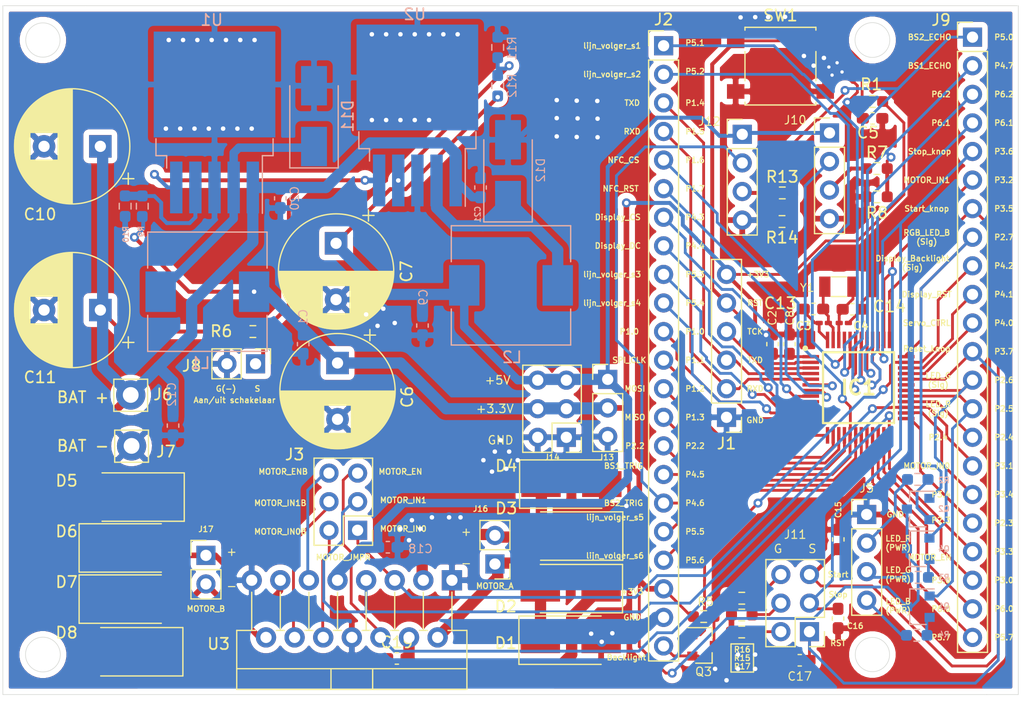
<source format=kicad_pcb>
(kicad_pcb (version 20171130) (host pcbnew 5.1.9)
  (layers (0 F.Cu signal) (31 B.Cu signal) (34 B.Paste user) (35 F.Paste user) (36 B.SilkS user) (37 F.SilkS user) (38 B.Mask user) (39 F.Mask user) (44 Edge.Cuts user))
  (net 0 "")
  (net 1 GND)
  (net 2 +3V3)
  (net 3 "Net-(C13-Pad2)")
  (net 4 "Net-(C14-Pad2)")
  (net 5 MCURST-SWBTDIO)
  (net 6 +5V)
  (net 7 +BATT)
  (net 8 Start_Knop)
  (net 9 Stop_Knop)
  (net 10 Reset_Knop)
  (net 11 "Net-(D12-Pad1)")
  (net 12 "Net-(D3-Pad2)")
  (net 13 "Net-(D5-Pad2)")
  (net 14 "Net-(D7-Pad2)")
  (net 15 lijn_volger_s2_AN)
  (net 16 lijn_volger_s1_AN)
  (net 17 BS2_ECHO)
  (net 18 BS1_ECHO)
  (net 19 P6.2)
  (net 20 P6.1)
  (net 21 MOTOR_IN1)
  (net 22 RGB_LED_B)
  (net 23 Display_Backlight)
  (net 24 Display_RST)
  (net 25 Servo_CTRL)
  (net 26 "Net-(IC1-Pad31)")
  (net 27 RGB_LED_G)
  (net 28 RGB_LED_R)
  (net 29 P2.4)
  (net 30 MOTOR_IN0)
  (net 31 P3.4)
  (net 32 P2.3)
  (net 33 MOTOR_EN)
  (net 34 P3.0)
  (net 35 P6.0)
  (net 36 P5.7)
  (net 37 lijn_volger_s6_AN)
  (net 38 lijn_volger_s5_AN)
  (net 39 BS2_TRIG)
  (net 40 BS1_TRIG)
  (net 41 P2.2)
  (net 42 SPI_MISO)
  (net 43 SPI_MOSI)
  (net 44 SPI_SCK)
  (net 45 P1.0)
  (net 46 lijn_volger_s4_AN)
  (net 47 lijn_volger_s3_AN)
  (net 48 Display_DC)
  (net 49 Display_CS)
  (net 50 NFC_RST)
  (net 51 NFC_CS)
  (net 52 P1.5_RX)
  (net 53 P1.4_TX)
  (net 54 SBWTCK)
  (net 55 "Net-(J5-Pad4)")
  (net 56 "Net-(J5-Pad3)")
  (net 57 "Net-(J5-Pad2)")
  (net 58 AAN_SCHAKELAAR)
  (net 59 "Net-(J10-Pad3)")
  (net 60 "Net-(J12-Pad3)")
  (net 61 MOTORIN0B)
  (net 62 MOTORIN1B)
  (net 63 MOTORENB)
  (net 64 "Net-(R10-Pad1)")
  (net 65 "Net-(R11-Pad2)")
  (net 66 "Net-(D1-Pad2)")
  (net 67 "Net-(D11-Pad1)")
  (net 68 "Net-(Q3-Pad3)")
  (net 69 "Net-(J11-Pad2)")
  (net 70 "Net-(J11-Pad4)")
  (net 71 "Net-(J11-Pad6)")
  (net 72 Backlight)
  (net 73 "Net-(Q1-Pad2)")
  (net 74 "Net-(Q2-Pad2)")
  (net 75 "Net-(Q4-Pad2)")
  (module Button_Switch_SMD:SW_SPST_B3S-1000 (layer F.Cu) (at 185.89 71.156)
    (fp_text reference SW1 (at 0 -4.5) (layer F.SilkS))
    (fp_text value ResetKNOP)
    (pad 1 smd rect (at -3.975 -2.25) (size 1.55 1.3) (layers F.Cu F.Paste F.Mask) (net 5 MCURST-SWBTDIO))
    (pad 1 smd rect (at 3.975 -2.25) (size 1.55 1.3) (layers F.Cu F.Paste F.Mask) (net 5 MCURST-SWBTDIO))
    (pad 2 smd rect (at -3.975 2.25) (size 1.55 1.3) (layers F.Cu F.Paste F.Mask) (net 1 GND))
    (pad 2 smd rect (at 3.975 2.25) (size 1.55 1.3) (layers F.Cu F.Paste F.Mask) (net 1 GND))
  )
  (module Package_QFP:QFP50P900X900X160-48N (layer F.Cu) (at 192.82156 99.72548)
    (fp_text reference IC1 (at 0 0) (layer F.SilkS) (effects (font (size 1.27 1.27) (thickness 0.254))))
    (fp_text value MSP430FR2476TPTR hide)
    (pad 48 smd rect (at -2.75 -4.238) (size 0.3 1.475) (layers F.Cu F.Paste F.Mask) (net 1 GND))
    (pad 47 smd rect (at -2.25 -4.238) (size 0.3 1.475) (layers F.Cu F.Paste F.Mask) (net 3 "Net-(C13-Pad2)"))
    (pad 46 smd rect (at -1.75 -4.238) (size 0.3 1.475) (layers F.Cu F.Paste F.Mask) (net 4 "Net-(C14-Pad2)"))
    (pad 45 smd rect (at -1.25 -4.238) (size 0.3 1.475) (layers F.Cu F.Paste F.Mask) (net 15 lijn_volger_s2_AN))
    (pad 44 smd rect (at -0.75 -4.238) (size 0.3 1.475) (layers F.Cu F.Paste F.Mask) (net 16 lijn_volger_s1_AN))
    (pad 43 smd rect (at -0.25 -4.238) (size 0.3 1.475) (layers F.Cu F.Paste F.Mask) (net 17 BS2_ECHO))
    (pad 42 smd rect (at 0.25 -4.238) (size 0.3 1.475) (layers F.Cu F.Paste F.Mask) (net 18 BS1_ECHO))
    (pad 41 smd rect (at 0.75 -4.238) (size 0.3 1.475) (layers F.Cu F.Paste F.Mask) (net 19 P6.2))
    (pad 40 smd rect (at 1.25 -4.238) (size 0.3 1.475) (layers F.Cu F.Paste F.Mask) (net 20 P6.1))
    (pad 39 smd rect (at 1.75 -4.238) (size 0.3 1.475) (layers F.Cu F.Paste F.Mask) (net 9 Stop_Knop))
    (pad 38 smd rect (at 2.25 -4.238) (size 0.3 1.475) (layers F.Cu F.Paste F.Mask) (net 21 MOTOR_IN1))
    (pad 37 smd rect (at 2.75 -4.238) (size 0.3 1.475) (layers F.Cu F.Paste F.Mask) (net 8 Start_Knop))
    (pad 36 smd rect (at 4.238 -2.75 90) (size 0.3 1.475) (layers F.Cu F.Paste F.Mask) (net 22 RGB_LED_B))
    (pad 35 smd rect (at 4.238 -2.25 90) (size 0.3 1.475) (layers F.Cu F.Paste F.Mask) (net 23 Display_Backlight))
    (pad 34 smd rect (at 4.238 -1.75 90) (size 0.3 1.475) (layers F.Cu F.Paste F.Mask) (net 24 Display_RST))
    (pad 33 smd rect (at 4.238 -1.25 90) (size 0.3 1.475) (layers F.Cu F.Paste F.Mask) (net 25 Servo_CTRL))
    (pad 32 smd rect (at 4.238 -0.75 90) (size 0.3 1.475) (layers F.Cu F.Paste F.Mask) (net 10 Reset_Knop))
    (pad 31 smd rect (at 4.238 -0.25 90) (size 0.3 1.475) (layers F.Cu F.Paste F.Mask) (net 26 "Net-(IC1-Pad31)"))
    (pad 30 smd rect (at 4.238 0.25 90) (size 0.3 1.475) (layers F.Cu F.Paste F.Mask) (net 27 RGB_LED_G))
    (pad 29 smd rect (at 4.238 0.75 90) (size 0.3 1.475) (layers F.Cu F.Paste F.Mask) (net 28 RGB_LED_R))
    (pad 28 smd rect (at 4.238 1.25 90) (size 0.3 1.475) (layers F.Cu F.Paste F.Mask) (net 29 P2.4))
    (pad 27 smd rect (at 4.238 1.75 90) (size 0.3 1.475) (layers F.Cu F.Paste F.Mask) (net 30 MOTOR_IN0))
    (pad 26 smd rect (at 4.238 2.25 90) (size 0.3 1.475) (layers F.Cu F.Paste F.Mask) (net 31 P3.4))
    (pad 25 smd rect (at 4.238 2.75 90) (size 0.3 1.475) (layers F.Cu F.Paste F.Mask) (net 32 P2.3))
    (pad 24 smd rect (at 2.75 4.238) (size 0.3 1.475) (layers F.Cu F.Paste F.Mask) (net 33 MOTOR_EN))
    (pad 23 smd rect (at 2.25 4.238) (size 0.3 1.475) (layers F.Cu F.Paste F.Mask) (net 34 P3.0))
    (pad 22 smd rect (at 1.75 4.238) (size 0.3 1.475) (layers F.Cu F.Paste F.Mask) (net 35 P6.0))
    (pad 21 smd rect (at 1.25 4.238) (size 0.3 1.475) (layers F.Cu F.Paste F.Mask) (net 36 P5.7))
    (pad 20 smd rect (at 0.75 4.238) (size 0.3 1.475) (layers F.Cu F.Paste F.Mask) (net 37 lijn_volger_s6_AN))
    (pad 19 smd rect (at 0.25 4.238) (size 0.3 1.475) (layers F.Cu F.Paste F.Mask) (net 38 lijn_volger_s5_AN))
    (pad 18 smd rect (at -0.25 4.238) (size 0.3 1.475) (layers F.Cu F.Paste F.Mask) (net 39 BS2_TRIG))
    (pad 17 smd rect (at -0.75 4.238) (size 0.3 1.475) (layers F.Cu F.Paste F.Mask) (net 40 BS1_TRIG))
    (pad 16 smd rect (at -1.25 4.238) (size 0.3 1.475) (layers F.Cu F.Paste F.Mask) (net 41 P2.2))
    (pad 15 smd rect (at -1.75 4.238) (size 0.3 1.475) (layers F.Cu F.Paste F.Mask) (net 42 SPI_MISO))
    (pad 14 smd rect (at -2.25 4.238) (size 0.3 1.475) (layers F.Cu F.Paste F.Mask) (net 43 SPI_MOSI))
    (pad 13 smd rect (at -2.75 4.238) (size 0.3 1.475) (layers F.Cu F.Paste F.Mask) (net 44 SPI_SCK))
    (pad 12 smd rect (at -4.238 2.75 90) (size 0.3 1.475) (layers F.Cu F.Paste F.Mask) (net 45 P1.0))
    (pad 11 smd rect (at -4.238 2.25 90) (size 0.3 1.475) (layers F.Cu F.Paste F.Mask) (net 46 lijn_volger_s4_AN))
    (pad 10 smd rect (at -4.238 1.75 90) (size 0.3 1.475) (layers F.Cu F.Paste F.Mask) (net 47 lijn_volger_s3_AN))
    (pad 9 smd rect (at -4.238 1.25 90) (size 0.3 1.475) (layers F.Cu F.Paste F.Mask) (net 48 Display_DC))
    (pad 8 smd rect (at -4.238 0.75 90) (size 0.3 1.475) (layers F.Cu F.Paste F.Mask) (net 49 Display_CS))
    (pad 7 smd rect (at -4.238 0.25 90) (size 0.3 1.475) (layers F.Cu F.Paste F.Mask) (net 50 NFC_RST))
    (pad 6 smd rect (at -4.238 -0.25 90) (size 0.3 1.475) (layers F.Cu F.Paste F.Mask) (net 51 NFC_CS))
    (pad 5 smd rect (at -4.238 -0.75 90) (size 0.3 1.475) (layers F.Cu F.Paste F.Mask) (net 52 P1.5_RX))
    (pad 4 smd rect (at -4.238 -1.25 90) (size 0.3 1.475) (layers F.Cu F.Paste F.Mask) (net 53 P1.4_TX))
    (pad 3 smd rect (at -4.238 -1.75 90) (size 0.3 1.475) (layers F.Cu F.Paste F.Mask) (net 54 SBWTCK))
    (pad 2 smd rect (at -4.238 -2.25 90) (size 0.3 1.475) (layers F.Cu F.Paste F.Mask) (net 5 MCURST-SWBTDIO))
    (pad 1 smd rect (at -4.238 -2.75 90) (size 0.3 1.475) (layers F.Cu F.Paste F.Mask) (net 2 +3V3))
  )
  (module Connector_PinHeader_2.54mm:PinHeader_1x06_P2.54mm_Vertical (layer F.Cu) (at 181.102 102.362 180)
    (fp_text reference J1 (at 0 -2.33) (layer F.SilkS))
    (fp_text value Program_HDR)
    (pad 1 thru_hole rect (at 0 0 180) (size 1.7 1.7) (drill 1) (layers *.Cu *.Mask) (net 1 GND))
    (pad 2 thru_hole oval (at 0 2.54 180) (size 1.7 1.7) (drill 1) (layers *.Cu *.Mask) (net 52 P1.5_RX))
    (pad 3 thru_hole oval (at 0 5.08 180) (size 1.7 1.7) (drill 1) (layers *.Cu *.Mask) (net 53 P1.4_TX))
    (pad 4 thru_hole oval (at 0 7.62 180) (size 1.7 1.7) (drill 1) (layers *.Cu *.Mask) (net 54 SBWTCK))
    (pad 5 thru_hole oval (at 0 10.16 180) (size 1.7 1.7) (drill 1) (layers *.Cu *.Mask) (net 5 MCURST-SWBTDIO))
    (pad 6 thru_hole oval (at 0 12.7 180) (size 1.7 1.7) (drill 1) (layers *.Cu *.Mask) (net 2 +3V3))
  )
  (module Package_TO_SOT_SMD:TO-263-5_TabPin3 (layer B.Cu) (at 135.636 76.16124 90)
    (fp_text reference U1 (at 9.10524 -0.254) (layer B.SilkS) (effects (justify mirror)))
    (fp_text value LM2596S-ADJ)
    (pad 1 smd rect (at -5.775 3.4 90) (size 4.6 1.1) (layers B.Cu B.Paste B.Mask) (net 7 +BATT))
    (pad 2 smd rect (at -5.775 1.7 90) (size 4.6 1.1) (layers B.Cu B.Paste B.Mask) (net 67 "Net-(D11-Pad1)"))
    (pad 3 smd rect (at -5.775 0 90) (size 4.6 1.1) (layers B.Cu B.Paste B.Mask) (net 1 GND))
    (pad 4 smd rect (at -5.775 -1.7 90) (size 4.6 1.1) (layers B.Cu B.Paste B.Mask) (net 64 "Net-(R10-Pad1)"))
    (pad 5 smd rect (at -5.775 -3.4 90) (size 4.6 1.1) (layers B.Cu B.Paste B.Mask) (net 58 AAN_SCHAKELAAR))
    (pad 3 smd rect (at 3.375 0 90) (size 9.4 10.8) (layers B.Cu B.Mask) (net 1 GND))
  )
  (module Capacitor_THT:CP_Radial_D10.0mm_P5.00mm (layer F.Cu) (at 125.49632 78.2828 180)
    (fp_text reference C10 (at 5.35432 -6.0452) (layer F.SilkS))
    (fp_text value 220uF)
    (pad 2 thru_hole circle (at 5 0 180) (size 2 2) (drill 1) (layers *.Cu *.Mask) (net 1 GND))
    (pad 1 thru_hole rect (at 0 0 180) (size 2 2) (drill 1) (layers *.Cu *.Mask) (net 7 +BATT))
  )
  (module Diode_SMD:D_SMB_Handsoldering (layer F.Cu) (at 128.22684 123.19508 180)
    (fp_text reference D8 (at 5.72684 1.69508) (layer F.SilkS))
    (fp_text value SS510)
    (pad 1 smd rect (at -2.7 0 180) (size 3.5 2.3) (layers F.Cu F.Paste F.Mask) (net 14 "Net-(D7-Pad2)"))
    (pad 2 smd rect (at 2.7 0 180) (size 3.5 2.3) (layers F.Cu F.Paste F.Mask) (net 1 GND))
  )
  (module Connector_PinHeader_2.54mm:PinHeader_2x03_P2.54mm_Vertical (layer F.Cu) (at 148.34108 112.40008 180)
    (fp_text reference J3 (at 5.59308 6.73608) (layer F.SilkS))
    (fp_text value "Motor JMPR")
    (pad 1 thru_hole rect (at 0 0 180) (size 1.7 1.7) (drill 1) (layers *.Cu *.Mask) (net 30 MOTOR_IN0))
    (pad 2 thru_hole oval (at 2.54 0 180) (size 1.7 1.7) (drill 1) (layers *.Cu *.Mask) (net 61 MOTORIN0B))
    (pad 3 thru_hole oval (at 0 2.54 180) (size 1.7 1.7) (drill 1) (layers *.Cu *.Mask) (net 21 MOTOR_IN1))
    (pad 4 thru_hole oval (at 2.54 2.54 180) (size 1.7 1.7) (drill 1) (layers *.Cu *.Mask) (net 62 MOTORIN1B))
    (pad 5 thru_hole oval (at 0 5.08 180) (size 1.7 1.7) (drill 1) (layers *.Cu *.Mask) (net 33 MOTOR_EN))
    (pad 6 thru_hole oval (at 2.54 5.08 180) (size 1.7 1.7) (drill 1) (layers *.Cu *.Mask) (net 63 MOTORENB))
  )
  (module Capacitor_SMD:C_0603_1608Metric_Pad1.08x0.95mm_HandSolder (layer B.Cu) (at 131.953 103.0997 270)
    (fp_text reference C12 (at -2.7697 0.127 270) (layer B.SilkS) (effects (font (size 0.75 0.75) (thickness 0.1)) (justify mirror)))
    (fp_text value 100n)
    (pad 2 smd roundrect (at 0.8625 0 270) (size 1.075 0.95) (layers B.Cu B.Paste B.Mask) (net 1 GND))
    (pad 1 smd roundrect (at -0.8625 0 270) (size 1.075 0.95) (layers B.Cu B.Paste B.Mask) (net 7 +BATT))
  )
  (module Capacitor_SMD:C_0603_1608Metric_Pad1.08x0.95mm_HandSolder (layer F.Cu) (at 151.82706 123.78944)
    (fp_text reference C19 (at 0 -1.43) (layer F.SilkS))
    (fp_text value 100n)
    (pad 2 smd roundrect (at 0.8625 0) (size 1.075 0.95) (layers F.Cu F.Paste F.Mask) (net 7 +BATT))
    (pad 1 smd roundrect (at -0.8625 0) (size 1.075 0.95) (layers F.Cu F.Paste F.Mask) (net 1 GND))
  )
  (module Capacitor_SMD:C_0603_1608Metric_Pad1.08x0.95mm_HandSolder (layer B.Cu) (at 151.0265 113.908)
    (fp_text reference C18 (at 2.8975 0.138) (layer B.SilkS) (effects (font (size 0.75 0.75) (thickness 0.1)) (justify mirror)))
    (fp_text value 100n)
    (pad 2 smd roundrect (at 0.8625 0) (size 1.075 0.95) (layers B.Cu B.Paste B.Mask) (net 1 GND))
    (pad 1 smd roundrect (at -0.8625 0) (size 1.075 0.95) (layers B.Cu B.Paste B.Mask) (net 6 +5V))
  )
  (module Capacitor_SMD:C_0603_1608Metric_Pad1.08x0.95mm_HandSolder (layer B.Cu) (at 154.1018 94.2075 270)
    (fp_text reference C9 (at -2.5135 -0.0762 90) (layer B.SilkS) (effects (font (size 0.75 0.75) (thickness 0.1)) (justify mirror)))
    (fp_text value 100n)
    (pad 2 smd roundrect (at 0.8625 0 270) (size 1.075 0.95) (layers B.Cu B.Paste B.Mask) (net 1 GND))
    (pad 1 smd roundrect (at -0.8625 0 270) (size 1.075 0.95) (layers B.Cu B.Paste B.Mask) (net 6 +5V))
  )
  (module Capacitor_SMD:C_0603_1608Metric_Pad1.08x0.95mm_HandSolder (layer F.Cu) (at 186.69 95.8585 90)
    (fp_text reference C8 (at 2.3368 0.0508 90) (layer F.SilkS) (effects (font (size 0.7 0.7) (thickness 0.1))))
    (fp_text value 100n)
    (pad 2 smd roundrect (at 0.8625 0 90) (size 1.075 0.95) (layers F.Cu F.Paste F.Mask) (net 1 GND))
    (pad 1 smd roundrect (at -0.8625 0 90) (size 1.075 0.95) (layers F.Cu F.Paste F.Mask) (net 2 +3V3))
  )
  (module Capacitor_SMD:C_0603_1608Metric_Pad1.08x0.95mm_HandSolder (layer F.Cu) (at 185.1914 95.8585 270)
    (fp_text reference C2 (at -2.3357 0.0254 90) (layer F.SilkS) (effects (font (size 0.7 0.7) (thickness 0.1))))
    (fp_text value 10u)
    (pad 2 smd roundrect (at 0.8625 0 270) (size 1.075 0.95) (layers F.Cu F.Paste F.Mask) (net 2 +3V3))
    (pad 1 smd roundrect (at -0.8625 0 270) (size 1.075 0.95) (layers F.Cu F.Paste F.Mask) (net 1 GND))
  )
  (module Capacitor_SMD:C_0603_1608Metric_Pad1.08x0.95mm_HandSolder (layer B.Cu) (at 143.51 95.8585 90)
    (fp_text reference C1 (at 2.3865 0 90) (layer B.SilkS) (effects (font (size 0.75 0.75) (thickness 0.1)) (justify mirror)))
    (fp_text value 100n)
    (pad 2 smd roundrect (at 0.8625 0 90) (size 1.075 0.95) (layers B.Cu B.Paste B.Mask) (net 2 +3V3))
    (pad 1 smd roundrect (at -0.8625 0 90) (size 1.075 0.95) (layers B.Cu B.Paste B.Mask) (net 1 GND))
  )
  (module Capacitor_SMD:C_0201_0603Metric_Pad0.64x0.40mm_HandSolder (layer F.Cu) (at 189.738 93.98)
    (fp_text reference C3 (at -1.778 0.254) (layer F.SilkS) (effects (font (size 0.7 0.7) (thickness 0.125))))
    (fp_text value 12p)
    (pad 2 smd roundrect (at 0.4075 0) (size 0.635 0.4) (layers F.Cu F.Mask) (net 3 "Net-(C13-Pad2)"))
    (pad 1 smd roundrect (at -0.4075 0) (size 0.635 0.4) (layers F.Cu F.Mask) (net 1 GND))
  )
  (module Capacitor_SMD:C_0201_0603Metric_Pad0.64x0.40mm_HandSolder (layer F.Cu) (at 191.516 93.98 180)
    (fp_text reference C4 (at -1.524 -0.254) (layer F.SilkS) (effects (font (size 0.7 0.7) (thickness 0.125))))
    (fp_text value 12p)
    (pad 2 smd roundrect (at 0.4075 0 180) (size 0.635 0.4) (layers F.Cu F.Mask) (net 4 "Net-(C14-Pad2)"))
    (pad 1 smd roundrect (at -0.4075 0 180) (size 0.635 0.4) (layers F.Cu F.Mask) (net 1 GND))
  )
  (module Capacitor_SMD:C_0603_1608Metric_Pad1.08x0.95mm_HandSolder (layer F.Cu) (at 194.07234 75.7936)
    (fp_text reference C5 (at -0.4075 1.27) (layer F.SilkS))
    (fp_text value 1nF)
    (pad 1 smd roundrect (at -0.8625 0) (size 1.075 0.95) (layers F.Cu F.Paste F.Mask) (net 5 MCURST-SWBTDIO))
    (pad 2 smd roundrect (at 0.8625 0) (size 1.075 0.95) (layers F.Cu F.Paste F.Mask) (net 1 GND))
  )
  (module Capacitor_THT:CP_Radial_D10.0mm_P5.00mm (layer F.Cu) (at 146.558 97.536 270)
    (fp_text reference C6 (at 3.01752 -6.18744 90) (layer F.SilkS))
    (fp_text value 220u)
    (pad 1 thru_hole rect (at 0 0 270) (size 2 2) (drill 1) (layers *.Cu *.Mask) (net 2 +3V3))
    (pad 2 thru_hole circle (at 5 0 270) (size 2 2) (drill 1) (layers *.Cu *.Mask) (net 1 GND))
  )
  (module Capacitor_THT:CP_Radial_D10.0mm_P5.00mm (layer F.Cu) (at 146.43 86.9 270)
    (fp_text reference C7 (at 2.5 -6.25 90) (layer F.SilkS))
    (fp_text value 220u)
    (pad 2 thru_hole circle (at 5 0 270) (size 2 2) (drill 1) (layers *.Cu *.Mask) (net 1 GND))
    (pad 1 thru_hole rect (at 0 0 270) (size 2 2) (drill 1) (layers *.Cu *.Mask) (net 6 +5V))
  )
  (module Capacitor_THT:CP_Radial_D10.0mm_P5.00mm (layer F.Cu) (at 125.5 92.83 180)
    (fp_text reference C11 (at 5.358 -5.976) (layer F.SilkS))
    (fp_text value 470u)
    (pad 1 thru_hole rect (at 0 0 180) (size 2 2) (drill 1) (layers *.Cu *.Mask) (net 7 +BATT))
    (pad 2 thru_hole circle (at 5 0 180) (size 2 2) (drill 1) (layers *.Cu *.Mask) (net 1 GND))
  )
  (module Capacitor_SMD:C_0603_1608Metric_Pad1.08x0.95mm_HandSolder (layer F.Cu) (at 188.8247 92.7354)
    (fp_text reference C13 (at -2.9475 -0.508) (layer F.SilkS))
    (fp_text value 12p)
    (pad 2 smd roundrect (at 0.8625 0) (size 1.075 0.95) (layers F.Cu F.Paste F.Mask) (net 3 "Net-(C13-Pad2)"))
    (pad 1 smd roundrect (at -0.8625 0) (size 1.075 0.95) (layers F.Cu F.Paste F.Mask) (net 1 GND))
  )
  (module Capacitor_SMD:C_0603_1608Metric_Pad1.08x0.95mm_HandSolder (layer F.Cu) (at 192.278 92.7608 180)
    (fp_text reference C14 (at -3.302 0.254) (layer F.SilkS))
    (fp_text value 12p)
    (pad 1 smd roundrect (at -0.8625 0 180) (size 1.075 0.95) (layers F.Cu F.Paste F.Mask) (net 1 GND))
    (pad 2 smd roundrect (at 0.8625 0 180) (size 1.075 0.95) (layers F.Cu F.Paste F.Mask) (net 4 "Net-(C14-Pad2)"))
  )
  (module Capacitor_SMD:C_0603_1608Metric_Pad1.08x0.95mm_HandSolder (layer F.Cu) (at 191.025 113.2125 270)
    (fp_text reference C15 (at -2.6405 0 90) (layer F.SilkS) (effects (font (size 0.5 0.5) (thickness 0.1))))
    (fp_text value 100nF)
    (pad 2 smd roundrect (at 0.8625 0 270) (size 1.075 0.95) (layers F.Cu F.Paste F.Mask) (net 8 Start_Knop))
    (pad 1 smd roundrect (at -0.8625 0 270) (size 1.075 0.95) (layers F.Cu F.Paste F.Mask) (net 1 GND))
  )
  (module Capacitor_SMD:C_0603_1608Metric_Pad1.08x0.95mm_HandSolder (layer F.Cu) (at 191.008 120.2425 90)
    (fp_text reference C16 (at -0.6615 1.524 180) (layer F.SilkS) (effects (font (size 0.5 0.5) (thickness 0.1))))
    (fp_text value 100nF)
    (pad 1 smd roundrect (at -0.8625 0 90) (size 1.075 0.95) (layers F.Cu F.Paste F.Mask) (net 1 GND))
    (pad 2 smd roundrect (at 0.8625 0 90) (size 1.075 0.95) (layers F.Cu F.Paste F.Mask) (net 9 Stop_Knop))
  )
  (module Capacitor_SMD:C_0603_1608Metric_Pad1.08x0.95mm_HandSolder (layer F.Cu) (at 187.6055 123.952 180)
    (fp_text reference C17 (at 0 -1.43) (layer F.SilkS) (effects (font (size 0.75 0.75) (thickness 0.1))))
    (fp_text value 100nF)
    (pad 2 smd roundrect (at 0.8625 0 180) (size 1.075 0.95) (layers F.Cu F.Paste F.Mask) (net 1 GND))
    (pad 1 smd roundrect (at -0.8625 0 180) (size 1.075 0.95) (layers F.Cu F.Paste F.Mask) (net 10 Reset_Knop))
  )
  (module Connector_Pin:Pin_D1.4mm_L8.5mm_W2.8mm_FlatFork (layer F.Cu) (at 128.1938 100.37572)
    (fp_text reference J6 (at 2.8702 -0.04572) (layer F.SilkS))
    (fp_text value "Batterij +")
    (pad 1 thru_hole circle (at 0 0) (size 2.6 2.6) (drill 1.4) (layers *.Cu *.Mask) (net 7 +BATT))
  )
  (module Connector_Pin:Pin_D1.4mm_L8.5mm_W2.8mm_FlatFork (layer F.Cu) (at 128.27 104.902)
    (fp_text reference J7 (at 3.048 0.508) (layer F.SilkS))
    (fp_text value "Batterij -")
    (pad 1 thru_hole circle (at 0 0) (size 2.6 2.6) (drill 1.4) (layers *.Cu *.Mask) (net 1 GND))
  )
  (module Connector_PinHeader_2.54mm:PinHeader_1x02_P2.54mm_Vertical (layer F.Cu) (at 139.27836 97.60712 270)
    (fp_text reference J8 (at 0.18288 5.67436 180) (layer F.SilkS))
    (fp_text value aan_schakelaar)
    (pad 1 thru_hole rect (at 0 0 270) (size 1.7 1.7) (drill 1) (layers *.Cu *.Mask) (net 58 AAN_SCHAKELAAR))
    (pad 2 thru_hole oval (at 0 2.54 270) (size 1.7 1.7) (drill 1) (layers *.Cu *.Mask) (net 1 GND))
  )
  (module Connector_PinHeader_2.54mm:PinHeader_1x04_P2.54mm_Vertical (layer F.Cu) (at 190.246 77.089)
    (fp_text reference J10 (at -3.048 -1.143) (layer F.SilkS) (effects (font (size 0.75 0.75) (thickness 0.1))))
    (fp_text value "Botssensor 1")
    (pad 1 thru_hole rect (at 0 0) (size 1.7 1.7) (drill 1) (layers *.Cu *.Mask) (net 6 +5V))
    (pad 2 thru_hole oval (at 0 2.54) (size 1.7 1.7) (drill 1) (layers *.Cu *.Mask) (net 40 BS1_TRIG))
    (pad 3 thru_hole oval (at 0 5.08) (size 1.7 1.7) (drill 1) (layers *.Cu *.Mask) (net 59 "Net-(J10-Pad3)"))
    (pad 4 thru_hole oval (at 0 7.62) (size 1.7 1.7) (drill 1) (layers *.Cu *.Mask) (net 1 GND))
  )
  (module Connector_PinHeader_2.54mm:PinHeader_1x04_P2.54mm_Vertical (layer F.Cu) (at 182.499 77.216)
    (fp_text reference J12 (at -2.921 -1.143) (layer F.SilkS) (effects (font (size 0.75 0.75) (thickness 0.1))))
    (fp_text value "Botssensor 2")
    (pad 4 thru_hole oval (at 0 7.62) (size 1.7 1.7) (drill 1) (layers *.Cu *.Mask) (net 1 GND))
    (pad 3 thru_hole oval (at 0 5.08) (size 1.7 1.7) (drill 1) (layers *.Cu *.Mask) (net 60 "Net-(J12-Pad3)"))
    (pad 2 thru_hole oval (at 0 2.54) (size 1.7 1.7) (drill 1) (layers *.Cu *.Mask) (net 39 BS2_TRIG))
    (pad 1 thru_hole rect (at 0 0) (size 1.7 1.7) (drill 1) (layers *.Cu *.Mask) (net 6 +5V))
  )
  (module Connector_PinHeader_2.54mm:PinHeader_1x02_P2.54mm_Vertical (layer F.Cu) (at 160.53816 115.39728 180)
    (fp_text reference J16 (at 1.28016 4.90728) (layer F.SilkS) (effects (font (size 0.5 0.5) (thickness 0.1))))
    (fp_text value MOTORA)
    (pad 2 thru_hole oval (at 0 2.54 180) (size 1.7 1.7) (drill 1) (layers *.Cu *.Mask) (net 12 "Net-(D3-Pad2)"))
    (pad 1 thru_hole rect (at 0 0 180) (size 1.7 1.7) (drill 1) (layers *.Cu *.Mask) (net 66 "Net-(D1-Pad2)"))
  )
  (module Connector_PinHeader_2.54mm:PinHeader_1x02_P2.54mm_Vertical (layer F.Cu) (at 134.874 114.6302)
    (fp_text reference J17 (at 0 -2.33) (layer F.SilkS) (effects (font (size 0.5 0.5) (thickness 0.1))))
    (fp_text value MOTORB)
    (pad 1 thru_hole rect (at 0 0) (size 1.7 1.7) (drill 1) (layers *.Cu *.Mask) (net 13 "Net-(D5-Pad2)"))
    (pad 2 thru_hole oval (at 0 2.54) (size 1.7 1.7) (drill 1) (layers *.Cu *.Mask) (net 14 "Net-(D7-Pad2)"))
  )
  (module Inductor_SMD:L_10.4x10.4_H4.8 (layer B.Cu) (at 135 91.2)
    (fp_text reference L1 (at -0.634 6.336) (layer B.SilkS) (effects (justify mirror)))
    (fp_text value 68u)
    (pad 2 smd rect (at 4.15 0) (size 2.7 3.6) (layers B.Cu B.Paste B.Mask) (net 2 +3V3))
    (pad 1 smd rect (at -4.15 0) (size 2.7 3.6) (layers B.Cu B.Paste B.Mask) (net 67 "Net-(D11-Pad1)"))
  )
  (module Inductor_SMD:L_10.4x10.4_H4.8 (layer B.Cu) (at 161.96056 90.63736 180)
    (fp_text reference L2 (at -0.09144 -6.39064 180) (layer B.SilkS) (effects (justify mirror)))
    (fp_text value 68u)
    (pad 1 smd rect (at -4.15 0 180) (size 2.7 3.6) (layers B.Cu B.Paste B.Mask) (net 11 "Net-(D12-Pad1)"))
    (pad 2 smd rect (at 4.15 0 180) (size 2.7 3.6) (layers B.Cu B.Paste B.Mask) (net 6 +5V))
  )
  (module Resistor_SMD:R_0603_1608Metric_Pad0.98x0.95mm_HandSolder (layer F.Cu) (at 194.056 74.295 180)
    (fp_text reference R1 (at 0.1035 1.524) (layer F.SilkS))
    (fp_text value 47k)
    (pad 1 smd roundrect (at -0.9125 0 180) (size 0.975 0.95) (layers F.Cu F.Paste F.Mask) (net 2 +3V3))
    (pad 2 smd roundrect (at 0.9125 0 180) (size 0.975 0.95) (layers F.Cu F.Paste F.Mask) (net 5 MCURST-SWBTDIO))
  )
  (module Resistor_SMD:R_0603_1608Metric_Pad0.98x0.95mm_HandSolder (layer B.Cu) (at 198.08254 107.87888 180)
    (fp_text reference R2 (at -2.32346 -0.07112) (layer B.SilkS) (effects (font (size 0.5 0.5) (thickness 0.1)) (justify mirror)))
    (fp_text value 180)
    (pad 2 smd roundrect (at 0.9125 0 180) (size 0.975 0.95) (layers B.Cu B.Paste B.Mask) (net 57 "Net-(J5-Pad2)"))
    (pad 1 smd roundrect (at -0.9125 0 180) (size 0.975 0.95) (layers B.Cu B.Paste B.Mask) (net 74 "Net-(Q2-Pad2)"))
  )
  (module Resistor_SMD:R_0603_1608Metric_Pad0.98x0.95mm_HandSolder (layer B.Cu) (at 198.12 116.586 180)
    (fp_text reference R3 (at -2.286 0) (layer B.SilkS) (effects (font (size 0.5 0.5) (thickness 0.1)) (justify mirror)))
    (fp_text value 180)
    (pad 1 smd roundrect (at -0.9125 0 180) (size 0.975 0.95) (layers B.Cu B.Paste B.Mask) (net 75 "Net-(Q4-Pad2)"))
    (pad 2 smd roundrect (at 0.9125 0 180) (size 0.975 0.95) (layers B.Cu B.Paste B.Mask) (net 56 "Net-(J5-Pad3)"))
  )
  (module Resistor_SMD:R_0603_1608Metric_Pad0.98x0.95mm_HandSolder (layer B.Cu) (at 197.9949 121.73204 180)
    (fp_text reference R4 (at -2.4111 0.06604) (layer B.SilkS) (effects (font (size 0.5 0.5) (thickness 0.1)) (justify mirror)))
    (fp_text value 180)
    (pad 2 smd roundrect (at 0.9125 0 180) (size 0.975 0.95) (layers B.Cu B.Paste B.Mask) (net 55 "Net-(J5-Pad4)"))
    (pad 1 smd roundrect (at -0.9125 0 180) (size 0.975 0.95) (layers B.Cu B.Paste B.Mask) (net 73 "Net-(Q1-Pad2)"))
  )
  (module Resistor_SMD:R_0603_1608Metric_Pad0.98x0.95mm_HandSolder (layer F.Cu) (at 179.07318 120.0658)
    (fp_text reference R5 (at 0.17682 -1.3158) (layer F.SilkS) (effects (font (size 0.75 0.75) (thickness 0.1))))
    (fp_text value 180)
    (pad 1 smd roundrect (at -0.9125 0) (size 0.975 0.95) (layers F.Cu F.Paste F.Mask) (net 2 +3V3))
    (pad 2 smd roundrect (at 0.9125 0) (size 0.975 0.95) (layers F.Cu F.Paste F.Mask) (net 68 "Net-(Q3-Pad3)"))
  )
  (module Resistor_SMD:R_0603_1608Metric_Pad0.98x0.95mm_HandSolder (layer F.Cu) (at 139.0415 94.742)
    (fp_text reference R6 (at -2.80606 -0.03048) (layer F.SilkS))
    (fp_text value 10k)
    (pad 2 smd roundrect (at 0.9125 0) (size 0.975 0.95) (layers F.Cu F.Paste F.Mask) (net 58 AAN_SCHAKELAAR))
    (pad 1 smd roundrect (at -0.9125 0) (size 0.975 0.95) (layers F.Cu F.Paste F.Mask) (net 7 +BATT))
  )
  (module Resistor_SMD:R_0603_1608Metric_Pad0.98x0.95mm_HandSolder (layer B.Cu) (at 127.7 83.6 90)
    (fp_text reference R9 (at -2.252 1.43 90) (layer B.SilkS) (effects (font (size 0.5 0.5) (thickness 0.1)) (justify mirror)))
    (fp_text value 4.7k)
    (pad 2 smd roundrect (at 0.9125 0 90) (size 0.975 0.95) (layers B.Cu B.Paste B.Mask) (net 64 "Net-(R10-Pad1)"))
    (pad 1 smd roundrect (at -0.9125 0 90) (size 0.975 0.95) (layers B.Cu B.Paste B.Mask) (net 1 GND))
  )
  (module Resistor_SMD:R_0603_1608Metric_Pad0.98x0.95mm_HandSolder (layer B.Cu) (at 129.21996 83.60346 270)
    (fp_text reference R10 (at 2.50254 1.45796 90) (layer B.SilkS) (effects (font (size 0.5 0.5) (thickness 0.1)) (justify mirror)))
    (fp_text value 8.1k)
    (pad 1 smd roundrect (at -0.9125 0 270) (size 0.975 0.95) (layers B.Cu B.Paste B.Mask) (net 64 "Net-(R10-Pad1)"))
    (pad 2 smd roundrect (at 0.9125 0 270) (size 0.975 0.95) (layers B.Cu B.Paste B.Mask) (net 2 +3V3))
  )
  (module Resistor_SMD:R_0603_1608Metric_Pad0.98x0.95mm_HandSolder (layer B.Cu) (at 160.782 69.4925 270)
    (fp_text reference R11 (at 0.1035 -1.27 270) (layer B.SilkS) (effects (font (size 0.75 0.75) (thickness 0.1)) (justify mirror)))
    (fp_text value 1.0k)
    (pad 2 smd roundrect (at 0.9125 0 270) (size 0.975 0.95) (layers B.Cu B.Paste B.Mask) (net 65 "Net-(R11-Pad2)"))
    (pad 1 smd roundrect (at -0.9125 0 270) (size 0.975 0.95) (layers B.Cu B.Paste B.Mask) (net 1 GND))
  )
  (module Resistor_SMD:R_0603_1608Metric_Pad0.98x0.95mm_HandSolder (layer B.Cu) (at 160.782 72.898 270)
    (fp_text reference R12 (at 0 -1.27 90) (layer B.SilkS) (effects (font (size 0.75 0.75) (thickness 0.1)) (justify mirror)))
    (fp_text value 3.0k)
    (pad 1 smd roundrect (at -0.9125 0 270) (size 0.975 0.95) (layers B.Cu B.Paste B.Mask) (net 65 "Net-(R11-Pad2)"))
    (pad 2 smd roundrect (at 0.9125 0 270) (size 0.975 0.95) (layers B.Cu B.Paste B.Mask) (net 6 +5V))
  )
  (module Resistor_SMD:R_0603_1608Metric_Pad0.98x0.95mm_HandSolder (layer F.Cu) (at 186.055 82.423)
    (fp_text reference R13 (at 0 -1.43) (layer F.SilkS))
    (fp_text value 1k)
    (pad 1 smd roundrect (at -0.9125 0) (size 0.975 0.95) (layers F.Cu F.Paste F.Mask) (net 60 "Net-(J12-Pad3)"))
    (pad 2 smd roundrect (at 0.9125 0) (size 0.975 0.95) (layers F.Cu F.Paste F.Mask) (net 17 BS2_ECHO))
  )
  (module Resistor_SMD:R_0603_1608Metric_Pad0.98x0.95mm_HandSolder (layer F.Cu) (at 186.0315 84.963 180)
    (fp_text reference R14 (at 0 -1.43) (layer F.SilkS))
    (fp_text value 560)
    (pad 2 smd roundrect (at 0.9125 0 180) (size 0.975 0.95) (layers F.Cu F.Paste F.Mask) (net 1 GND))
    (pad 1 smd roundrect (at -0.9125 0 180) (size 0.975 0.95) (layers F.Cu F.Paste F.Mask) (net 17 BS2_ECHO))
  )
  (module Resistor_SMD:R_0603_1608Metric_Pad0.98x0.95mm_HandSolder (layer F.Cu) (at 182.45518 118.4402 180)
    (fp_text reference R15 (at -0.04482 -5.3098) (layer F.SilkS) (effects (font (size 0.5 0.5) (thickness 0.1))))
    (fp_text value 3.3k)
    (pad 1 smd roundrect (at -0.9125 0 180) (size 0.975 0.95) (layers F.Cu F.Paste F.Mask) (net 71 "Net-(J11-Pad6)"))
    (pad 2 smd roundrect (at 0.9125 0 180) (size 0.975 0.95) (layers F.Cu F.Paste F.Mask) (net 1 GND))
  )
  (module Resistor_SMD:R_0603_1608Metric_Pad0.98x0.95mm_HandSolder (layer F.Cu) (at 182.45518 119.93372)
    (fp_text reference R16 (at 0.04482 3.06628) (layer F.SilkS) (effects (font (size 0.5 0.5) (thickness 0.1))))
    (fp_text value 3.3k)
    (pad 1 smd roundrect (at -0.9125 0) (size 0.975 0.95) (layers F.Cu F.Paste F.Mask) (net 1 GND))
    (pad 2 smd roundrect (at 0.9125 0) (size 0.975 0.95) (layers F.Cu F.Paste F.Mask) (net 70 "Net-(J11-Pad4)"))
  )
  (module Resistor_SMD:R_0603_1608Metric_Pad0.98x0.95mm_HandSolder (layer F.Cu) (at 182.4501 121.4374)
    (fp_text reference R17 (at 0.0499 3.0626) (layer F.SilkS) (effects (font (size 0.5 0.5) (thickness 0.1))))
    (fp_text value 3.3k)
    (pad 2 smd roundrect (at 0.9125 0) (size 0.975 0.95) (layers F.Cu F.Paste F.Mask) (net 69 "Net-(J11-Pad2)"))
    (pad 1 smd roundrect (at -0.9125 0) (size 0.975 0.95) (layers F.Cu F.Paste F.Mask) (net 1 GND))
  )
  (module Package_TO_SOT_SMD:TO-263-5_TabPin3 (layer B.Cu) (at 153.651 75.53824 90)
    (fp_text reference U2 (at 8.99024 -0.235) (layer B.SilkS) (effects (justify mirror)))
    (fp_text value LM2596S-ADJ)
    (pad 3 smd rect (at 3.375 0 90) (size 9.4 10.8) (layers B.Cu B.Mask) (net 1 GND))
    (pad 5 smd rect (at -5.775 -3.4 90) (size 4.6 1.1) (layers B.Cu B.Paste B.Mask) (net 58 AAN_SCHAKELAAR))
    (pad 4 smd rect (at -5.775 -1.7 90) (size 4.6 1.1) (layers B.Cu B.Paste B.Mask) (net 65 "Net-(R11-Pad2)"))
    (pad 3 smd rect (at -5.775 0 90) (size 4.6 1.1) (layers B.Cu B.Paste B.Mask) (net 1 GND))
    (pad 2 smd rect (at -5.775 1.7 90) (size 4.6 1.1) (layers B.Cu B.Paste B.Mask) (net 11 "Net-(D12-Pad1)"))
    (pad 1 smd rect (at -5.775 3.4 90) (size 4.6 1.1) (layers B.Cu B.Paste B.Mask) (net 7 +BATT))
  )
  (module Package_TO_SOT_THT:TO-220-15_P2.54x2.54mm_StaggerOdd_Lead4.58mm_Vertical (layer F.Cu) (at 156.718 116.84 180)
    (fp_text reference U3 (at 20.718 -5.66) (layer F.SilkS))
    (fp_text value L298HN)
    (pad 1 thru_hole rect (at 0 0 180) (size 1.8 1.8) (drill 1) (layers *.Cu *.Mask) (net 1 GND))
    (pad 2 thru_hole oval (at 1.27 -5.08 180) (size 1.8 1.8) (drill 1) (layers *.Cu *.Mask) (net 66 "Net-(D1-Pad2)"))
    (pad 3 thru_hole oval (at 2.54 0 180) (size 1.8 1.8) (drill 1) (layers *.Cu *.Mask) (net 12 "Net-(D3-Pad2)"))
    (pad 4 thru_hole oval (at 3.81 -5.08 180) (size 1.8 1.8) (drill 1) (layers *.Cu *.Mask) (net 7 +BATT))
    (pad 5 thru_hole oval (at 5.08 0 180) (size 1.8 1.8) (drill 1) (layers *.Cu *.Mask) (net 30 MOTOR_IN0))
    (pad 6 thru_hole oval (at 6.35 -5.08 180) (size 1.8 1.8) (drill 1) (layers *.Cu *.Mask) (net 33 MOTOR_EN))
    (pad 7 thru_hole oval (at 7.62 0 180) (size 1.8 1.8) (drill 1) (layers *.Cu *.Mask) (net 21 MOTOR_IN1))
    (pad 8 thru_hole oval (at 8.89 -5.08 180) (size 1.8 1.8) (drill 1) (layers *.Cu *.Mask) (net 1 GND))
    (pad 9 thru_hole oval (at 10.16 0 180) (size 1.8 1.8) (drill 1) (layers *.Cu *.Mask) (net 6 +5V))
    (pad 10 thru_hole oval (at 11.43 -5.08 180) (size 1.8 1.8) (drill 1) (layers *.Cu *.Mask) (net 61 MOTORIN0B))
    (pad 11 thru_hole oval (at 12.7 0 180) (size 1.8 1.8) (drill 1) (layers *.Cu *.Mask) (net 63 MOTORENB))
    (pad 12 thru_hole oval (at 13.97 -5.08 180) (size 1.8 1.8) (drill 1) (layers *.Cu *.Mask) (net 62 MOTORIN1B))
    (pad 13 thru_hole oval (at 15.24 0 180) (size 1.8 1.8) (drill 1) (layers *.Cu *.Mask) (net 13 "Net-(D5-Pad2)"))
    (pad 14 thru_hole oval (at 16.51 -5.08 180) (size 1.8 1.8) (drill 1) (layers *.Cu *.Mask) (net 14 "Net-(D7-Pad2)"))
    (pad 15 thru_hole oval (at 17.78 0 180) (size 1.8 1.8) (drill 1) (layers *.Cu *.Mask) (net 1 GND))
  )
  (module Crystal:Crystal_SMD_3215-2Pin_3.2x1.5mm (layer F.Cu) (at 191.0788 90.7542 180)
    (fp_text reference Y1 (at 2.81908 -0.09652) (layer F.SilkS) (effects (font (size 0.7 0.7) (thickness 0.1))))
    (fp_text value 32.768khz)
    (pad 1 smd rect (at 1.25 0 180) (size 1 1.8) (layers F.Cu F.Paste F.Mask) (net 3 "Net-(C13-Pad2)"))
    (pad 2 smd rect (at -1.25 0 180) (size 1 1.8) (layers F.Cu F.Paste F.Mask) (net 4 "Net-(C14-Pad2)"))
  )
  (module Diode_SMD:D_SMB_Handsoldering (layer B.Cu) (at 144.47012 75.59804 90)
    (fp_text reference D11 (at 0 3 90) (layer B.SilkS) (effects (justify mirror)))
    (fp_text value SS510)
    (pad 1 smd rect (at -2.7 0 90) (size 3.5 2.3) (layers B.Cu B.Paste B.Mask) (net 67 "Net-(D11-Pad1)"))
    (pad 2 smd rect (at 2.7 0 90) (size 3.5 2.3) (layers B.Cu B.Paste B.Mask) (net 1 GND))
  )
  (module Diode_SMD:D_SMB_Handsoldering (layer B.Cu) (at 161.7 80.4 90)
    (fp_text reference D12 (at 0 2.892 90) (layer B.SilkS) (effects (font (size 0.75 0.75) (thickness 0.1)) (justify mirror)))
    (fp_text value SS510)
    (pad 2 smd rect (at 2.7 0 90) (size 3.5 2.3) (layers B.Cu B.Paste B.Mask) (net 1 GND))
    (pad 1 smd rect (at -2.7 0 90) (size 3.5 2.3) (layers B.Cu B.Paste B.Mask) (net 11 "Net-(D12-Pad1)"))
  )
  (module Diode_SMD:D_SMB_Handsoldering (layer F.Cu) (at 167.2666 117.58676 180)
    (fp_text reference D1 (at 5.7666 -4.84124) (layer F.SilkS))
    (fp_text value SS510)
    (pad 2 smd rect (at 2.7 0 180) (size 3.5 2.3) (layers F.Cu F.Paste F.Mask) (net 66 "Net-(D1-Pad2)"))
    (pad 1 smd rect (at -2.7 0 180) (size 3.5 2.3) (layers F.Cu F.Paste F.Mask) (net 7 +BATT))
  )
  (module Diode_SMD:D_SMB_Handsoldering (layer F.Cu) (at 167.2666 122.16892)
    (fp_text reference D2 (at -5.7666 -3) (layer F.SilkS))
    (fp_text value SS510)
    (pad 1 smd rect (at -2.7 0) (size 3.5 2.3) (layers F.Cu F.Paste F.Mask) (net 66 "Net-(D1-Pad2)"))
    (pad 2 smd rect (at 2.7 0) (size 3.5 2.3) (layers F.Cu F.Paste F.Mask) (net 1 GND))
  )
  (module Diode_SMD:D_SMB_Handsoldering (layer F.Cu) (at 167.292 112.91316 180)
    (fp_text reference D3 (at 5.748 2.45364) (layer F.SilkS))
    (fp_text value SS510)
    (pad 1 smd rect (at -2.7 0 180) (size 3.5 2.3) (layers F.Cu F.Paste F.Mask) (net 7 +BATT))
    (pad 2 smd rect (at 2.7 0 180) (size 3.5 2.3) (layers F.Cu F.Paste F.Mask) (net 12 "Net-(D3-Pad2)"))
  )
  (module Diode_SMD:D_SMB_Handsoldering (layer F.Cu) (at 167.32756 108.29544)
    (fp_text reference D4 (at -5.78356 -1.61544) (layer F.SilkS))
    (fp_text value SS510)
    (pad 1 smd rect (at -2.7 0) (size 3.5 2.3) (layers F.Cu F.Paste F.Mask) (net 12 "Net-(D3-Pad2)"))
    (pad 2 smd rect (at 2.7 0) (size 3.5 2.3) (layers F.Cu F.Paste F.Mask) (net 1 GND))
  )
  (module Diode_SMD:D_SMB_Handsoldering (layer F.Cu) (at 128.2116 113.9698)
    (fp_text reference D5 (at -5.7116 -5.9698) (layer F.SilkS))
    (fp_text value SS510)
    (pad 2 smd rect (at 2.7 0) (size 3.5 2.3) (layers F.Cu F.Paste F.Mask) (net 13 "Net-(D5-Pad2)"))
    (pad 1 smd rect (at -2.7 0) (size 3.5 2.3) (layers F.Cu F.Paste F.Mask) (net 7 +BATT))
  )
  (module Diode_SMD:D_SMB_Handsoldering (layer F.Cu) (at 128.34876 109.4486 180)
    (fp_text reference D6 (at 5.84876 -3.0514) (layer F.SilkS))
    (fp_text value SS510)
    (pad 2 smd rect (at 2.7 0 180) (size 3.5 2.3) (layers F.Cu F.Paste F.Mask) (net 1 GND))
    (pad 1 smd rect (at -2.7 0 180) (size 3.5 2.3) (layers F.Cu F.Paste F.Mask) (net 13 "Net-(D5-Pad2)"))
  )
  (module Diode_SMD:D_SMB_Handsoldering (layer F.Cu) (at 128.2116 118.5164)
    (fp_text reference D7 (at -5.7116 -1.5164) (layer F.SilkS))
    (fp_text value SS510)
    (pad 1 smd rect (at -2.7 0) (size 3.5 2.3) (layers F.Cu F.Paste F.Mask) (net 7 +BATT))
    (pad 2 smd rect (at 2.7 0) (size 3.5 2.3) (layers F.Cu F.Paste F.Mask) (net 14 "Net-(D7-Pad2)"))
  )
  (module Package_TO_SOT_SMD:SOT-23 (layer B.Cu) (at 198.136 119.192 180)
    (fp_text reference Q1 (at -2.27 0.066 180) (layer B.SilkS) (effects (font (size 0.5 0.5) (thickness 0.1)) (justify mirror)))
    (fp_text value BC817)
    (pad 3 smd rect (at 1 0 180) (size 0.9 0.8) (layers B.Cu B.Paste B.Mask) (net 2 +3V3))
    (pad 2 smd rect (at -1 -0.95 180) (size 0.9 0.8) (layers B.Cu B.Paste B.Mask) (net 73 "Net-(Q1-Pad2)"))
    (pad 1 smd rect (at -1 0.95 180) (size 0.9 0.8) (layers B.Cu B.Paste B.Mask) (net 28 RGB_LED_R))
  )
  (module Package_TO_SOT_SMD:SOT-23 (layer B.Cu) (at 198.11924 110.51032 180)
    (fp_text reference Q2 (at -2.28676 0.02032 180) (layer B.SilkS) (effects (font (size 0.5 0.5) (thickness 0.1)) (justify mirror)))
    (fp_text value BC817)
    (pad 3 smd rect (at 1 0 180) (size 0.9 0.8) (layers B.Cu B.Paste B.Mask) (net 2 +3V3))
    (pad 2 smd rect (at -1 -0.95 180) (size 0.9 0.8) (layers B.Cu B.Paste B.Mask) (net 74 "Net-(Q2-Pad2)"))
    (pad 1 smd rect (at -1 0.95 180) (size 0.9 0.8) (layers B.Cu B.Paste B.Mask) (net 22 RGB_LED_B))
  )
  (module Package_TO_SOT_SMD:SOT-23 (layer F.Cu) (at 179.06492 122.6312)
    (fp_text reference Q3 (at 0.00508 2.3368) (layer F.SilkS) (effects (font (size 0.75 0.75) (thickness 0.1))))
    (fp_text value BC817)
    (pad 1 smd rect (at -1 -0.95) (size 0.9 0.8) (layers F.Cu F.Paste F.Mask) (net 23 Display_Backlight))
    (pad 2 smd rect (at -1 0.95) (size 0.9 0.8) (layers F.Cu F.Paste F.Mask) (net 72 Backlight))
    (pad 3 smd rect (at 1 0) (size 0.9 0.8) (layers F.Cu F.Paste F.Mask) (net 68 "Net-(Q3-Pad3)"))
  )
  (module Package_TO_SOT_SMD:SOT-23 (layer B.Cu) (at 198.12 114.046 180)
    (fp_text reference Q4 (at -2.286 0 180) (layer B.SilkS) (effects (font (size 0.5 0.5) (thickness 0.1)) (justify mirror)))
    (fp_text value BC817)
    (pad 1 smd rect (at -1 0.95 180) (size 0.9 0.8) (layers B.Cu B.Paste B.Mask) (net 27 RGB_LED_G))
    (pad 2 smd rect (at -1 -0.95 180) (size 0.9 0.8) (layers B.Cu B.Paste B.Mask) (net 75 "Net-(Q4-Pad2)"))
    (pad 3 smd rect (at 1 0 180) (size 0.9 0.8) (layers B.Cu B.Paste B.Mask) (net 2 +3V3))
  )
  (module Connector_PinHeader_2.54mm:PinHeader_1x03_P2.54mm_Vertical (layer F.Cu) (at 170.55084 98.98888)
    (fp_text reference J13 (at -0.11684 6.92912) (layer F.SilkS) (effects (font (size 0.5 0.5) (thickness 0.1))))
    (fp_text value PWRHDR3)
    (pad 1 thru_hole rect (at 0 0) (size 1.7 1.7) (drill 1) (layers *.Cu *.Mask) (net 6 +5V))
    (pad 2 thru_hole oval (at 0 2.54) (size 1.7 1.7) (drill 1) (layers *.Cu *.Mask) (net 2 +3V3))
    (pad 3 thru_hole oval (at 0 5.08) (size 1.7 1.7) (drill 1) (layers *.Cu *.Mask) (net 1 GND))
  )
  (module Connector_PinHeader_2.54mm:PinHeader_2x03_P2.54mm_Vertical (layer F.Cu) (at 166.878 104.14 180)
    (fp_text reference J14 (at 1.27 -1.778) (layer F.SilkS) (effects (font (size 0.5 0.5) (thickness 0.1))))
    (fp_text value PowerHDR)
    (pad 1 thru_hole rect (at 0 0 180) (size 1.7 1.7) (drill 1) (layers *.Cu *.Mask) (net 1 GND))
    (pad 2 thru_hole oval (at 2.54 0 180) (size 1.7 1.7) (drill 1) (layers *.Cu *.Mask) (net 1 GND))
    (pad 3 thru_hole oval (at 0 2.54 180) (size 1.7 1.7) (drill 1) (layers *.Cu *.Mask) (net 2 +3V3))
    (pad 4 thru_hole oval (at 2.54 2.54 180) (size 1.7 1.7) (drill 1) (layers *.Cu *.Mask) (net 2 +3V3))
    (pad 5 thru_hole oval (at 0 5.08 180) (size 1.7 1.7) (drill 1) (layers *.Cu *.Mask) (net 6 +5V))
    (pad 6 thru_hole oval (at 2.54 5.08 180) (size 1.7 1.7) (drill 1) (layers *.Cu *.Mask) (net 6 +5V))
  )
  (module Connector_PinHeader_2.54mm:PinHeader_2x03_P2.54mm_Vertical (layer F.Cu) (at 188.468 121.412 180)
    (fp_text reference J11 (at 1.27 8.636) (layer F.SilkS) (effects (font (size 0.75 0.75) (thickness 0.1))))
    (fp_text value Knoppen)
    (pad 1 thru_hole rect (at 0 0 180) (size 1.7 1.7) (drill 1) (layers *.Cu *.Mask) (net 10 Reset_Knop))
    (pad 2 thru_hole oval (at 2.54 0 180) (size 1.7 1.7) (drill 1) (layers *.Cu *.Mask) (net 69 "Net-(J11-Pad2)"))
    (pad 3 thru_hole oval (at 0 2.54 180) (size 1.7 1.7) (drill 1) (layers *.Cu *.Mask) (net 9 Stop_Knop))
    (pad 4 thru_hole oval (at 2.54 2.54 180) (size 1.7 1.7) (drill 1) (layers *.Cu *.Mask) (net 70 "Net-(J11-Pad4)"))
    (pad 5 thru_hole oval (at 0 5.08 180) (size 1.7 1.7) (drill 1) (layers *.Cu *.Mask) (net 8 Start_Knop))
    (pad 6 thru_hole oval (at 2.54 5.08 180) (size 1.7 1.7) (drill 1) (layers *.Cu *.Mask) (net 71 "Net-(J11-Pad6)"))
  )
  (module Capacitor_SMD:C_0603_1608Metric_Pad1.08x0.95mm_HandSolder (layer B.Cu) (at 141.478 82.9045 90)
    (fp_text reference C20 (at 0 1.27 270) (layer B.SilkS) (effects (font (size 0.75 0.75) (thickness 0.1)) (justify mirror)))
    (fp_text value 100n)
    (pad 1 smd roundrect (at -0.8625 0 90) (size 1.075 0.95) (layers B.Cu B.Paste B.Mask) (net 1 GND))
    (pad 2 smd roundrect (at 0.8625 0 90) (size 1.075 0.95) (layers B.Cu B.Paste B.Mask) (net 7 +BATT))
  )
  (module Capacitor_SMD:C_0603_1608Metric_Pad1.08x0.95mm_HandSolder (layer B.Cu) (at 159.258 81.9415 270)
    (fp_text reference C21 (at 2.3865 0.254 90) (layer B.SilkS) (effects (font (size 0.5 0.5) (thickness 0.1)) (justify mirror)))
    (fp_text value 100n)
    (pad 2 smd roundrect (at 0.8625 0 270) (size 1.075 0.95) (layers B.Cu B.Paste B.Mask) (net 7 +BATT))
    (pad 1 smd roundrect (at -0.8625 0 270) (size 1.075 0.95) (layers B.Cu B.Paste B.Mask) (net 1 GND))
  )
  (module Connector_PinHeader_2.54mm:PinHeader_1x04_P2.54mm_Vertical (layer F.Cu) (at 193.548 110.998)
    (fp_text reference J5 (at 0 -2.33) (layer F.SilkS) (effects (font (size 0.75 0.75) (thickness 0.1))))
    (fp_text value RGB_LED)
    (pad 1 thru_hole rect (at 0 0) (size 1.7 1.7) (drill 1) (layers *.Cu *.Mask) (net 1 GND))
    (pad 2 thru_hole oval (at 0 2.54) (size 1.7 1.7) (drill 1) (layers *.Cu *.Mask) (net 57 "Net-(J5-Pad2)"))
    (pad 3 thru_hole oval (at 0 5.08) (size 1.7 1.7) (drill 1) (layers *.Cu *.Mask) (net 56 "Net-(J5-Pad3)"))
    (pad 4 thru_hole oval (at 0 7.62) (size 1.7 1.7) (drill 1) (layers *.Cu *.Mask) (net 55 "Net-(J5-Pad4)"))
  )
  (module Connector_PinHeader_2.54mm:PinHeader_1x22_P2.54mm_Vertical (layer F.Cu) (at 175.514 69.342)
    (fp_text reference J2 (at 0 -2.33) (layer F.SilkS))
    (fp_text value GPIO_A)
    (pad 1 thru_hole rect (at 0 0) (size 1.7 1.7) (drill 1) (layers *.Cu *.Mask) (net 16 lijn_volger_s1_AN))
    (pad 2 thru_hole oval (at 0 2.54) (size 1.7 1.7) (drill 1) (layers *.Cu *.Mask) (net 15 lijn_volger_s2_AN))
    (pad 3 thru_hole oval (at 0 5.08) (size 1.7 1.7) (drill 1) (layers *.Cu *.Mask) (net 53 P1.4_TX))
    (pad 4 thru_hole oval (at 0 7.62) (size 1.7 1.7) (drill 1) (layers *.Cu *.Mask) (net 52 P1.5_RX))
    (pad 5 thru_hole oval (at 0 10.16) (size 1.7 1.7) (drill 1) (layers *.Cu *.Mask) (net 51 NFC_CS))
    (pad 6 thru_hole oval (at 0 12.7) (size 1.7 1.7) (drill 1) (layers *.Cu *.Mask) (net 50 NFC_RST))
    (pad 7 thru_hole oval (at 0 15.24) (size 1.7 1.7) (drill 1) (layers *.Cu *.Mask) (net 49 Display_CS))
    (pad 8 thru_hole oval (at 0 17.78) (size 1.7 1.7) (drill 1) (layers *.Cu *.Mask) (net 48 Display_DC))
    (pad 9 thru_hole oval (at 0 20.32) (size 1.7 1.7) (drill 1) (layers *.Cu *.Mask) (net 47 lijn_volger_s3_AN))
    (pad 10 thru_hole oval (at 0 22.86) (size 1.7 1.7) (drill 1) (layers *.Cu *.Mask) (net 46 lijn_volger_s4_AN))
    (pad 11 thru_hole oval (at 0 25.4) (size 1.7 1.7) (drill 1) (layers *.Cu *.Mask) (net 45 P1.0))
    (pad 12 thru_hole oval (at 0 27.94) (size 1.7 1.7) (drill 1) (layers *.Cu *.Mask) (net 44 SPI_SCK))
    (pad 13 thru_hole oval (at 0 30.48) (size 1.7 1.7) (drill 1) (layers *.Cu *.Mask) (net 43 SPI_MOSI))
    (pad 14 thru_hole oval (at 0 33.02) (size 1.7 1.7) (drill 1) (layers *.Cu *.Mask) (net 42 SPI_MISO))
    (pad 15 thru_hole oval (at 0 35.56) (size 1.7 1.7) (drill 1) (layers *.Cu *.Mask) (net 41 P2.2))
    (pad 16 thru_hole oval (at 0 38.1) (size 1.7 1.7) (drill 1) (layers *.Cu *.Mask) (net 40 BS1_TRIG))
    (pad 17 thru_hole oval (at 0 40.64) (size 1.7 1.7) (drill 1) (layers *.Cu *.Mask) (net 39 BS2_TRIG))
    (pad 18 thru_hole oval (at 0 43.18) (size 1.7 1.7) (drill 1) (layers *.Cu *.Mask) (net 38 lijn_volger_s5_AN))
    (pad 19 thru_hole oval (at 0 45.72) (size 1.7 1.7) (drill 1) (layers *.Cu *.Mask) (net 37 lijn_volger_s6_AN))
    (pad 20 thru_hole oval (at 0 48.26) (size 1.7 1.7) (drill 1) (layers *.Cu *.Mask) (net 2 +3V3))
    (pad 21 thru_hole oval (at 0 50.8) (size 1.7 1.7) (drill 1) (layers *.Cu *.Mask) (net 1 GND))
    (pad 22 thru_hole oval (at 0 53.34) (size 1.7 1.7) (drill 1) (layers *.Cu *.Mask) (net 72 Backlight))
  )
  (module Connector_PinHeader_2.54mm:PinHeader_1x22_P2.54mm_Vertical (layer F.Cu) (at 202.946 68.58)
    (fp_text reference J9 (at -2.794 -1.524) (layer F.SilkS))
    (fp_text value GPIO_B)
    (pad 22 thru_hole oval (at 0 53.34) (size 1.7 1.7) (drill 1) (layers *.Cu *.Mask) (net 36 P5.7))
    (pad 21 thru_hole oval (at 0 50.8) (size 1.7 1.7) (drill 1) (layers *.Cu *.Mask) (net 35 P6.0))
    (pad 20 thru_hole oval (at 0 48.26) (size 1.7 1.7) (drill 1) (layers *.Cu *.Mask) (net 34 P3.0))
    (pad 19 thru_hole oval (at 0 45.72) (size 1.7 1.7) (drill 1) (layers *.Cu *.Mask) (net 33 MOTOR_EN))
    (pad 18 thru_hole oval (at 0 43.18) (size 1.7 1.7) (drill 1) (layers *.Cu *.Mask) (net 32 P2.3))
    (pad 17 thru_hole oval (at 0 40.64) (size 1.7 1.7) (drill 1) (layers *.Cu *.Mask) (net 31 P3.4))
    (pad 16 thru_hole oval (at 0 38.1) (size 1.7 1.7) (drill 1) (layers *.Cu *.Mask) (net 30 MOTOR_IN0))
    (pad 15 thru_hole oval (at 0 35.56) (size 1.7 1.7) (drill 1) (layers *.Cu *.Mask) (net 29 P2.4))
    (pad 14 thru_hole oval (at 0 33.02) (size 1.7 1.7) (drill 1) (layers *.Cu *.Mask) (net 28 RGB_LED_R))
    (pad 13 thru_hole oval (at 0 30.48) (size 1.7 1.7) (drill 1) (layers *.Cu *.Mask) (net 27 RGB_LED_G))
    (pad 12 thru_hole oval (at 0 27.94) (size 1.7 1.7) (drill 1) (layers *.Cu *.Mask) (net 10 Reset_Knop))
    (pad 11 thru_hole oval (at 0 25.4) (size 1.7 1.7) (drill 1) (layers *.Cu *.Mask) (net 25 Servo_CTRL))
    (pad 10 thru_hole oval (at 0 22.86) (size 1.7 1.7) (drill 1) (layers *.Cu *.Mask) (net 24 Display_RST))
    (pad 9 thru_hole oval (at 0 20.32) (size 1.7 1.7) (drill 1) (layers *.Cu *.Mask) (net 23 Display_Backlight))
    (pad 8 thru_hole oval (at 0 17.78) (size 1.7 1.7) (drill 1) (layers *.Cu *.Mask) (net 22 RGB_LED_B))
    (pad 7 thru_hole oval (at 0 15.24) (size 1.7 1.7) (drill 1) (layers *.Cu *.Mask) (net 8 Start_Knop))
    (pad 6 thru_hole oval (at 0 12.7) (size 1.7 1.7) (drill 1) (layers *.Cu *.Mask) (net 21 MOTOR_IN1))
    (pad 5 thru_hole oval (at 0 10.16) (size 1.7 1.7) (drill 1) (layers *.Cu *.Mask) (net 9 Stop_Knop))
    (pad 4 thru_hole oval (at 0 7.62) (size 1.7 1.7) (drill 1) (layers *.Cu *.Mask) (net 20 P6.1))
    (pad 3 thru_hole oval (at 0 5.08) (size 1.7 1.7) (drill 1) (layers *.Cu *.Mask) (net 19 P6.2))
    (pad 2 thru_hole oval (at 0 2.54) (size 1.7 1.7) (drill 1) (layers *.Cu *.Mask) (net 18 BS1_ECHO))
    (pad 1 thru_hole rect (at 0 0) (size 1.7 1.7) (drill 1) (layers *.Cu *.Mask) (net 17 BS2_ECHO))
  )
  (module Resistor_SMD:R_0603_1608Metric_Pad0.98x0.95mm_HandSolder (layer F.Cu) (at 194.461001 80.257001)
    (fp_text reference R7 (at 0 -1.43) (layer F.SilkS))
    (fp_text value 1k)
    (pad 2 smd roundrect (at 0.9125 0) (size 0.975 0.95) (layers F.Cu F.Paste F.Mask) (net 18 BS1_ECHO))
    (pad 1 smd roundrect (at -0.9125 0) (size 0.975 0.95) (layers F.Cu F.Paste F.Mask) (net 59 "Net-(J10-Pad3)"))
  )
  (module Resistor_SMD:R_0603_1608Metric_Pad0.98x0.95mm_HandSolder (layer F.Cu) (at 194.461001 82.767001 180)
    (fp_text reference R8 (at 0 -1.43) (layer F.SilkS))
    (fp_text value 560)
    (pad 1 smd roundrect (at -0.9125 0 180) (size 0.975 0.95) (layers F.Cu F.Paste F.Mask) (net 18 BS1_ECHO))
    (pad 2 smd roundrect (at 0.9125 0 180) (size 0.975 0.95) (layers F.Cu F.Paste F.Mask) (net 1 GND))
  )
  (gr_text GND (at 161.036 104.394) (layer F.SilkS) (effects (font (size 0.75 0.75) (thickness 0.1))))
  (gr_text +3.3V (at 160.528 101.6) (layer F.SilkS) (effects (font (size 0.75 0.75) (thickness 0.1))))
  (gr_text +5V (at 160.782 99.06) (layer F.SilkS) (effects (font (size 0.75 0.75) (thickness 0.1))))
  (gr_text MOTOR_B (at 134.874 119.38) (layer F.SilkS) (effects (font (size 0.5 0.5) (thickness 0.1))))
  (gr_text MOTOR_A (at 160.528 117.348) (layer F.SilkS) (effects (font (size 0.5 0.5) (thickness 0.1))))
  (gr_text - (at 157.988 115.316) (layer F.SilkS) (effects (font (size 0.75 0.75) (thickness 0.1))))
  (gr_text + (at 157.988 112.522) (layer F.SilkS) (effects (font (size 0.75 0.75) (thickness 0.1))))
  (gr_text - (at 137.16 117.348) (layer F.SilkS) (effects (font (size 0.75 0.75) (thickness 0.1))))
  (gr_text + (at 137.16 114.3) (layer F.SilkS) (effects (font (size 0.75 0.75) (thickness 0.1))))
  (gr_text MOTOR_JMPR (at 147.066 114.808) (layer F.SilkS) (effects (font (size 0.5 0.5) (thickness 0.1))))
  (gr_text MOTOR_IN0B (at 141.478 112.522) (layer F.SilkS) (effects (font (size 0.5 0.5) (thickness 0.1))))
  (gr_text MOTOR_IN1B (at 141.478 109.982) (layer F.SilkS) (effects (font (size 0.5 0.5) (thickness 0.1))))
  (gr_text MOTOR_ENB (at 141.732 107.188) (layer F.SilkS) (effects (font (size 0.5 0.5) (thickness 0.1))))
  (gr_text MOTOR_IN0 (at 152.4 112.268) (layer F.SilkS) (effects (font (size 0.5 0.5) (thickness 0.1))))
  (gr_text MOTOR_IN1 (at 152.4 109.728) (layer F.SilkS) (effects (font (size 0.5 0.5) (thickness 0.1))))
  (gr_text MOTOR_EN (at 152.146 107.188) (layer F.SilkS) (effects (font (size 0.5 0.5) (thickness 0.1))))
  (gr_text RST (at 191.008 122.428) (layer F.SilkS) (effects (font (size 0.5 0.5) (thickness 0.1))))
  (gr_text Stop (at 191.008 118.11) (layer F.SilkS) (effects (font (size 0.5 0.5) (thickness 0.1))))
  (gr_text Start (at 191.008 116.332) (layer F.SilkS) (effects (font (size 0.5 0.5) (thickness 0.1))))
  (gr_text S (at 188.722 114.046) (layer F.SilkS) (effects (font (size 0.75 0.75) (thickness 0.1))))
  (gr_text G (at 185.674 114.046) (layer F.SilkS) (effects (font (size 0.75 0.75) (thickness 0.1))))
  (gr_text "LED_B\n(PWR)" (at 196.342 119.126) (layer F.SilkS) (effects (font (size 0.5 0.5) (thickness 0.1))))
  (gr_text "LED_G\n(PWR)" (at 196.342 116.332) (layer F.SilkS) (effects (font (size 0.5 0.5) (thickness 0.1))))
  (gr_text "LED_R\n(PWR)" (at 196.342 113.538) (layer F.SilkS) (effects (font (size 0.5 0.5) (thickness 0.1))))
  (gr_text GND (at 196.088 110.998) (layer F.SilkS) (effects (font (size 0.5 0.5) (thickness 0.1))))
  (gr_text P5.7 (at 200.152 121.92) (layer F.SilkS) (effects (font (size 0.5 0.5) (thickness 0.1))))
  (gr_text P6.0 (at 200.152 119.38) (layer F.SilkS) (effects (font (size 0.5 0.5) (thickness 0.1))))
  (gr_text P3.0 (at 200.152 116.84) (layer F.SilkS) (effects (font (size 0.5 0.5) (thickness 0.1))))
  (gr_text MOTOR_EN (at 199.136 114.808) (layer F.SilkS) (effects (font (size 0.5 0.5) (thickness 0.1))))
  (gr_text P2.3 (at 200.152 111.506) (layer F.SilkS) (effects (font (size 0.5 0.5) (thickness 0.1))))
  (gr_text P3.4 (at 200.152 109.22) (layer F.SilkS) (effects (font (size 0.5 0.5) (thickness 0.1))))
  (gr_text MOTOR_IN0 (at 198.882 106.68) (layer F.SilkS) (effects (font (size 0.5 0.5) (thickness 0.1))))
  (gr_text P2.4 (at 199.898 104.14) (layer F.SilkS) (effects (font (size 0.5 0.5) (thickness 0.1))))
  (gr_text "LED_R\n(Sig)" (at 199.898 101.6) (layer F.SilkS) (effects (font (size 0.5 0.5) (thickness 0.1))))
  (gr_text "LED_G\n(Sig)" (at 199.898 99.06) (layer F.SilkS) (effects (font (size 0.5 0.5) (thickness 0.1))))
  (gr_text Reset_knop (at 198.882 96.266) (layer F.SilkS) (effects (font (size 0.5 0.5) (thickness 0.1))))
  (gr_text Servo_CTRL (at 198.882 93.98) (layer F.SilkS) (effects (font (size 0.5 0.5) (thickness 0.1))))
  (gr_text Display_RST (at 198.882 91.44) (layer F.SilkS) (effects (font (size 0.5 0.5) (thickness 0.1))))
  (gr_text "Display_Backlight\n(Sig)" (at 197.612 88.646) (layer F.SilkS) (effects (font (size 0.5 0.5) (thickness 0.1))))
  (gr_text "RGB_LED_B\n(Sig)" (at 198.882 86.36) (layer F.SilkS) (effects (font (size 0.5 0.5) (thickness 0.1))))
  (gr_text Start_knop (at 198.882 83.82) (layer F.SilkS) (effects (font (size 0.5 0.5) (thickness 0.1))))
  (gr_text MOTOR_IN1 (at 198.882 81.28) (layer F.SilkS) (effects (font (size 0.5 0.5) (thickness 0.1))))
  (gr_text Stop_knop (at 199.136 78.74) (layer F.SilkS) (effects (font (size 0.5 0.5) (thickness 0.1))))
  (gr_text P6.1 (at 200.152 76.2) (layer F.SilkS) (effects (font (size 0.5 0.5) (thickness 0.1))))
  (gr_text P6.2 (at 200.152 73.66) (layer F.SilkS) (effects (font (size 0.5 0.5) (thickness 0.1))))
  (gr_text "BS1_ECHO\n" (at 199.136 71.12) (layer F.SilkS) (effects (font (size 0.5 0.5) (thickness 0.1))))
  (gr_text P5.6 (at 178.308 115.062) (layer F.SilkS) (effects (font (size 0.5 0.5) (thickness 0.1))))
  (gr_text P5.5 (at 178.308 112.522) (layer F.SilkS) (effects (font (size 0.5 0.5) (thickness 0.1))))
  (gr_text P4.6 (at 178.308 109.982) (layer F.SilkS) (effects (font (size 0.5 0.5) (thickness 0.1))))
  (gr_text P4.5 (at 178.308 107.442) (layer F.SilkS) (effects (font (size 0.5 0.5) (thickness 0.1))))
  (gr_text P2.2 (at 178.308 104.902) (layer F.SilkS) (effects (font (size 0.5 0.5) (thickness 0.1))))
  (gr_text P1.3 (at 178.308 102.362) (layer F.SilkS) (effects (font (size 0.5 0.5) (thickness 0.1))))
  (gr_text P1.2 (at 178.308 99.822) (layer F.SilkS) (effects (font (size 0.5 0.5) (thickness 0.1))))
  (gr_text P1.1 (at 178.308 97.282) (layer F.SilkS) (effects (font (size 0.5 0.5) (thickness 0.1))))
  (gr_text P1.0 (at 178.308 94.742) (layer F.SilkS) (effects (font (size 0.5 0.5) (thickness 0.1))))
  (gr_text GND (at 183.642 102.616) (layer F.SilkS) (effects (font (size 0.5 0.5) (thickness 0.1))))
  (gr_text RXD (at 183.642 99.822) (layer F.SilkS) (effects (font (size 0.5 0.5) (thickness 0.1))))
  (gr_text TXD (at 183.642 97.282) (layer F.SilkS) (effects (font (size 0.5 0.5) (thickness 0.1))))
  (gr_text TCK (at 183.642 94.742) (layer F.SilkS) (effects (font (size 0.5 0.5) (thickness 0.1))))
  (gr_text +3V3 (at 183.896 89.662) (layer F.SilkS) (effects (font (size 0.5 0.5) (thickness 0.1))))
  (gr_text RST (at 183.642 92.202) (layer F.SilkS) (effects (font (size 0.5 0.5) (thickness 0.1))))
  (gr_text P5.4 (at 178.308 92.202) (layer F.SilkS) (effects (font (size 0.5 0.5) (thickness 0.1))))
  (gr_text P5.3 (at 178.308 89.662) (layer F.SilkS) (effects (font (size 0.5 0.5) (thickness 0.1))))
  (gr_text P4.4 (at 178.308 87.122) (layer F.SilkS) (effects (font (size 0.5 0.5) (thickness 0.1))))
  (gr_text P4.3 (at 178.308 84.582) (layer F.SilkS) (effects (font (size 0.5 0.5) (thickness 0.1))))
  (gr_text P1.7 (at 178.308 82.042) (layer F.SilkS) (effects (font (size 0.5 0.5) (thickness 0.1))))
  (gr_text P1.6 (at 178.308 79.502) (layer F.SilkS) (effects (font (size 0.5 0.5) (thickness 0.1))))
  (gr_text P1.5 (at 178.308 76.962) (layer F.SilkS) (effects (font (size 0.5 0.5) (thickness 0.1))))
  (gr_text P1.4 (at 178.308 74.422) (layer F.SilkS) (effects (font (size 0.5 0.5) (thickness 0.1))))
  (gr_text P5.2 (at 178.308 71.628) (layer F.SilkS) (effects (font (size 0.5 0.5) (thickness 0.1))))
  (gr_text P5.1 (at 178.308 69.088) (layer F.SilkS) (effects (font (size 0.5 0.5) (thickness 0.1))))
  (gr_text P5.7 (at 205.74 121.92) (layer F.SilkS) (effects (font (size 0.5 0.5) (thickness 0.1))))
  (gr_text P6.0 (at 205.74 119.38) (layer F.SilkS) (effects (font (size 0.5 0.5) (thickness 0.1))))
  (gr_text P3.0 (at 205.74 116.84) (layer F.SilkS) (effects (font (size 0.5 0.5) (thickness 0.1))))
  (gr_text P3.3 (at 205.74 114.3) (layer F.SilkS) (effects (font (size 0.5 0.5) (thickness 0.1))))
  (gr_text P2.3 (at 205.74 111.76) (layer F.SilkS) (effects (font (size 0.5 0.5) (thickness 0.1))))
  (gr_text P3.4 (at 205.74 109.22) (layer F.SilkS) (effects (font (size 0.5 0.5) (thickness 0.1))))
  (gr_text P3.1 (at 205.74 106.68) (layer F.SilkS) (effects (font (size 0.5 0.5) (thickness 0.1))))
  (gr_text P2.4 (at 205.74 104.14) (layer F.SilkS) (effects (font (size 0.5 0.5) (thickness 0.1))))
  (gr_text P2.5 (at 205.74 101.6) (layer F.SilkS) (effects (font (size 0.5 0.5) (thickness 0.1))))
  (gr_text P2.6 (at 205.74 99.06) (layer F.SilkS) (effects (font (size 0.5 0.5) (thickness 0.1))))
  (gr_text P3.7 (at 205.74 96.52) (layer F.SilkS) (effects (font (size 0.5 0.5) (thickness 0.1))))
  (gr_text P4.0 (at 205.74 93.98) (layer F.SilkS) (effects (font (size 0.5 0.5) (thickness 0.1))))
  (gr_text P4.1 (at 205.74 91.44) (layer F.SilkS) (effects (font (size 0.5 0.5) (thickness 0.1))))
  (gr_text P4.2 (at 205.74 88.9) (layer F.SilkS) (effects (font (size 0.5 0.5) (thickness 0.1))))
  (gr_text "P2.7\n" (at 205.74 86.36) (layer F.SilkS) (effects (font (size 0.5 0.5) (thickness 0.1))))
  (gr_text P3.5 (at 205.74 83.82) (layer F.SilkS) (effects (font (size 0.5 0.5) (thickness 0.1))))
  (gr_text P3.2 (at 205.74 81.28) (layer F.SilkS) (effects (font (size 0.5 0.5) (thickness 0.1))))
  (gr_text P3.6 (at 205.74 78.74) (layer F.SilkS) (effects (font (size 0.5 0.5) (thickness 0.1))))
  (gr_text P6.1 (at 205.74 76.2) (layer F.SilkS) (effects (font (size 0.5 0.5) (thickness 0.1))))
  (gr_text P6.2 (at 205.74 73.66) (layer F.SilkS) (effects (font (size 0.5 0.5) (thickness 0.1))))
  (gr_text P4.7 (at 205.74 71.12) (layer F.SilkS) (effects (font (size 0.5 0.5) (thickness 0.1))))
  (gr_text P5.0 (at 205.74 68.58) (layer F.SilkS) (effects (font (size 0.5 0.5) (thickness 0.1))))
  (gr_text BS2_ECHO (at 199.136 68.58) (layer F.SilkS) (effects (font (size 0.5 0.5) (thickness 0.1))))
  (gr_text Backlight (at 172.212 123.698) (layer F.SilkS) (effects (font (size 0.5 0.5) (thickness 0.1))))
  (gr_text GND (at 172.72 120.142) (layer F.SilkS) (effects (font (size 0.5 0.5) (thickness 0.1))))
  (gr_text +3V3 (at 172.72 117.856) (layer F.SilkS) (effects (font (size 0.5 0.5) (thickness 0.1))))
  (gr_text "lijn_volger_s6\n\n" (at 171.196 115.062) (layer F.SilkS) (effects (font (size 0.5 0.5) (thickness 0.1))))
  (gr_text "lijn_volger_s5\n" (at 171.196 111.252) (layer F.SilkS) (effects (font (size 0.5 0.5) (thickness 0.1))))
  (gr_text BS2_TRIG (at 171.958 109.982) (layer F.SilkS) (effects (font (size 0.5 0.5) (thickness 0.1))))
  (gr_text BS1_TRIG (at 171.958 106.68) (layer F.SilkS) (effects (font (size 0.5 0.5) (thickness 0.1))))
  (gr_text P2.2 (at 172.974 104.902) (layer F.SilkS) (effects (font (size 0.5 0.5) (thickness 0.1))))
  (gr_text MISO (at 172.974 102.362) (layer F.SilkS) (effects (font (size 0.5 0.5) (thickness 0.1))))
  (gr_text MOSI (at 172.974 99.822) (layer F.SilkS) (effects (font (size 0.5 0.5) (thickness 0.1))))
  (gr_text "SPI_CLK\n" (at 172.466 97.282) (layer F.SilkS) (effects (font (size 0.5 0.5) (thickness 0.1))))
  (gr_text P1.0 (at 172.466 94.742) (layer F.SilkS) (effects (font (size 0.5 0.5) (thickness 0.1))))
  (gr_text lijn_volger_s4 (at 170.942 92.202) (layer F.SilkS) (effects (font (size 0.5 0.5) (thickness 0.1))))
  (gr_text lijn_volger_s3 (at 170.942 89.662) (layer F.SilkS) (effects (font (size 0.5 0.5) (thickness 0.1))))
  (gr_text Display_DC (at 171.45 87.122) (layer F.SilkS) (effects (font (size 0.5 0.5) (thickness 0.1))))
  (gr_text Display_CS (at 171.45 84.582) (layer F.SilkS) (effects (font (size 0.5 0.5) (thickness 0.1))))
  (gr_text NFC_RST (at 171.704 82.042) (layer F.SilkS) (effects (font (size 0.5 0.5) (thickness 0.1))))
  (gr_text "NFC_CS\n" (at 171.958 79.502) (layer F.SilkS) (effects (font (size 0.5 0.5) (thickness 0.1))))
  (gr_text RXD (at 172.72 76.962) (layer F.SilkS) (effects (font (size 0.5 0.5) (thickness 0.1))))
  (gr_text TXD (at 172.72 74.422) (layer F.SilkS) (effects (font (size 0.5 0.5) (thickness 0.1))))
  (gr_text lijn_volger_s2 (at 170.942 71.882) (layer F.SilkS) (effects (font (size 0.5 0.5) (thickness 0.1))))
  (gr_text lijn_volger_s1 (at 170.942 69.342) (layer F.SilkS) (effects (font (size 0.5 0.5) (thickness 0.1))))
  (gr_text S (at 139.446 99.822) (layer F.SilkS) (effects (font (size 0.5 0.5) (thickness 0.1))))
  (gr_text "G(-)" (at 136.652 99.822) (layer F.SilkS) (effects (font (size 0.5 0.5) (thickness 0.1))))
  (gr_text "Aan/uit schakelaar" (at 137.414 100.838) (layer F.SilkS) (effects (font (size 0.5 0.5) (thickness 0.1))))
  (gr_text "BAT -" (at 123.952 104.902) (layer F.SilkS) (effects (font (size 1 1))))
  (gr_text "BAT +" (at 123.952 100.584) (layer F.SilkS) (effects (font (size 1 1))))
  (gr_line (start 181.5 122.5) (end 181.5 122.75) (layer F.SilkS) (width 0.12))
  (gr_line (start 183.5 122.5) (end 181.5 122.5) (layer F.SilkS) (width 0.12))
  (gr_line (start 183.5 125) (end 183.5 122.5) (layer F.SilkS) (width 0.12))
  (gr_line (start 183.25 125) (end 183.5 125) (layer F.SilkS) (width 0.12))
  (gr_line (start 181.5 125) (end 183.25 125) (layer F.SilkS) (width 0.12))
  (gr_line (start 181.5 122.75) (end 181.5 125) (layer F.SilkS) (width 0.12))
  (gr_line (start 207.01 65.786) (end 204.216 65.786) (layer Edge.Cuts) (width 0.05))
  (gr_line (start 207.01 127) (end 207.01 65.786) (layer Edge.Cuts) (width 0.05))
  (gr_line (start 204.216 127) (end 207.01 127) (layer Edge.Cuts) (width 0.05))
  (gr_circle (center 120.396 68.834) (end 121.92 68.834) (layer Edge.Cuts) (width 0.05))
  (gr_circle (center 120.396 123.444) (end 121.92 123.19) (layer Edge.Cuts) (width 0.05))
  (gr_line (start 116.84 127) (end 204.216 127) (layer Edge.Cuts) (width 0.05))
  (gr_line (start 116.84 65.786) (end 124.206 65.786) (layer Edge.Cuts) (width 0.05))
  (gr_line (start 116.84 127) (end 116.84 65.786) (layer Edge.Cuts) (width 0.05))
  (gr_circle (center 194.056 68.834) (end 195.58 68.58) (layer Edge.Cuts) (width 0.05))
  (gr_circle (center 194.056 123.444) (end 195.58 123.444) (layer Edge.Cuts) (width 0.05))
  (gr_line (start 124.206 65.786) (end 204.216 65.786) (layer Edge.Cuts) (width 0.05))
  (via (at 170.02 122.31) (size 0.9) (drill 0.4) (layers F.Cu B.Cu) (net 1))
  (via (at 170.96 121.55) (size 0.9) (drill 0.4) (layers F.Cu B.Cu) (net 1))
  (via (at 169.08 121.59) (size 0.9) (drill 0.4) (layers F.Cu B.Cu) (net 1))
  (segment (start 189.3305 94.083558) (end 189.3305 93.98) (width 0.25) (layer F.Cu) (net 1))
  (segment (start 192.9395 92.964) (end 191.9235 93.98) (width 0.25) (layer F.Cu) (net 1))
  (segment (start 146.59 102.87) (end 146.47 102.75) (width 0.75) (layer B.Cu) (net 1))
  (segment (start 189.3305 94.74642) (end 189.3305 93.98) (width 0.25) (layer F.Cu) (net 1))
  (segment (start 190.07156 95.48748) (end 189.3305 94.74642) (width 0.25) (layer F.Cu) (net 1))
  (segment (start 186.6392 93.7768) (end 186.6392 95.2003) (width 0.25) (layer F.Cu) (net 1))
  (segment (start 188.267 92.964) (end 187.452 92.964) (width 0.25) (layer F.Cu) (net 1))
  (segment (start 188.267 93.271) (end 188.267 92.964) (width 0.25) (layer F.Cu) (net 1))
  (segment (start 187.452 92.964) (end 186.6392 93.7768) (width 0.25) (layer F.Cu) (net 1))
  (segment (start 188.976 93.98) (end 188.267 93.271) (width 0.25) (layer F.Cu) (net 1))
  (segment (start 189.3305 93.98) (end 188.976 93.98) (width 0.25) (layer F.Cu) (net 1))
  (segment (start 193.1405 92.964) (end 193.1405 92.1015) (width 0.25) (layer F.Cu) (net 1))
  (segment (start 193.1405 92.1015) (end 194.056 91.186) (width 0.25) (layer F.Cu) (net 1))
  (segment (start 181.915 73.406) (end 189.865 73.406) (width 0.35) (layer F.Cu) (net 1))
  (segment (start 170.0606 108.4072) (end 170.0606 108.9736) (width 0.75) (layer F.Cu) (net 1))
  (segment (start 191.215001 69.266038) (end 191.215001 67.795999) (width 0.75) (layer F.Cu) (net 1))
  (segment (start 191.215001 67.795999) (end 190.348002 66.929) (width 0.75) (layer F.Cu) (net 1))
  (segment (start 193.84351 71.894547) (end 191.215001 69.266038) (width 0.75) (layer F.Cu) (net 1))
  (segment (start 194.204611 71.894547) (end 193.84351 71.894547) (width 0.75) (layer F.Cu) (net 1))
  (segment (start 197.55001 75.239946) (end 194.204611 71.894547) (width 0.75) (layer F.Cu) (net 1))
  (segment (start 197.55001 82.863465) (end 197.55001 75.239946) (width 0.75) (layer F.Cu) (net 1))
  (segment (start 193.024209 87.389266) (end 197.55001 82.863465) (width 0.75) (layer F.Cu) (net 1))
  (segment (start 190.206697 87.389266) (end 193.024209 87.389266) (width 0.75) (layer F.Cu) (net 1))
  (segment (start 185.1914 92.404563) (end 190.206697 87.389266) (width 0.75) (layer F.Cu) (net 1))
  (segment (start 185.1914 94.996) (end 185.1914 92.404563) (width 0.75) (layer F.Cu) (net 1))
  (segment (start 194.892 75.565) (end 194.892 76.888) (width 0.25) (layer F.Cu) (net 1))
  (segment (start 194.892 76.888) (end 194.818 76.962) (width 0.25) (layer F.Cu) (net 1))
  (via (at 191.838153 74.363153) (size 0.8) (drill 0.4) (layers F.Cu B.Cu) (net 1))
  (segment (start 191.838153 75.569163) (end 191.838153 74.363153) (width 0.25) (layer F.Cu) (net 1))
  (segment (start 194.818 76.962) (end 193.23099 76.962) (width 0.25) (layer F.Cu) (net 1))
  (segment (start 184.658 94.996) (end 184.610208 95.043792) (width 0.25) (layer F.Cu) (net 1))
  (segment (start 185.1914 94.996) (end 184.658 94.996) (width 0.25) (layer F.Cu) (net 1))
  (via (at 184.610208 95.043792) (size 0.8) (drill 0.4) (layers F.Cu B.Cu) (net 1))
  (segment (start 185.5851 102.6287) (end 185.5851 99.504272) (width 0.25) (layer B.Cu) (net 1))
  (segment (start 185.674 102.7176) (end 185.5851 102.6287) (width 0.25) (layer B.Cu) (net 1))
  (segment (start 185.5851 99.504272) (end 184.610208 98.52938) (width 0.25) (layer B.Cu) (net 1))
  (segment (start 184.1373 102.7176) (end 185.674 102.7176) (width 0.25) (layer B.Cu) (net 1))
  (segment (start 184.610208 98.52938) (end 184.610208 95.043792) (width 0.25) (layer B.Cu) (net 1))
  (segment (start 183.7817 102.362) (end 184.1373 102.7176) (width 0.25) (layer B.Cu) (net 1))
  (segment (start 181.102 102.362) (end 183.7817 102.362) (width 0.25) (layer B.Cu) (net 1))
  (segment (start 191.838153 74.363153) (end 192.71996 73.481346) (width 0.25) (layer F.Cu) (net 1))
  (segment (start 192.71996 73.481346) (end 192.71996 72.88276) (width 0.25) (layer F.Cu) (net 1))
  (segment (start 191.79032 71.95312) (end 190.4746 71.95312) (width 0.25) (layer F.Cu) (net 1))
  (segment (start 189.865 72.56272) (end 189.865 73.406) (width 0.25) (layer F.Cu) (net 1))
  (segment (start 190.4746 71.95312) (end 189.865 72.56272) (width 0.25) (layer F.Cu) (net 1))
  (via (at 191.35852 71.67372) (size 0.6) (drill 0.3) (layers F.Cu B.Cu) (net 1))
  (segment (start 192.27292 72.58812) (end 191.35852 71.67372) (width 0.25) (layer F.Cu) (net 1))
  (segment (start 192.42532 72.58812) (end 192.27292 72.58812) (width 0.25) (layer F.Cu) (net 1))
  (segment (start 192.71996 72.88276) (end 192.42532 72.58812) (width 0.25) (layer F.Cu) (net 1))
  (segment (start 192.42532 72.58812) (end 191.79032 71.95312) (width 0.25) (layer F.Cu) (net 1))
  (via (at 190.19012 71.23684) (size 0.6) (drill 0.3) (layers F.Cu B.Cu) (net 1))
  (segment (start 190.627 71.67372) (end 190.19012 71.23684) (width 0.25) (layer B.Cu) (net 1))
  (segment (start 191.35852 71.67372) (end 190.627 71.67372) (width 0.25) (layer B.Cu) (net 1))
  (via (at 190.92164 70.85584) (size 0.6) (drill 0.3) (layers F.Cu B.Cu) (net 1))
  (segment (start 190.54064 71.23684) (end 190.92164 70.85584) (width 0.25) (layer F.Cu) (net 1))
  (segment (start 190.19012 71.23684) (end 190.54064 71.23684) (width 0.25) (layer F.Cu) (net 1))
  (segment (start 190.92164 71.50608) (end 190.4746 71.95312) (width 0.25) (layer B.Cu) (net 1))
  (via (at 190.4746 71.95312) (size 0.6) (drill 0.3) (layers F.Cu B.Cu) (net 1))
  (segment (start 190.92164 70.85584) (end 190.92164 71.50608) (width 0.25) (layer B.Cu) (net 1))
  (via (at 172.212 110.236) (size 0.9) (drill 0.4) (layers F.Cu B.Cu) (net 1))
  (segment (start 171.796806 110.651194) (end 172.212 110.236) (width 0.5) (layer F.Cu) (net 1))
  (segment (start 171.738194 110.651194) (end 171.796806 110.651194) (width 0.5) (layer F.Cu) (net 1))
  (via (at 160.274 107.188) (size 0.9) (drill 0.4) (layers F.Cu B.Cu) (net 1))
  (segment (start 161.29 107.188) (end 160.274 107.188) (width 0.5) (layer F.Cu) (net 1))
  (via (at 160.528 105.41) (size 0.9) (drill 0.4) (layers F.Cu B.Cu) (net 1))
  (segment (start 160.274 105.664) (end 160.528 105.41) (width 0.5) (layer B.Cu) (net 1))
  (segment (start 160.274 107.188) (end 160.274 105.664) (width 0.5) (layer B.Cu) (net 1))
  (via (at 161.036 104.394) (size 0.9) (drill 0.4) (layers F.Cu B.Cu) (net 1))
  (segment (start 160.528 104.902) (end 161.036 104.394) (width 0.5) (layer F.Cu) (net 1))
  (segment (start 160.528 105.41) (end 160.528 104.902) (width 0.5) (layer F.Cu) (net 1))
  (via (at 161.798 105.41) (size 0.9) (drill 0.4) (layers F.Cu B.Cu) (net 1))
  (segment (start 161.036 104.648) (end 161.798 105.41) (width 0.5) (layer B.Cu) (net 1))
  (segment (start 161.036 104.394) (end 161.036 104.648) (width 0.5) (layer B.Cu) (net 1))
  (via (at 161.544 106.934) (size 0.9) (drill 0.4) (layers F.Cu B.Cu) (net 1))
  (segment (start 161.798 106.68) (end 161.544 106.934) (width 0.5) (layer F.Cu) (net 1))
  (segment (start 161.798 105.41) (end 161.798 106.68) (width 0.5) (layer F.Cu) (net 1))
  (segment (start 161.544 106.934) (end 161.29 107.188) (width 0.5) (layer F.Cu) (net 1))
  (via (at 159.512 106.172) (size 0.9) (drill 0.4) (layers F.Cu B.Cu) (net 1))
  (segment (start 160.274 106.934) (end 159.512 106.172) (width 0.5) (layer F.Cu) (net 1))
  (segment (start 160.274 107.188) (end 160.274 106.934) (width 0.5) (layer F.Cu) (net 1))
  (via (at 162.56 106.172) (size 0.9) (drill 0.4) (layers F.Cu B.Cu) (net 1))
  (segment (start 161.798 106.934) (end 162.56 106.172) (width 0.5) (layer B.Cu) (net 1))
  (segment (start 161.544 106.934) (end 161.798 106.934) (width 0.5) (layer B.Cu) (net 1))
  (via (at 153.924 112.268) (size 0.9) (drill 0.4) (layers F.Cu B.Cu) (net 1))
  (segment (start 151.889 113.908) (end 152.284 113.908) (width 0.5) (layer B.Cu) (net 1))
  (via (at 154.94 111.252) (size 0.9) (drill 0.4) (layers F.Cu B.Cu) (net 1))
  (segment (start 153.924 112.268) (end 154.94 111.252) (width 0.5) (layer F.Cu) (net 1))
  (via (at 152.908 113.284) (size 0.9) (drill 0.4) (layers F.Cu B.Cu) (net 1))
  (segment (start 153.924 112.268) (end 152.908 113.284) (width 0.5) (layer F.Cu) (net 1))
  (segment (start 152.908 113.284) (end 153.924 112.268) (width 0.5) (layer B.Cu) (net 1))
  (segment (start 152.284 113.908) (end 152.908 113.284) (width 0.5) (layer B.Cu) (net 1))
  (via (at 153.162 111.506) (size 0.9) (drill 0.4) (layers F.Cu B.Cu) (net 1))
  (segment (start 153.924 112.268) (end 153.162 111.506) (width 0.5) (layer B.Cu) (net 1))
  (via (at 152.146 112.268) (size 0.9) (drill 0.4) (layers F.Cu B.Cu) (net 1))
  (segment (start 152.908 113.03) (end 152.146 112.268) (width 0.5) (layer F.Cu) (net 1))
  (segment (start 152.908 113.284) (end 152.908 113.03) (width 0.5) (layer F.Cu) (net 1))
  (via (at 157.48 111.252) (size 0.9) (drill 0.4) (layers F.Cu B.Cu) (net 1))
  (via (at 156.464 111.252) (size 0.9) (drill 0.4) (layers F.Cu B.Cu) (net 1))
  (segment (start 157.48 111.252) (end 156.464 111.252) (width 0.5) (layer F.Cu) (net 1))
  (segment (start 156.464 111.252) (end 157.48 111.252) (width 0.5) (layer B.Cu) (net 1))
  (segment (start 154.94 111.252) (end 156.464 111.252) (width 0.5) (layer B.Cu) (net 1))
  (via (at 150.114 94.234) (size 0.9) (drill 0.4) (layers F.Cu B.Cu) (net 1))
  (segment (start 146.43 91.9) (end 147.78 91.9) (width 0.5) (layer B.Cu) (net 1))
  (via (at 150.622 92.71) (size 0.9) (drill 0.4) (layers F.Cu B.Cu) (net 1))
  (segment (start 150.114 93.218) (end 150.622 92.71) (width 0.5) (layer F.Cu) (net 1))
  (segment (start 150.114 94.234) (end 150.114 93.218) (width 0.5) (layer F.Cu) (net 1))
  (via (at 151.638 93.98) (size 0.9) (drill 0.4) (layers F.Cu B.Cu) (net 1))
  (segment (start 150.622 92.964) (end 151.638 93.98) (width 0.5) (layer B.Cu) (net 1))
  (segment (start 150.622 92.71) (end 150.622 92.964) (width 0.5) (layer B.Cu) (net 1))
  (via (at 149.098 93.218) (size 0.9) (drill 0.4) (layers F.Cu B.Cu) (net 1))
  (segment (start 149.86 93.98) (end 148.844 92.964) (width 0.5) (layer F.Cu) (net 1))
  (segment (start 151.638 93.98) (end 149.86 93.98) (width 0.5) (layer F.Cu) (net 1))
  (segment (start 148.844 92.964) (end 150.114 94.234) (width 0.5) (layer B.Cu) (net 1))
  (segment (start 147.78 91.9) (end 148.844 92.964) (width 0.5) (layer B.Cu) (net 1))
  (segment (start 135.52424 72.78624) (end 131.572 68.834) (width 0.5) (layer B.Cu) (net 1))
  (via (at 131.572 68.834) (size 0.9) (drill 0.4) (layers F.Cu B.Cu) (net 1))
  (segment (start 135.636 72.78624) (end 135.52424 72.78624) (width 0.5) (layer B.Cu) (net 1))
  (via (at 132.842 68.834) (size 0.9) (drill 0.4) (layers F.Cu B.Cu) (net 1))
  (segment (start 135.636 71.628) (end 132.842 68.834) (width 0.5) (layer B.Cu) (net 1))
  (segment (start 135.636 72.78624) (end 135.636 71.628) (width 0.5) (layer B.Cu) (net 1))
  (via (at 134.112 68.834) (size 0.9) (drill 0.4) (layers F.Cu B.Cu) (net 1))
  (segment (start 135.636 70.358) (end 134.112 68.834) (width 0.5) (layer B.Cu) (net 1))
  (segment (start 135.636 72.78624) (end 135.636 70.358) (width 0.5) (layer B.Cu) (net 1))
  (via (at 135.382 68.834) (size 0.9) (drill 0.4) (layers F.Cu B.Cu) (net 1))
  (segment (start 135.636 69.088) (end 135.382 68.834) (width 0.5) (layer B.Cu) (net 1))
  (segment (start 135.636 72.78624) (end 135.636 69.088) (width 0.5) (layer B.Cu) (net 1))
  (segment (start 135.636 69.85) (end 136.652 68.834) (width 0.5) (layer B.Cu) (net 1))
  (via (at 136.652 68.834) (size 0.9) (drill 0.4) (layers F.Cu B.Cu) (net 1))
  (segment (start 135.636 72.78624) (end 135.636 69.85) (width 0.5) (layer B.Cu) (net 1))
  (via (at 137.922 68.834) (size 0.9) (drill 0.4) (layers F.Cu B.Cu) (net 1))
  (segment (start 135.636 71.12) (end 137.922 68.834) (width 0.5) (layer B.Cu) (net 1))
  (segment (start 135.636 72.78624) (end 135.636 71.12) (width 0.5) (layer B.Cu) (net 1))
  (via (at 139.192 68.834) (size 0.9) (drill 0.4) (layers F.Cu B.Cu) (net 1))
  (segment (start 135.636 72.39) (end 139.192 68.834) (width 0.5) (layer B.Cu) (net 1))
  (segment (start 135.636 72.78624) (end 135.636 72.39) (width 0.5) (layer B.Cu) (net 1))
  (via (at 131.318 76.708) (size 0.9) (drill 0.4) (layers F.Cu B.Cu) (net 1))
  (segment (start 135.23976 72.78624) (end 131.318 76.708) (width 0.5) (layer B.Cu) (net 1))
  (segment (start 135.636 72.78624) (end 135.23976 72.78624) (width 0.5) (layer B.Cu) (net 1))
  (via (at 132.588 76.708) (size 0.9) (drill 0.4) (layers F.Cu B.Cu) (net 1))
  (segment (start 135.636 73.66) (end 132.588 76.708) (width 0.5) (layer B.Cu) (net 1))
  (segment (start 135.636 72.78624) (end 135.636 73.66) (width 0.5) (layer B.Cu) (net 1))
  (via (at 133.858 76.708) (size 0.9) (drill 0.4) (layers F.Cu B.Cu) (net 1))
  (segment (start 135.636 74.93) (end 133.858 76.708) (width 0.5) (layer B.Cu) (net 1))
  (segment (start 135.636 72.78624) (end 135.636 74.93) (width 0.5) (layer B.Cu) (net 1))
  (segment (start 135.636 76.2) (end 135.128 76.708) (width 0.5) (layer B.Cu) (net 1))
  (via (at 135.128 76.708) (size 0.9) (drill 0.4) (layers F.Cu B.Cu) (net 1))
  (segment (start 135.636 72.78624) (end 135.636 76.2) (width 0.5) (layer B.Cu) (net 1))
  (via (at 136.398 76.708) (size 0.9) (drill 0.4) (layers F.Cu B.Cu) (net 1))
  (segment (start 135.636 75.692) (end 136.398 76.454) (width 0.5) (layer B.Cu) (net 1))
  (segment (start 135.636 72.78624) (end 135.636 75.692) (width 0.5) (layer B.Cu) (net 1))
  (via (at 137.668 76.708) (size 0.9) (drill 0.4) (layers F.Cu B.Cu) (net 1))
  (segment (start 135.636 74.422) (end 137.922 76.708) (width 0.5) (layer B.Cu) (net 1))
  (segment (start 135.636 72.78624) (end 135.636 74.422) (width 0.5) (layer B.Cu) (net 1))
  (via (at 138.938 76.708) (size 0.9) (drill 0.4) (layers F.Cu B.Cu) (net 1))
  (segment (start 135.636 73.152) (end 139.192 76.708) (width 0.5) (layer B.Cu) (net 1))
  (segment (start 135.636 72.78624) (end 135.636 73.152) (width 0.5) (layer B.Cu) (net 1))
  (via (at 149.606 68.326) (size 0.9) (drill 0.4) (layers F.Cu B.Cu) (net 1))
  (segment (start 153.44324 72.16324) (end 149.606 68.326) (width 0.5) (layer B.Cu) (net 1))
  (segment (start 153.651 72.16324) (end 153.44324 72.16324) (width 0.5) (layer B.Cu) (net 1))
  (via (at 150.876 68.326) (size 0.9) (drill 0.4) (layers F.Cu B.Cu) (net 1))
  (segment (start 153.651 71.101) (end 150.876 68.326) (width 0.5) (layer B.Cu) (net 1))
  (segment (start 153.651 72.16324) (end 153.651 71.101) (width 0.5) (layer B.Cu) (net 1))
  (via (at 152.146 68.326) (size 0.9) (drill 0.4) (layers F.Cu B.Cu) (net 1))
  (segment (start 153.651 69.831) (end 152.146 68.326) (width 0.5) (layer B.Cu) (net 1))
  (segment (start 153.651 72.16324) (end 153.651 69.831) (width 0.5) (layer B.Cu) (net 1))
  (via (at 153.416 68.326) (size 0.9) (drill 0.4) (layers F.Cu B.Cu) (net 1))
  (segment (start 153.651 68.561) (end 153.416 68.326) (width 0.5) (layer B.Cu) (net 1))
  (segment (start 153.651 72.16324) (end 153.651 68.561) (width 0.5) (layer B.Cu) (net 1))
  (via (at 154.686 68.326) (size 0.9) (drill 0.4) (layers F.Cu B.Cu) (net 1))
  (segment (start 153.651 69.615) (end 154.94 68.326) (width 0.5) (layer B.Cu) (net 1))
  (segment (start 153.651 72.16324) (end 153.651 69.615) (width 0.5) (layer B.Cu) (net 1))
  (segment (start 153.651 70.631) (end 155.956 68.326) (width 0.5) (layer B.Cu) (net 1))
  (via (at 155.956 68.326) (size 0.9) (drill 0.4) (layers F.Cu B.Cu) (net 1))
  (segment (start 153.651 72.16324) (end 153.651 70.631) (width 0.5) (layer B.Cu) (net 1))
  (via (at 157.226 68.326) (size 0.9) (drill 0.4) (layers F.Cu B.Cu) (net 1))
  (segment (start 153.651 71.901) (end 157.226 68.326) (width 0.5) (layer B.Cu) (net 1))
  (segment (start 153.651 72.16324) (end 153.651 71.901) (width 0.5) (layer B.Cu) (net 1))
  (via (at 149.606 75.946) (size 0.9) (drill 0.4) (layers F.Cu B.Cu) (net 1))
  (segment (start 153.38876 72.16324) (end 149.606 75.946) (width 0.5) (layer B.Cu) (net 1))
  (segment (start 153.651 72.16324) (end 153.38876 72.16324) (width 0.5) (layer B.Cu) (net 1))
  (via (at 150.876 75.946) (size 0.9) (drill 0.4) (layers F.Cu B.Cu) (net 1))
  (segment (start 153.651 73.171) (end 150.876 75.946) (width 0.5) (layer B.Cu) (net 1))
  (segment (start 153.651 72.16324) (end 153.651 73.171) (width 0.5) (layer B.Cu) (net 1))
  (segment (start 153.651 74.441) (end 152.146 75.946) (width 0.5) (layer B.Cu) (net 1))
  (via (at 152.146 75.946) (size 0.9) (drill 0.4) (layers F.Cu B.Cu) (net 1))
  (segment (start 153.651 72.16324) (end 153.651 74.441) (width 0.5) (layer B.Cu) (net 1))
  (via (at 153.416 75.946) (size 0.9) (drill 0.4) (layers F.Cu B.Cu) (net 1))
  (segment (start 153.651 75.711) (end 153.416 75.946) (width 0.5) (layer B.Cu) (net 1))
  (segment (start 153.651 72.16324) (end 153.651 75.711) (width 0.5) (layer B.Cu) (net 1))
  (via (at 154.686 75.946) (size 0.9) (drill 0.4) (layers F.Cu B.Cu) (net 1))
  (segment (start 153.651 74.911) (end 154.686 75.946) (width 0.5) (layer B.Cu) (net 1))
  (segment (start 153.651 72.16324) (end 153.651 74.911) (width 0.5) (layer B.Cu) (net 1))
  (via (at 182.118 123.444) (size 0.9) (drill 0.4) (layers F.Cu B.Cu) (net 1))
  (segment (start 181.5376 122.8636) (end 182.118 123.444) (width 0.5) (layer F.Cu) (net 1))
  (segment (start 181.5376 121.4374) (end 181.5376 122.8636) (width 0.5) (layer F.Cu) (net 1))
  (via (at 183.642 123.444) (size 0.9) (drill 0.4) (layers F.Cu B.Cu) (net 1))
  (segment (start 182.118 123.444) (end 183.642 123.444) (width 0.5) (layer B.Cu) (net 1))
  (via (at 183.642 124.714) (size 0.9) (drill 0.4) (layers F.Cu B.Cu) (net 1))
  (segment (start 183.642 124.46) (end 183.388 124.714) (width 0.5) (layer F.Cu) (net 1))
  (segment (start 183.642 123.444) (end 183.642 124.46) (width 0.5) (layer F.Cu) (net 1))
  (via (at 182.118 124.714) (size 0.9) (drill 0.4) (layers F.Cu B.Cu) (net 1))
  (segment (start 183.388 124.714) (end 182.118 124.714) (width 0.5) (layer B.Cu) (net 1))
  (via (at 180.086 124.714) (size 0.9) (drill 0.4) (layers F.Cu B.Cu) (net 1))
  (segment (start 181.356 123.444) (end 180.086 124.714) (width 0.5) (layer F.Cu) (net 1))
  (segment (start 182.118 123.444) (end 181.356 123.444) (width 0.5) (layer F.Cu) (net 1))
  (via (at 181.102 125.73) (size 0.9) (drill 0.4) (layers F.Cu B.Cu) (net 1))
  (segment (start 182.118 124.714) (end 181.102 125.73) (width 0.5) (layer B.Cu) (net 1))
  (via (at 184.8 66.8) (size 0.9) (drill 0.4) (layers F.Cu B.Cu) (net 1))
  (segment (start 184.825 66.775) (end 184.8 66.8) (width 0.5) (layer F.Cu) (net 1))
  (segment (start 186.275 66.8) (end 186.3 66.775) (width 0.5) (layer B.Cu) (net 1))
  (segment (start 184.8 66.8) (end 186.275 66.8) (width 0.5) (layer B.Cu) (net 1))
  (segment (start 186.3 66.775) (end 184.825 66.775) (width 0.5) (layer F.Cu) (net 1))
  (via (at 186.3 66.775) (size 0.9) (drill 0.4) (layers F.Cu B.Cu) (net 1))
  (via (at 187.975 70.25) (size 0.9) (drill 0.4) (layers F.Cu B.Cu) (net 1))
  (segment (start 189.865 73.406) (end 189.865 72.14) (width 0.5) (layer F.Cu) (net 1))
  (via (at 188.8375 71.1125) (size 0.9) (drill 0.4) (layers F.Cu B.Cu) (net 1))
  (segment (start 187.975 70.25) (end 188.8375 71.1125) (width 0.5) (layer B.Cu) (net 1))
  (segment (start 188.8375 71.1125) (end 187.975 70.25) (width 0.5) (layer F.Cu) (net 1))
  (segment (start 189.865 72.14) (end 188.8375 71.1125) (width 0.5) (layer F.Cu) (net 1))
  (via (at 189.75 70.425) (size 0.9) (drill 0.4) (layers F.Cu B.Cu) (net 1))
  (segment (start 189.0625 71.1125) (end 189.75 70.425) (width 0.5) (layer F.Cu) (net 1))
  (segment (start 188.8375 71.1125) (end 189.0625 71.1125) (width 0.5) (layer F.Cu) (net 1))
  (via (at 182.35 66.825) (size 0.9) (drill 0.4) (layers F.Cu B.Cu) (net 1))
  (segment (start 182.775 66.8) (end 182.7 66.875) (width 0.5) (layer F.Cu) (net 1))
  (segment (start 183.575 66.875) (end 183.65 66.8) (width 0.5) (layer B.Cu) (net 1))
  (segment (start 182.7 66.875) (end 183.575 66.875) (width 0.5) (layer B.Cu) (net 1))
  (segment (start 183.65 66.8) (end 182.775 66.8) (width 0.5) (layer F.Cu) (net 1))
  (via (at 183.65 66.8) (size 0.9) (drill 0.4) (layers F.Cu B.Cu) (net 1))
  (segment (start 184.8 66.8) (end 183.65 66.8) (width 0.5) (layer F.Cu) (net 1))
  (segment (start 162.5 77.7) (end 166.025 74.175) (width 0.5) (layer B.Cu) (net 1))
  (via (at 166.025 74.175) (size 0.9) (drill 0.4) (layers F.Cu B.Cu) (net 1))
  (segment (start 161.7 77.7) (end 162.5 77.7) (width 0.5) (layer B.Cu) (net 1))
  (via (at 167.8 74.225) (size 0.9) (drill 0.4) (layers F.Cu B.Cu) (net 1))
  (segment (start 167.75 74.175) (end 167.8 74.225) (width 0.5) (layer F.Cu) (net 1))
  (segment (start 166.025 74.175) (end 167.75 74.175) (width 0.5) (layer F.Cu) (net 1))
  (via (at 169.625 74.25) (size 0.9) (drill 0.4) (layers F.Cu B.Cu) (net 1))
  (segment (start 169.6 74.225) (end 169.625 74.25) (width 0.5) (layer B.Cu) (net 1))
  (segment (start 167.8 74.225) (end 169.6 74.225) (width 0.5) (layer B.Cu) (net 1))
  (via (at 169.65 75.825) (size 0.9) (drill 0.4) (layers F.Cu B.Cu) (net 1))
  (segment (start 169.625 75.875) (end 169.675 75.925) (width 0.5) (layer F.Cu) (net 1))
  (segment (start 169.625 74.25) (end 169.625 75.875) (width 0.5) (layer F.Cu) (net 1))
  (via (at 167.875 75.8) (size 0.9) (drill 0.4) (layers F.Cu B.Cu) (net 1))
  (segment (start 168 75.925) (end 167.875 75.8) (width 0.5) (layer B.Cu) (net 1))
  (segment (start 169.675 75.925) (end 168 75.925) (width 0.5) (layer B.Cu) (net 1))
  (via (at 166.025 75.775) (size 0.9) (drill 0.4) (layers F.Cu B.Cu) (net 1))
  (segment (start 166.05 75.8) (end 166.025 75.775) (width 0.5) (layer F.Cu) (net 1))
  (segment (start 167.875 75.8) (end 166.05 75.8) (width 0.5) (layer F.Cu) (net 1))
  (via (at 166.025 77.4) (size 0.9) (drill 0.4) (layers F.Cu B.Cu) (net 1))
  (segment (start 166.025 75.775) (end 166.025 77.4) (width 0.5) (layer B.Cu) (net 1))
  (via (at 167.8 77.45) (size 0.9) (drill 0.4) (layers F.Cu B.Cu) (net 1))
  (segment (start 167.75 77.4) (end 167.8 77.45) (width 0.5) (layer F.Cu) (net 1))
  (segment (start 166.025 77.4) (end 167.75 77.4) (width 0.5) (layer F.Cu) (net 1))
  (via (at 169.65 77.475) (size 0.9) (drill 0.4) (layers F.Cu B.Cu) (net 1))
  (segment (start 169.65 77.45) (end 169.7 77.4) (width 0.5) (layer B.Cu) (net 1))
  (segment (start 167.8 77.45) (end 169.65 77.45) (width 0.5) (layer B.Cu) (net 1))
  (segment (start 170.96 120.97) (end 170.96 121.55) (width 0.5) (layer B.Cu) (net 1))
  (segment (start 170.68 120.69) (end 170.96 120.97) (width 0.5) (layer B.Cu) (net 1))
  (segment (start 175.514 120.142) (end 174.488 120.142) (width 0.5) (layer B.Cu) (net 1))
  (segment (start 174.488 120.142) (end 173.94 120.69) (width 0.5) (layer B.Cu) (net 1))
  (segment (start 173.94 120.69) (end 170.68 120.69) (width 0.5) (layer B.Cu) (net 1))
  (segment (start 174.838 120.142) (end 174.08 120.9) (width 1) (layer B.Cu) (net 1))
  (segment (start 175.514 120.142) (end 174.838 120.142) (width 1) (layer B.Cu) (net 1))
  (segment (start 186.68938 96.97548) (end 186.6392 96.9253) (width 0.25) (layer F.Cu) (net 2))
  (segment (start 188.58356 96.97548) (end 186.68938 96.97548) (width 0.25) (layer F.Cu) (net 2))
  (segment (start 185.1925 96.9253) (end 185.1914 96.9242) (width 0.25) (layer F.Cu) (net 2))
  (segment (start 186.6392 96.9253) (end 185.1925 96.9253) (width 0.25) (layer F.Cu) (net 2))
  (via (at 139.15 91.2) (size 0.8) (drill 0.4) (layers F.Cu B.Cu) (net 2))
  (segment (start 133.364 91.2) (end 139.15 91.2) (width 0.35) (layer F.Cu) (net 2))
  (segment (start 128.524 86.36) (end 133.364 91.2) (width 0.35) (layer F.Cu) (net 2))
  (via (at 128.524 86.36) (size 0.8) (drill 0.4) (layers F.Cu B.Cu) (net 2))
  (segment (start 129.3 85.584) (end 128.524 86.36) (width 0.35) (layer B.Cu) (net 2))
  (segment (start 129.3 84.525) (end 129.3 85.584) (width 0.35) (layer B.Cu) (net 2))
  (segment (start 183.642 95.1716) (end 184.6972 96.2268) (width 0.35) (layer F.Cu) (net 2))
  (segment (start 185.1914 96.721) (end 184.6972 96.2268) (width 0.35) (layer F.Cu) (net 2))
  (segment (start 183.642 92.202) (end 183.642 95.1716) (width 0.35) (layer F.Cu) (net 2))
  (segment (start 183.642 92.202) (end 181.102 89.662) (width 0.35) (layer F.Cu) (net 2))
  (segment (start 140.222 91.2) (end 146.558 97.536) (width 1) (layer B.Cu) (net 2))
  (segment (start 139.15 91.2) (end 140.222 91.2) (width 1) (layer B.Cu) (net 2))
  (segment (start 146.558 97.536) (end 152.146 97.536) (width 1) (layer B.Cu) (net 2))
  (segment (start 156.21 101.6) (end 169.672 101.6) (width 1) (layer B.Cu) (net 2))
  (segment (start 152.146 97.536) (end 156.21 101.6) (width 1) (layer B.Cu) (net 2))
  (via (at 172.212 83.312) (size 0.8) (drill 0.4) (layers F.Cu B.Cu) (net 2))
  (segment (start 197.136 114.03) (end 197.12 114.046) (width 0.25) (layer B.Cu) (net 2))
  (segment (start 197.136 110.556) (end 197.136 114.03) (width 0.25) (layer B.Cu) (net 2))
  (segment (start 197.12 114.696) (end 198.12 115.696) (width 0.25) (layer B.Cu) (net 2))
  (segment (start 197.12 114.046) (end 197.12 114.696) (width 0.25) (layer B.Cu) (net 2))
  (segment (start 197.546 119.192) (end 198.12 118.618) (width 0.25) (layer B.Cu) (net 2))
  (segment (start 197.136 119.192) (end 197.546 119.192) (width 0.25) (layer B.Cu) (net 2))
  (segment (start 198.12 115.696) (end 198.12 118.618) (width 0.25) (layer B.Cu) (net 2))
  (segment (start 177.8 119.888) (end 175.514 117.602) (width 0.25) (layer F.Cu) (net 2))
  (segment (start 194.95501 74.295) (end 196.85 76.18999) (width 0.25) (layer F.Cu) (net 2))
  (segment (start 194.9685 74.295) (end 194.95501 74.295) (width 0.25) (layer F.Cu) (net 2))
  (segment (start 196.85 76.18999) (end 196.85 82.573512) (width 0.25) (layer F.Cu) (net 2))
  (segment (start 174.117 117.602) (end 175.514 117.602) (width 0.5) (layer F.Cu) (net 2))
  (segment (start 173.355 116.84) (end 174.117 117.602) (width 0.5) (layer F.Cu) (net 2))
  (segment (start 172.212 103.632) (end 172.212 106.299) (width 0.5) (layer F.Cu) (net 2))
  (segment (start 173.355 107.442) (end 173.355 109.982) (width 0.5) (layer F.Cu) (net 2))
  (segment (start 172.212 106.299) (end 173.355 107.442) (width 0.5) (layer F.Cu) (net 2))
  (segment (start 172.212 103.632) (end 172.212 104.14) (width 0.5) (layer F.Cu) (net 2))
  (segment (start 172.085 101.6) (end 172.212 101.727) (width 0.5) (layer F.Cu) (net 2))
  (segment (start 172.212 83.312) (end 172.212 101.727) (width 0.5) (layer F.Cu) (net 2))
  (segment (start 181.102 89.662) (end 186.944 89.662) (width 0.25) (layer F.Cu) (net 2))
  (segment (start 189.916744 86.689256) (end 192.734256 86.689256) (width 0.25) (layer F.Cu) (net 2))
  (segment (start 186.944 89.662) (end 189.916744 86.689256) (width 0.25) (layer F.Cu) (net 2))
  (segment (start 196.85 82.573512) (end 192.734256 86.689256) (width 0.25) (layer F.Cu) (net 2))
  (via (at 176.276 125.095) (size 0.8) (drill 0.4) (layers F.Cu B.Cu) (net 2))
  (segment (start 181.134001 120.236999) (end 176.276 125.095) (width 0.25) (layer B.Cu) (net 2))
  (segment (start 188.842003 120.236999) (end 181.134001 120.236999) (width 0.25) (layer B.Cu) (net 2))
  (segment (start 191.636003 117.442999) (end 188.842003 120.236999) (width 0.25) (layer B.Cu) (net 2))
  (segment (start 195.386999 117.442999) (end 191.636003 117.442999) (width 0.25) (layer B.Cu) (net 2))
  (segment (start 197.136 119.192) (end 195.386999 117.442999) (width 0.25) (layer B.Cu) (net 2))
  (segment (start 173.355 122.739685) (end 173.355 116.332) (width 0.25) (layer F.Cu) (net 2))
  (segment (start 176.276 125.095) (end 175.710315 125.095) (width 0.25) (layer F.Cu) (net 2))
  (segment (start 173.355 116.332) (end 173.355 116.84) (width 0.5) (layer F.Cu) (net 2))
  (segment (start 175.710315 125.095) (end 173.355 122.739685) (width 0.25) (layer F.Cu) (net 2))
  (segment (start 173.355 109.982) (end 173.355 116.332) (width 0.5) (layer F.Cu) (net 2))
  (segment (start 172.212 101.727) (end 172.212 102.04196) (width 0.5) (layer F.Cu) (net 2))
  (segment (start 172.212 102.04196) (end 172.212 103.632) (width 0.5) (layer F.Cu) (net 2))
  (segment (start 172.01388 101.52888) (end 172.212 101.727) (width 0.5) (layer F.Cu) (net 2))
  (segment (start 170.55084 101.52888) (end 172.01388 101.52888) (width 0.5) (layer F.Cu) (net 2))
  (segment (start 164.40912 101.52888) (end 164.338 101.6) (width 1) (layer B.Cu) (net 2))
  (segment (start 170.55084 101.52888) (end 164.40912 101.52888) (width 1) (layer B.Cu) (net 2))
  (segment (start 176.057002 83.312) (end 172.212 83.312) (width 0.35) (layer B.Cu) (net 2))
  (segment (start 177.22 84.474998) (end 176.057002 83.312) (width 0.35) (layer B.Cu) (net 2))
  (segment (start 177.22 85.28) (end 177.22 84.474998) (width 0.35) (layer B.Cu) (net 2))
  (segment (start 178.41 86.47) (end 178.41 86.49) (width 0.35) (layer B.Cu) (net 2))
  (segment (start 178.41 86.47) (end 177.22 85.28) (width 0.35) (layer B.Cu) (net 2))
  (segment (start 181.102 89.182) (end 181.102 89.662) (width 0.35) (layer B.Cu) (net 2))
  (segment (start 178.41 86.49) (end 181.102 89.182) (width 0.35) (layer B.Cu) (net 2))
  (segment (start 190.1455 93.3715) (end 190.1455 93.98) (width 0.25) (layer F.Cu) (net 3))
  (segment (start 189.738 92.964) (end 190.1455 93.3715) (width 0.25) (layer F.Cu) (net 3))
  (segment (start 190.1455 93.98) (end 190.31756 94.15206) (width 0.25) (layer F.Cu) (net 3))
  (segment (start 190.57156 94.40606) (end 190.57156 95.48748) (width 0.25) (layer F.Cu) (net 3))
  (segment (start 190.1455 93.98) (end 190.57156 94.40606) (width 0.25) (layer F.Cu) (net 3))
  (segment (start 189.6872 90.8958) (end 189.8288 90.7542) (width 0.25) (layer F.Cu) (net 3))
  (segment (start 189.6872 92.7354) (end 189.6872 90.8958) (width 0.25) (layer F.Cu) (net 3))
  (segment (start 191.1085 93.271) (end 191.1085 93.98) (width 0.25) (layer F.Cu) (net 4))
  (segment (start 191.4155 92.964) (end 191.1085 93.271) (width 0.25) (layer F.Cu) (net 4))
  (segment (start 191.07156 94.01694) (end 191.1085 93.98) (width 0.25) (layer F.Cu) (net 4))
  (segment (start 191.07156 95.48748) (end 191.07156 94.01694) (width 0.25) (layer F.Cu) (net 4))
  (segment (start 192.3288 91.8475) (end 191.4155 92.7608) (width 0.25) (layer F.Cu) (net 4))
  (segment (start 192.3288 90.7542) (end 192.3288 91.8475) (width 0.25) (layer F.Cu) (net 4))
  (segment (start 181.102 92.202) (end 182.626 93.726) (width 0.25) (layer F.Cu) (net 5))
  (segment (start 184.39139 97.254) (end 184.7209 97.58351) (width 0.25) (layer F.Cu) (net 5))
  (segment (start 182.626 93.726) (end 182.626 95.25) (width 0.25) (layer F.Cu) (net 5))
  (segment (start 182.626 95.25) (end 184.39139 97.01539) (width 0.25) (layer F.Cu) (net 5))
  (segment (start 184.39139 97.01539) (end 184.39139 97.254) (width 0.25) (layer F.Cu) (net 5))
  (segment (start 184.7209 97.58351) (end 187.1605 97.58351) (width 0.25) (layer F.Cu) (net 5))
  (segment (start 187.1605 97.58351) (end 187.26853 97.47548) (width 0.25) (layer F.Cu) (net 5))
  (segment (start 187.26853 97.47548) (end 188.58356 97.47548) (width 0.25) (layer F.Cu) (net 5))
  (segment (start 193.1435 72.1845) (end 189.865 68.906) (width 0.25) (layer F.Cu) (net 5))
  (segment (start 193.1435 74.295) (end 193.1435 72.1845) (width 0.25) (layer F.Cu) (net 5))
  (segment (start 193.1435 75.5415) (end 193.167 75.565) (width 0.25) (layer F.Cu) (net 5))
  (segment (start 193.1435 74.295) (end 193.1435 75.5415) (width 0.25) (layer F.Cu) (net 5))
  (segment (start 179.832 90.932) (end 179.832 70.989) (width 0.35) (layer F.Cu) (net 5))
  (segment (start 179.832 70.989) (end 181.915 68.906) (width 0.35) (layer F.Cu) (net 5))
  (segment (start 181.102 92.202) (end 179.832 90.932) (width 0.35) (layer F.Cu) (net 5))
  (segment (start 181.915 68.906) (end 189.865 68.906) (width 0.25) (layer F.Cu) (net 5))
  (segment (start 157.81056 90.63736) (end 156.83484 90.63736) (width 0.5) (layer B.Cu) (net 6))
  (segment (start 146.4564 116.3066) (end 148.655 114.108) (width 0.5) (layer B.Cu) (net 6))
  (segment (start 148.655 114.108) (end 150.164 114.108) (width 0.5) (layer B.Cu) (net 6))
  (segment (start 151.6361 91.4381) (end 154.6841 91.4381) (width 0.75) (layer B.Cu) (net 6))
  (segment (start 154.6841 91.4381) (end 157.00982 91.4381) (width 0.5) (layer B.Cu) (net 6))
  (segment (start 154.08656 91.4381) (end 154.6841 91.4381) (width 0.5) (layer B.Cu) (net 6))
  (segment (start 154.08656 91.4381) (end 157.00982 91.4381) (width 0.75) (layer B.Cu) (net 6))
  (segment (start 146.43 86.9) (end 146.43 86.994) (width 1) (layer B.Cu) (net 6))
  (segment (start 150.8741 91.4381) (end 151.6361 91.4381) (width 1) (layer B.Cu) (net 6))
  (segment (start 146.43 86.994) (end 150.8741 91.4381) (width 1) (layer B.Cu) (net 6))
  (segment (start 157.00982 91.4381) (end 157.81056 90.63736) (width 1) (layer B.Cu) (net 6))
  (segment (start 151.6361 91.4381) (end 157.00982 91.4381) (width 1) (layer B.Cu) (net 6))
  (segment (start 157.81056 90.63736) (end 157.85592 90.63736) (width 1) (layer B.Cu) (net 6))
  (segment (start 148.855 113.908) (end 146.4564 116.3066) (width 1) (layer B.Cu) (net 6))
  (segment (start 150.164 113.908) (end 148.855 113.908) (width 1) (layer B.Cu) (net 6))
  (segment (start 148.855 113.908) (end 149.424002 113.908) (width 1) (layer B.Cu) (net 6))
  (segment (start 154.1018 91.45334) (end 154.08656 91.4381) (width 1) (layer B.Cu) (net 6))
  (segment (start 154.1018 93.345) (end 154.1018 91.45334) (width 1) (layer B.Cu) (net 6))
  (via (at 160.782 73.914) (size 0.8) (drill 0.4) (layers F.Cu B.Cu) (net 6))
  (segment (start 160.782 73.8105) (end 160.782 73.914) (width 0.35) (layer B.Cu) (net 6))
  (segment (start 151.241759 82.088241) (end 146.43 86.9) (width 0.35) (layer F.Cu) (net 6))
  (segment (start 152.607759 82.088241) (end 151.241759 82.088241) (width 0.35) (layer F.Cu) (net 6))
  (segment (start 160.782 73.914) (end 152.607759 82.088241) (width 0.35) (layer F.Cu) (net 6))
  (segment (start 169.672 99.06) (end 164.338 99.06) (width 0.75) (layer B.Cu) (net 6))
  (segment (start 164.338 99.06) (end 162.56 99.06) (width 0.75) (layer B.Cu) (net 6))
  (segment (start 157.81056 94.31056) (end 157.81056 90.63736) (width 0.75) (layer B.Cu) (net 6))
  (segment (start 162.56 99.06) (end 157.81056 94.31056) (width 0.75) (layer B.Cu) (net 6))
  (segment (start 169.672 99.06) (end 170.434 99.06) (width 0.75) (layer B.Cu) (net 6))
  (segment (start 182.753 77.089) (end 182.499 77.343) (width 0.35) (layer B.Cu) (net 6))
  (segment (start 190.246 77.089) (end 182.753 77.089) (width 0.35) (layer B.Cu) (net 6))
  (segment (start 180.467 77.343) (end 178.860999 75.736999) (width 0.35) (layer B.Cu) (net 6))
  (segment (start 182.499 77.343) (end 180.467 77.343) (width 0.35) (layer B.Cu) (net 6))
  (segment (start 178.860999 75.736999) (end 174.925999 75.736999) (width 0.35) (layer B.Cu) (net 6))
  (segment (start 150.164 112.218) (end 150.164 113.908) (width 0.75) (layer B.Cu) (net 6))
  (segment (start 170.18 109.982) (end 152.4 109.982) (width 0.75) (layer B.Cu) (net 6))
  (segment (start 152.4 109.982) (end 150.164 112.218) (width 0.75) (layer B.Cu) (net 6))
  (segment (start 172.34699 107.81501) (end 170.18 109.982) (width 0.75) (layer B.Cu) (net 6))
  (segment (start 172.34699 100.78503) (end 172.34699 107.81501) (width 0.75) (layer B.Cu) (net 6))
  (segment (start 170.55084 98.98888) (end 172.34699 100.78503) (width 0.75) (layer B.Cu) (net 6))
  (segment (start 164.40912 98.98888) (end 164.338 99.06) (width 1) (layer B.Cu) (net 6))
  (segment (start 170.55084 98.98888) (end 164.40912 98.98888) (width 1) (layer B.Cu) (net 6))
  (segment (start 170.55084 80.112158) (end 172.219899 78.443099) (width 0.35) (layer B.Cu) (net 6))
  (segment (start 170.55084 98.98888) (end 170.55084 80.112158) (width 0.35) (layer B.Cu) (net 6))
  (segment (start 174.925999 75.736999) (end 172.219899 78.443099) (width 0.35) (layer B.Cu) (net 6))
  (segment (start 170.0022 117.4572) (end 169.9844 117.475) (width 0.5) (layer F.Cu) (net 7))
  (segment (start 170.0022 113.0046) (end 170.0022 117.4572) (width 0.5) (layer F.Cu) (net 7))
  (segment (start 167.1066 120.3528) (end 167.1066 123.4694) (width 0.5) (layer F.Cu) (net 7))
  (segment (start 128.2 100.36952) (end 128.1938 100.37572) (width 0.75) (layer B.Cu) (net 7))
  (segment (start 145.517998 81.93624) (end 139.036 81.93624) (width 1) (layer B.Cu) (net 7))
  (segment (start 149.476238 77.978) (end 145.517998 81.93624) (width 1) (layer B.Cu) (net 7))
  (segment (start 156.125762 77.978) (end 149.476238 77.978) (width 1) (layer B.Cu) (net 7))
  (segment (start 157.051 78.903238) (end 156.125762 77.978) (width 1) (layer B.Cu) (net 7))
  (segment (start 157.051 81.31324) (end 157.051 78.903238) (width 1) (layer B.Cu) (net 7))
  (segment (start 128.1938 100.37572) (end 125.7 97.88192) (width 1) (layer B.Cu) (net 7))
  (segment (start 136.144 89.662) (end 139.036 86.77) (width 1) (layer B.Cu) (net 7))
  (segment (start 133.604 94.96552) (end 133.604 92.202) (width 1) (layer B.Cu) (net 7))
  (segment (start 128.1938 100.37572) (end 130.66776 97.90176) (width 0.75) (layer B.Cu) (net 7))
  (segment (start 133.604 92.202) (end 136.144 89.662) (width 1) (layer B.Cu) (net 7))
  (segment (start 130.66776 97.90176) (end 132.06476 96.50476) (width 0.75) (layer B.Cu) (net 7))
  (segment (start 132.06476 96.50476) (end 133.604 94.96552) (width 1) (layer B.Cu) (net 7))
  (segment (start 139.036 86.77) (end 139.036 81.93624) (width 1) (layer B.Cu) (net 7))
  (segment (start 132.06476 96.50476) (end 132.95376 95.61576) (width 0.75) (layer B.Cu) (net 7))
  (segment (start 128.1938 100.37572) (end 132.95376 95.61576) (width 1) (layer B.Cu) (net 7))
  (segment (start 131.953 99.187) (end 130.66776 97.90176) (width 1) (layer B.Cu) (net 7))
  (segment (start 131.953 102.2372) (end 131.953 99.187) (width 1) (layer B.Cu) (net 7))
  (segment (start 125.5116 113.9698) (end 125.5116 118.5164) (width 1) (layer F.Cu) (net 7))
  (segment (start 167.1066 123.4694) (end 167.1066 123.7234) (width 0.5) (layer F.Cu) (net 7))
  (segment (start 128.326399 121.331199) (end 125.5116 118.5164) (width 0.5) (layer F.Cu) (net 7))
  (segment (start 128.326399 124.096401) (end 128.326399 121.331199) (width 0.5) (layer F.Cu) (net 7))
  (segment (start 128.326399 124.096401) (end 129.121599 124.891601) (width 0.5) (layer F.Cu) (net 7))
  (segment (start 129.705998 125.476) (end 128.326399 124.096401) (width 0.5) (layer F.Cu) (net 7))
  (segment (start 166.878 123.952) (end 166.624 124.206) (width 0.5) (layer F.Cu) (net 7))
  (segment (start 167.1066 123.7234) (end 166.878 123.952) (width 0.5) (layer F.Cu) (net 7))
  (segment (start 129.705998 125.476) (end 157.734 125.476) (width 0.5) (layer F.Cu) (net 7))
  (segment (start 125.5116 113.9698) (end 123.6218 113.9698) (width 0.75) (layer F.Cu) (net 7))
  (segment (start 123.6218 113.9698) (end 121.412 111.76) (width 0.75) (layer F.Cu) (net 7))
  (segment (start 121.412 107.15752) (end 128.1938 100.37572) (width 0.75) (layer F.Cu) (net 7))
  (segment (start 121.412 111.76) (end 121.412 107.15752) (width 0.75) (layer F.Cu) (net 7))
  (segment (start 127.412 94.742) (end 125.5 92.83) (width 0.35) (layer F.Cu) (net 7))
  (segment (start 138.129 94.742) (end 127.412 94.742) (width 0.35) (layer F.Cu) (net 7))
  (segment (start 158.54176 82.804) (end 157.051 81.31324) (width 0.75) (layer B.Cu) (net 7))
  (segment (start 159.258 82.804) (end 158.54176 82.804) (width 0.75) (layer B.Cu) (net 7))
  (segment (start 169.9844 117.475) (end 167.3517 120.1077) (width 1) (layer F.Cu) (net 7))
  (segment (start 167.3517 120.1077) (end 167.1066 120.3528) (width 0.5) (layer F.Cu) (net 7))
  (segment (start 167.3517 123.439702) (end 165.569402 125.222) (width 1) (layer F.Cu) (net 7))
  (segment (start 167.3517 120.1077) (end 167.3517 123.439702) (width 1) (layer F.Cu) (net 7))
  (segment (start 129.001998 125.222) (end 128.27 124.490002) (width 1) (layer F.Cu) (net 7))
  (segment (start 128.27 121.2748) (end 125.5116 118.5164) (width 1) (layer F.Cu) (net 7))
  (segment (start 128.27 124.490002) (end 128.27 121.2748) (width 1) (layer F.Cu) (net 7))
  (segment (start 165.569402 125.222) (end 155.956 125.222) (width 1) (layer F.Cu) (net 7))
  (segment (start 152.908 123.952) (end 154.178 125.222) (width 1) (layer F.Cu) (net 7))
  (segment (start 152.908 121.92) (end 152.908 123.952) (width 1) (layer F.Cu) (net 7))
  (segment (start 154.178 125.222) (end 129.001998 125.222) (width 1) (layer F.Cu) (net 7))
  (segment (start 155.956 125.222) (end 154.178 125.222) (width 1) (layer F.Cu) (net 7))
  (segment (start 125.7 78.48648) (end 125.49632 78.2828) (width 1) (layer B.Cu) (net 7))
  (segment (start 125.7 82.23964) (end 125.7 78.48648) (width 1) (layer B.Cu) (net 7))
  (segment (start 125.7 97.88192) (end 125.7 82.23964) (width 1) (layer B.Cu) (net 7))
  (segment (start 195.57156 91.19444) (end 195.57156 92.19356) (width 0.25) (layer F.Cu) (net 8))
  (segment (start 202.946 83.82) (end 195.57156 91.19444) (width 0.25) (layer F.Cu) (net 8))
  (segment (start 195.57156 95.48748) (end 195.57156 92.19356) (width 0.25) (layer F.Cu) (net 8))
  (segment (start 194.017002 117.348) (end 189.484 117.348) (width 0.25) (layer F.Cu) (net 8))
  (segment (start 204.216 124.46) (end 201.129002 124.46) (width 0.25) (layer F.Cu) (net 8))
  (segment (start 189.484 117.348) (end 188.468 116.332) (width 0.25) (layer F.Cu) (net 8))
  (segment (start 205.232 123.444) (end 204.216 124.46) (width 0.25) (layer F.Cu) (net 8))
  (segment (start 201.129002 124.46) (end 194.017002 117.348) (width 0.25) (layer F.Cu) (net 8))
  (segment (start 205.232 86.106) (end 205.232 123.444) (width 0.25) (layer F.Cu) (net 8))
  (segment (start 202.946 83.82) (end 205.232 86.106) (width 0.25) (layer F.Cu) (net 8))
  (segment (start 188.768 116.332) (end 191.025 114.075) (width 0.35) (layer F.Cu) (net 8))
  (segment (start 188.468 116.332) (end 188.768 116.332) (width 0.35) (layer F.Cu) (net 8))
  (segment (start 194.963999 86.722001) (end 202.946 78.74) (width 0.25) (layer B.Cu) (net 9))
  (segment (start 188.976 119.38) (end 188.468 118.872) (width 0.25) (layer F.Cu) (net 9))
  (segment (start 191.008 119.38) (end 188.976 119.38) (width 0.25) (layer F.Cu) (net 9))
  (segment (start 188.468 118.872) (end 190.5 116.84) (width 0.25) (layer B.Cu) (net 9))
  (segment (start 190.5 116.84) (end 190.5 111.252) (width 0.25) (layer B.Cu) (net 9))
  (segment (start 196.559001 85.126999) (end 202.946 78.74) (width 0.25) (layer B.Cu) (net 9))
  (segment (start 196.559001 105.192999) (end 196.559001 85.126999) (width 0.25) (layer B.Cu) (net 9))
  (segment (start 190.5 111.252) (end 196.559001 105.192999) (width 0.25) (layer B.Cu) (net 9))
  (segment (start 194.57156 96.509045) (end 194.57156 95.48748) (width 0.25) (layer F.Cu) (net 9))
  (segment (start 194.963515 96.901) (end 194.57156 96.509045) (width 0.25) (layer F.Cu) (net 9))
  (segment (start 194.963999 95.954799) (end 194.963999 96.335799) (width 0.25) (layer B.Cu) (net 9))
  (segment (start 194.963999 95.954799) (end 194.963999 86.722001) (width 0.25) (layer B.Cu) (net 9))
  (segment (start 194.963999 96.754899) (end 195.3006 97.0915) (width 0.25) (layer B.Cu) (net 9))
  (segment (start 194.963999 96.335799) (end 194.963999 96.754899) (width 0.25) (layer B.Cu) (net 9))
  (via (at 195.0847 97.1677) (size 0.8) (drill 0.4) (layers F.Cu B.Cu) (net 9))
  (segment (start 200.49052 98.97548) (end 197.05956 98.97548) (width 0.25) (layer F.Cu) (net 10))
  (segment (start 202.946 96.52) (end 200.49052 98.97548) (width 0.25) (layer F.Cu) (net 10))
  (segment (start 188.468 123.952) (end 188.468 121.412) (width 0.25) (layer F.Cu) (net 10))
  (segment (start 205.232 98.806) (end 202.946 96.52) (width 0.25) (layer B.Cu) (net 10))
  (segment (start 205.232 123.952) (end 205.232 98.806) (width 0.25) (layer B.Cu) (net 10))
  (segment (start 191.516 125.984) (end 203.2 125.984) (width 0.25) (layer B.Cu) (net 10))
  (segment (start 188.468 122.936) (end 191.516 125.984) (width 0.25) (layer B.Cu) (net 10))
  (segment (start 203.2 125.984) (end 205.232 123.952) (width 0.25) (layer B.Cu) (net 10))
  (segment (start 188.468 121.412) (end 188.468 122.936) (width 0.25) (layer B.Cu) (net 10))
  (segment (start 166.11056 90.63736) (end 166.11056 87.51056) (width 1) (layer B.Cu) (net 11))
  (segment (start 155.351 83.723242) (end 156.971758 85.344) (width 1) (layer B.Cu) (net 11))
  (segment (start 155.351 81.31324) (end 155.351 83.723242) (width 1) (layer B.Cu) (net 11))
  (segment (start 159.456 85.344) (end 161.7 83.1) (width 1) (layer B.Cu) (net 11))
  (segment (start 156.971758 85.344) (end 159.456 85.344) (width 1) (layer B.Cu) (net 11))
  (segment (start 163.576 85.344) (end 163.76 85.16) (width 1) (layer B.Cu) (net 11))
  (segment (start 159.456 85.344) (end 163.576 85.344) (width 1) (layer B.Cu) (net 11))
  (segment (start 163.76 85.16) (end 161.7 83.1) (width 1) (layer B.Cu) (net 11))
  (segment (start 166.11056 87.51056) (end 163.76 85.16) (width 1) (layer B.Cu) (net 11))
  (segment (start 161.0106 113.0046) (end 160.782 112.776) (width 1) (layer F.Cu) (net 12))
  (segment (start 164.6022 113.0046) (end 161.0106 113.0046) (width 1) (layer F.Cu) (net 12))
  (segment (start 154.0764 115.1636) (end 154.0764 116.3066) (width 1) (layer F.Cu) (net 12))
  (segment (start 156.464 112.776) (end 154.0764 115.1636) (width 1) (layer F.Cu) (net 12))
  (segment (start 160.782 112.776) (end 156.464 112.776) (width 1) (layer F.Cu) (net 12))
  (segment (start 164.6606 112.9462) (end 164.6022 113.0046) (width 1) (layer F.Cu) (net 12))
  (segment (start 164.6606 108.4072) (end 164.6606 112.9462) (width 1) (layer F.Cu) (net 12))
  (segment (start 141.3764 117.8814) (end 141.3764 116.3066) (width 0.5) (layer F.Cu) (net 13))
  (segment (start 130.9116 109.6518) (end 131.0132 109.5502) (width 0.5) (layer F.Cu) (net 13))
  (segment (start 130.9116 113.9698) (end 130.9116 109.6518) (width 0.5) (layer F.Cu) (net 13))
  (segment (start 141.478 117.7798) (end 140.6779 118.5799) (width 0.5) (layer F.Cu) (net 13))
  (segment (start 140.6779 118.5799) (end 141.3764 117.8814) (width 0.5) (layer F.Cu) (net 13))
  (segment (start 140.462 118.7958) (end 140.6779 118.5799) (width 0.5) (layer F.Cu) (net 13))
  (segment (start 138.3538 118.7958) (end 136.7282 117.1702) (width 0.5) (layer F.Cu) (net 13))
  (segment (start 135.7122 114.6302) (end 136.7282 115.6462) (width 0.5) (layer F.Cu) (net 13))
  (segment (start 134.874 114.6302) (end 135.7122 114.6302) (width 0.5) (layer F.Cu) (net 13))
  (segment (start 136.7282 117.1702) (end 136.7282 115.6462) (width 0.5) (layer F.Cu) (net 13))
  (segment (start 140.462 118.7958) (end 141.478 117.7798) (width 0.5) (layer F.Cu) (net 13))
  (segment (start 138.3538 118.7958) (end 140.462 118.7958) (width 0.5) (layer F.Cu) (net 13))
  (segment (start 141.478 117.7798) (end 141.478 116.84) (width 0.5) (layer F.Cu) (net 13))
  (segment (start 131.572 114.6302) (end 130.9116 113.9698) (width 0.5) (layer F.Cu) (net 13))
  (segment (start 134.874 114.6302) (end 131.572 114.6302) (width 0.5) (layer F.Cu) (net 13))
  (segment (start 130.9522 118.557) (end 130.9116 118.5164) (width 0.5) (layer F.Cu) (net 14))
  (segment (start 130.9522 123.0122) (end 130.9522 118.557) (width 0.5) (layer F.Cu) (net 14))
  (segment (start 133.5278 118.5164) (end 134.874 117.1702) (width 0.5) (layer F.Cu) (net 14))
  (segment (start 130.9116 118.5164) (end 133.5278 118.5164) (width 0.5) (layer F.Cu) (net 14))
  (segment (start 139.6238 121.92) (end 140.208 121.92) (width 0.5) (layer F.Cu) (net 14))
  (segment (start 134.874 117.1702) (end 139.6238 121.92) (width 0.5) (layer F.Cu) (net 14))
  (via (at 190.754 97.663) (size 0.8) (drill 0.4) (layers F.Cu B.Cu) (net 15))
  (segment (start 191.57156 96.84544) (end 191.57156 95.48748) (width 0.25) (layer F.Cu) (net 15))
  (segment (start 190.754 97.663) (end 191.57156 96.84544) (width 0.25) (layer F.Cu) (net 15))
  (segment (start 190.86 75.36) (end 190.33 75.36) (width 0.25) (layer B.Cu) (net 15))
  (segment (start 186.852 71.882) (end 175.514 71.882) (width 0.25) (layer B.Cu) (net 15))
  (segment (start 191.92 85.18) (end 191.92 76.42) (width 0.25) (layer B.Cu) (net 15))
  (segment (start 191.421001 85.678999) (end 191.92 85.18) (width 0.25) (layer B.Cu) (net 15))
  (segment (start 190.33 75.36) (end 186.852 71.882) (width 0.25) (layer B.Cu) (net 15))
  (segment (start 188.722 88.392) (end 191.421001 85.692999) (width 0.25) (layer B.Cu) (net 15))
  (segment (start 191.92 76.42) (end 190.86 75.36) (width 0.25) (layer B.Cu) (net 15))
  (segment (start 191.421001 85.692999) (end 191.421001 85.678999) (width 0.25) (layer B.Cu) (net 15))
  (segment (start 188.722 95.631) (end 188.722 88.392) (width 0.25) (layer B.Cu) (net 15))
  (segment (start 190.754 97.663) (end 188.722 95.631) (width 0.25) (layer B.Cu) (net 15))
  (via (at 191.589999 98.362692) (size 0.8) (drill 0.4) (layers F.Cu B.Cu) (net 16))
  (segment (start 192.07156 97.881131) (end 191.589999 98.362692) (width 0.25) (layer F.Cu) (net 16))
  (segment (start 192.07156 95.48748) (end 192.07156 97.881131) (width 0.25) (layer F.Cu) (net 16))
  (segment (start 191.589999 95.939411) (end 191.589999 98.362692) (width 0.25) (layer B.Cu) (net 16))
  (segment (start 192.713949 94.815461) (end 191.589999 95.939411) (width 0.25) (layer B.Cu) (net 16))
  (segment (start 192.713949 76.635537) (end 192.713949 94.815461) (width 0.25) (layer B.Cu) (net 16))
  (segment (start 187.960206 71.881794) (end 192.713949 76.635537) (width 0.25) (layer B.Cu) (net 16))
  (segment (start 187.856968 71.881794) (end 187.960206 71.881794) (width 0.25) (layer B.Cu) (net 16))
  (segment (start 185.317174 69.342) (end 187.856968 71.881794) (width 0.25) (layer B.Cu) (net 16))
  (segment (start 175.514 69.342) (end 185.317174 69.342) (width 0.25) (layer B.Cu) (net 16))
  (via (at 192.485299 99.892051) (size 0.8) (drill 0.4) (layers F.Cu B.Cu) (net 17))
  (segment (start 192.314999 99.721751) (end 192.485299 99.892051) (width 0.25) (layer F.Cu) (net 17))
  (segment (start 192.57156 98.455438) (end 192.314999 98.711999) (width 0.25) (layer F.Cu) (net 17))
  (segment (start 192.314999 98.711999) (end 192.314999 99.721751) (width 0.25) (layer F.Cu) (net 17))
  (segment (start 192.57156 95.48748) (end 192.57156 98.455438) (width 0.25) (layer F.Cu) (net 17))
  (segment (start 200.914 68.58) (end 202.946 68.58) (width 0.25) (layer B.Cu) (net 17))
  (segment (start 192.314999 96.222919) (end 193.163959 95.373959) (width 0.25) (layer B.Cu) (net 17))
  (segment (start 192.485299 99.892051) (end 192.314999 99.721751) (width 0.25) (layer B.Cu) (net 17))
  (segment (start 192.314999 99.721751) (end 192.314999 96.222919) (width 0.25) (layer B.Cu) (net 17))
  (segment (start 193.163959 86.109041) (end 193.163959 76.330041) (width 0.25) (layer B.Cu) (net 17))
  (segment (start 193.163959 95.373959) (end 193.163959 86.109041) (width 0.25) (layer B.Cu) (net 17))
  (segment (start 186.944 82.4465) (end 186.9675 82.423) (width 0.35) (layer F.Cu) (net 17))
  (segment (start 186.944 84.963) (end 186.944 82.4465) (width 0.35) (layer F.Cu) (net 17))
  (via (at 191.62268 73.31456) (size 0.8) (drill 0.4) (layers F.Cu B.Cu) (net 17))
  (segment (start 189.135999 75.913999) (end 189.262001 75.913999) (width 0.25) (layer F.Cu) (net 17))
  (segment (start 186.9675 78.082498) (end 189.135999 75.913999) (width 0.25) (layer F.Cu) (net 17))
  (segment (start 186.9675 82.423) (end 186.9675 78.082498) (width 0.25) (layer F.Cu) (net 17))
  (segment (start 196.342 73.152) (end 196.5325 72.9615) (width 0.25) (layer B.Cu) (net 17))
  (segment (start 196.5325 72.9615) (end 200.914 68.58) (width 0.25) (layer B.Cu) (net 17))
  (segment (start 193.163959 76.330041) (end 196.5325 72.9615) (width 0.25) (layer B.Cu) (net 17))
  (segment (start 192.4304 73.152) (end 191.78524 73.152) (width 0.25) (layer B.Cu) (net 17))
  (segment (start 191.78524 73.152) (end 191.62268 73.31456) (width 0.25) (layer B.Cu) (net 17))
  (segment (start 192.4304 73.152) (end 196.342 73.152) (width 0.25) (layer B.Cu) (net 17))
  (segment (start 191.62268 73.55332) (end 191.62268 73.31456) (width 0.25) (layer F.Cu) (net 17))
  (segment (start 190.86068 74.31532) (end 191.62268 73.55332) (width 0.25) (layer F.Cu) (net 17))
  (segment (start 189.262001 75.913999) (end 190.86068 74.31532) (width 0.25) (layer F.Cu) (net 17))
  (via (at 193.04 99.06) (size 0.8) (drill 0.4) (layers F.Cu B.Cu) (net 18))
  (segment (start 193.613969 95.693795) (end 193.613969 95.315969) (width 0.25) (layer B.Cu) (net 18))
  (segment (start 193.613969 95.315969) (end 193.613969 80.452031) (width 0.25) (layer B.Cu) (net 18))
  (segment (start 193.07156 99.02844) (end 193.04 99.06) (width 0.25) (layer F.Cu) (net 18))
  (segment (start 193.07156 95.48748) (end 193.07156 99.02844) (width 0.25) (layer F.Cu) (net 18))
  (segment (start 193.613969 95.886209) (end 192.951991 96.548187) (width 0.25) (layer B.Cu) (net 18))
  (segment (start 193.613969 95.693795) (end 193.613969 95.886209) (width 0.25) (layer B.Cu) (net 18))
  (segment (start 192.951991 98.971991) (end 193.04 99.06) (width 0.25) (layer B.Cu) (net 18))
  (segment (start 192.951991 96.548187) (end 192.951991 98.971991) (width 0.25) (layer B.Cu) (net 18))
  (segment (start 195.373501 80.257001) (end 195.373501 82.767001) (width 0.35) (layer F.Cu) (net 18))
  (segment (start 195.3895 78.8035) (end 195.2625 78.8035) (width 0.25) (layer B.Cu) (net 18))
  (segment (start 193.613969 80.452031) (end 195.2625 78.8035) (width 0.25) (layer B.Cu) (net 18))
  (segment (start 195.5165 78.5495) (end 202.946 71.12) (width 0.25) (layer B.Cu) (net 18))
  (segment (start 195.2625 78.8035) (end 195.5165 78.5495) (width 0.25) (layer B.Cu) (net 18))
  (via (at 195.707 79.248) (size 0.8) (drill 0.4) (layers F.Cu B.Cu) (net 18))
  (segment (start 195.373501 79.581499) (end 195.707 79.248) (width 0.25) (layer F.Cu) (net 18))
  (segment (start 195.373501 80.257001) (end 195.373501 79.581499) (width 0.25) (layer F.Cu) (net 18))
  (segment (start 195.707 79.248) (end 195.2625 78.8035) (width 0.25) (layer B.Cu) (net 18))
  (via (at 193.9163 98.4504) (size 0.8) (drill 0.4) (layers F.Cu B.Cu) (net 19))
  (segment (start 194.063979 82.542021) (end 202.946 73.66) (width 0.25) (layer B.Cu) (net 19))
  (segment (start 194.063979 96.004021) (end 194.063979 82.542021) (width 0.25) (layer B.Cu) (net 19))
  (segment (start 193.402001 98.152001) (end 193.802 98.552) (width 0.25) (layer B.Cu) (net 19))
  (segment (start 193.402001 96.734587) (end 193.402001 98.152001) (width 0.25) (layer B.Cu) (net 19))
  (segment (start 194.063979 96.072609) (end 193.402001 96.734587) (width 0.25) (layer B.Cu) (net 19))
  (segment (start 194.063979 96.004021) (end 194.063979 96.072609) (width 0.25) (layer B.Cu) (net 19))
  (segment (start 193.57156 98.32156) (end 193.802 98.552) (width 0.25) (layer F.Cu) (net 19))
  (segment (start 193.57156 95.48748) (end 193.57156 98.32156) (width 0.25) (layer F.Cu) (net 19))
  (via (at 194.0052 99.4918) (size 0.8) (drill 0.4) (layers F.Cu B.Cu) (net 20))
  (segment (start 194.7291 98.9711) (end 194.2719 99.4283) (width 0.25) (layer B.Cu) (net 20))
  (segment (start 194.7291 98.3234) (end 194.7291 98.9711) (width 0.25) (layer B.Cu) (net 20))
  (segment (start 194.7291 98.3234) (end 194.7291 98.5774) (width 0.25) (layer B.Cu) (net 20))
  (segment (start 194.513989 96.417611) (end 194.513989 84.632011) (width 0.25) (layer B.Cu) (net 20))
  (segment (start 194.0179 96.9137) (end 194.513989 96.417611) (width 0.25) (layer B.Cu) (net 20))
  (segment (start 194.0179 97.4217) (end 194.0179 96.9137) (width 0.25) (layer B.Cu) (net 20))
  (segment (start 194.7291 98.1329) (end 194.0179 97.4217) (width 0.25) (layer B.Cu) (net 20))
  (segment (start 194.513989 84.632011) (end 202.946 76.2) (width 0.25) (layer B.Cu) (net 20))
  (segment (start 194.7291 98.3234) (end 194.7291 98.1329) (width 0.25) (layer B.Cu) (net 20))
  (segment (start 194.07156 97.47536) (end 194.07156 97.10706) (width 0.25) (layer F.Cu) (net 20))
  (segment (start 194.07156 97.10706) (end 194.07156 95.48748) (width 0.25) (layer F.Cu) (net 20))
  (segment (start 194.7291 98.1329) (end 194.07156 97.47536) (width 0.25) (layer F.Cu) (net 20))
  (segment (start 194.7291 98.9711) (end 194.7291 98.1329) (width 0.25) (layer F.Cu) (net 20))
  (segment (start 194.2719 99.4283) (end 194.7291 98.9711) (width 0.25) (layer F.Cu) (net 20))
  (via (at 195.834 89.408) (size 0.8) (drill 0.4) (layers F.Cu B.Cu) (net 21))
  (segment (start 195.834 88.392) (end 202.946 81.28) (width 0.25) (layer F.Cu) (net 21))
  (segment (start 195.834 89.408) (end 195.834 88.392) (width 0.25) (layer F.Cu) (net 21))
  (segment (start 195.07156 90.17044) (end 195.834 89.408) (width 0.25) (layer F.Cu) (net 21))
  (segment (start 195.07156 95.48748) (end 195.07156 90.17044) (width 0.25) (layer F.Cu) (net 21))
  (segment (start 146.999001 113.342997) (end 146.999001 110.832999) (width 0.25) (layer B.Cu) (net 21))
  (segment (start 145.332999 115.008999) (end 146.999001 113.342997) (width 0.25) (layer B.Cu) (net 21))
  (segment (start 146.999001 110.832999) (end 148.364 109.468) (width 0.25) (layer B.Cu) (net 21))
  (segment (start 145.332999 118.408999) (end 145.332999 115.008999) (width 0.25) (layer B.Cu) (net 21))
  (segment (start 145.332999 118.408999) (end 145.332999 118.692999) (width 0.25) (layer B.Cu) (net 21))
  (segment (start 145.332999 118.692999) (end 146.29 119.65) (width 0.25) (layer B.Cu) (net 21))
  (segment (start 149.098 119.618) (end 149.13 119.65) (width 0.25) (layer B.Cu) (net 21))
  (segment (start 149.098 116.84) (end 149.098 119.618) (width 0.25) (layer B.Cu) (net 21))
  (segment (start 146.29 119.65) (end 149.13 119.65) (width 0.25) (layer B.Cu) (net 21))
  (segment (start 195.834 100.895002) (end 195.834 89.408) (width 0.25) (layer B.Cu) (net 21))
  (segment (start 177.857002 118.872) (end 195.834 100.895002) (width 0.25) (layer B.Cu) (net 21))
  (segment (start 174.332 118.872) (end 177.857002 118.872) (width 0.25) (layer B.Cu) (net 21))
  (segment (start 173.554 119.65) (end 174.332 118.872) (width 0.25) (layer B.Cu) (net 21))
  (segment (start 149.13 119.65) (end 173.554 119.65) (width 0.25) (layer B.Cu) (net 21))
  (segment (start 197.05956 96.97548) (end 197.05956 96.81844) (width 0.25) (layer F.Cu) (net 22))
  (segment (start 197.05956 96.81844) (end 198.374 95.504) (width 0.25) (layer F.Cu) (net 22))
  (segment (start 198.374 90.932) (end 202.946 86.36) (width 0.25) (layer F.Cu) (net 22))
  (segment (start 198.374 95.504) (end 198.374 90.932) (width 0.25) (layer F.Cu) (net 22))
  (segment (start 198.374 90.932) (end 202.946 86.36) (width 0.25) (layer B.Cu) (net 22))
  (segment (start 198.374 106.426) (end 198.374 90.932) (width 0.25) (layer B.Cu) (net 22))
  (segment (start 199.136 109.606) (end 200.152 108.59) (width 0.25) (layer B.Cu) (net 22))
  (segment (start 198.628 106.68) (end 199.644 106.68) (width 0.25) (layer B.Cu) (net 22))
  (segment (start 198.628 106.68) (end 198.374 106.426) (width 0.25) (layer B.Cu) (net 22))
  (segment (start 200.152 107.188) (end 200.152 108.59) (width 0.25) (layer B.Cu) (net 22))
  (segment (start 199.644 106.68) (end 200.152 107.188) (width 0.25) (layer B.Cu) (net 22))
  (segment (start 197.05956 97.47548) (end 198.43452 97.47548) (width 0.25) (layer F.Cu) (net 23))
  (segment (start 198.43452 97.47548) (end 199.898 96.012) (width 0.25) (layer F.Cu) (net 23))
  (segment (start 199.898 91.948) (end 202.946 88.9) (width 0.25) (layer F.Cu) (net 23))
  (segment (start 199.898 96.012) (end 199.898 91.948) (width 0.25) (layer F.Cu) (net 23))
  (via (at 183.896 109.982) (size 0.8) (drill 0.4) (layers F.Cu B.Cu) (net 23))
  (via (at 195.0212 99.8982) (size 0.8) (drill 0.4) (layers F.Cu B.Cu) (net 23))
  (segment (start 195.951522 97.47548) (end 197.05956 97.47548) (width 0.25) (layer F.Cu) (net 23))
  (segment (start 194.34175 100.57765) (end 195.0212 99.8982) (width 0.25) (layer B.Cu) (net 23))
  (segment (start 193.30035 100.57765) (end 194.34175 100.57765) (width 0.25) (layer B.Cu) (net 23))
  (segment (start 183.896 109.982) (end 193.30035 100.57765) (width 0.25) (layer B.Cu) (net 23))
  (segment (start 195.0212 99.8982) (end 195.6562 99.2632) (width 0.25) (layer F.Cu) (net 23))
  (segment (start 195.6562 97.7773) (end 195.652951 97.774051) (width 0.25) (layer F.Cu) (net 23))
  (segment (start 195.6562 99.2632) (end 195.6562 97.7773) (width 0.25) (layer F.Cu) (net 23))
  (segment (start 195.652951 97.774051) (end 195.951522 97.47548) (width 0.25) (layer F.Cu) (net 23))
  (segment (start 179.14601 121.30011) (end 179.14601 116.85505) (width 0.25) (layer F.Cu) (net 23))
  (segment (start 178.76492 121.6812) (end 179.14601 121.30011) (width 0.25) (layer F.Cu) (net 23))
  (segment (start 178.06492 121.6812) (end 178.76492 121.6812) (width 0.25) (layer F.Cu) (net 23))
  (segment (start 179.14601 116.85505) (end 179.15636 116.8447) (width 0.25) (layer F.Cu) (net 23))
  (segment (start 179.15636 116.8447) (end 179.15636 114.72164) (width 0.25) (layer F.Cu) (net 23))
  (segment (start 179.15636 114.72164) (end 179.77104 114.10696) (width 0.25) (layer F.Cu) (net 23))
  (segment (start 179.77104 114.10696) (end 183.896 109.982) (width 0.25) (layer F.Cu) (net 23))
  (segment (start 202.946 91.44) (end 201.168 93.218) (width 0.25) (layer F.Cu) (net 24))
  (segment (start 198.57093 97.97548) (end 197.05956 97.97548) (width 0.25) (layer F.Cu) (net 24))
  (segment (start 201.168 95.37841) (end 198.57093 97.97548) (width 0.25) (layer F.Cu) (net 24))
  (segment (start 201.168 93.218) (end 201.168 95.37841) (width 0.25) (layer F.Cu) (net 24))
  (segment (start 202.946 94.234) (end 202.946 93.98) (width 0.25) (layer F.Cu) (net 25))
  (segment (start 201.618009 95.561991) (end 202.946 94.234) (width 0.25) (layer F.Cu) (net 25))
  (segment (start 201.618009 95.564811) (end 201.618009 95.561991) (width 0.25) (layer F.Cu) (net 25))
  (segment (start 198.70734 98.47548) (end 201.618009 95.564811) (width 0.25) (layer F.Cu) (net 25))
  (segment (start 197.05956 98.47548) (end 198.70734 98.47548) (width 0.25) (layer F.Cu) (net 25))
  (segment (start 202.03052 99.97548) (end 202.946 99.06) (width 0.25) (layer F.Cu) (net 27))
  (segment (start 197.05956 99.97548) (end 202.03052 99.97548) (width 0.25) (layer F.Cu) (net 27))
  (segment (start 200.602009 111.613991) (end 200.602009 106.876009) (width 0.25) (layer B.Cu) (net 27))
  (segment (start 199.12 113.096) (end 200.602009 111.613991) (width 0.25) (layer B.Cu) (net 27))
  (segment (start 200.602009 106.876009) (end 199.644 105.918) (width 0.25) (layer B.Cu) (net 27))
  (segment (start 199.644 102.362) (end 202.946 99.06) (width 0.25) (layer B.Cu) (net 27))
  (segment (start 199.644 105.918) (end 199.644 102.362) (width 0.25) (layer B.Cu) (net 27))
  (segment (start 197.05956 100.47548) (end 198.04706 100.47548) (width 0.25) (layer F.Cu) (net 28))
  (segment (start 201.82148 100.47548) (end 202.946 101.6) (width 0.25) (layer F.Cu) (net 28))
  (segment (start 197.05956 100.47548) (end 201.82148 100.47548) (width 0.25) (layer F.Cu) (net 28))
  (segment (start 199.836 118.242) (end 201.168 116.91) (width 0.25) (layer B.Cu) (net 28))
  (segment (start 199.136 118.242) (end 199.836 118.242) (width 0.25) (layer B.Cu) (net 28))
  (segment (start 201.168 103.378) (end 202.946 101.6) (width 0.25) (layer B.Cu) (net 28))
  (segment (start 201.168 116.91) (end 201.168 103.378) (width 0.25) (layer B.Cu) (net 28))
  (segment (start 199.78148 100.97548) (end 202.946 104.14) (width 0.25) (layer F.Cu) (net 29))
  (segment (start 197.05956 100.97548) (end 199.78148 100.97548) (width 0.25) (layer F.Cu) (net 29))
  (segment (start 202.946 106.37442) (end 202.946 106.68) (width 0.25) (layer F.Cu) (net 30))
  (segment (start 200.66 104.08842) (end 202.946 106.37442) (width 0.25) (layer F.Cu) (net 30))
  (segment (start 200.66 103.124) (end 200.66 104.08842) (width 0.25) (layer F.Cu) (net 30))
  (segment (start 199.01148 101.47548) (end 200.66 103.124) (width 0.25) (layer F.Cu) (net 30))
  (segment (start 197.05956 101.47548) (end 199.01148 101.47548) (width 0.25) (layer F.Cu) (net 30))
  (via (at 194.056 101.6) (size 0.8) (drill 0.4) (layers F.Cu B.Cu) (net 30))
  (segment (start 194.056 101.6) (end 194.155521 101.500479) (width 0.25) (layer F.Cu) (net 30))
  (segment (start 195.759478 101.47548) (end 197.05956 101.47548) (width 0.25) (layer F.Cu) (net 30))
  (segment (start 195.734479 101.500479) (end 195.759478 101.47548) (width 0.25) (layer F.Cu) (net 30))
  (segment (start 194.155521 101.500479) (end 195.734479 101.500479) (width 0.25) (layer F.Cu) (net 30))
  (segment (start 179.229001 116.426999) (end 194.056 101.6) (width 0.25) (layer B.Cu) (net 30))
  (segment (start 173.012998 118.364) (end 174.949999 116.426999) (width 0.25) (layer B.Cu) (net 30))
  (segment (start 174.949999 116.426999) (end 179.229001 116.426999) (width 0.25) (layer B.Cu) (net 30))
  (segment (start 153.162 118.364) (end 173.012998 118.364) (width 0.25) (layer B.Cu) (net 30))
  (segment (start 151.638 116.84) (end 153.162 118.364) (width 0.25) (layer B.Cu) (net 30))
  (segment (start 148.364 113.566) (end 151.638 116.84) (width 0.25) (layer F.Cu) (net 30))
  (segment (start 148.364 112.008) (end 148.364 113.566) (width 0.25) (layer F.Cu) (net 30))
  (segment (start 200.20999 106.48399) (end 202.946 109.22) (width 0.25) (layer F.Cu) (net 31))
  (segment (start 200.20999 103.68999) (end 200.20999 106.48399) (width 0.25) (layer F.Cu) (net 31))
  (segment (start 198.470481 101.950481) (end 200.20999 103.68999) (width 0.25) (layer F.Cu) (net 31))
  (segment (start 197.250479 101.950481) (end 198.470481 101.950481) (width 0.25) (layer F.Cu) (net 31))
  (segment (start 197.22548 101.97548) (end 197.250479 101.950481) (width 0.25) (layer F.Cu) (net 31))
  (segment (start 197.05956 101.97548) (end 197.22548 101.97548) (width 0.25) (layer F.Cu) (net 31))
  (segment (start 198.334071 107.148071) (end 202.946 111.76) (width 0.25) (layer F.Cu) (net 32))
  (segment (start 197.391622 102.47548) (end 198.334071 103.417929) (width 0.25) (layer F.Cu) (net 32))
  (segment (start 197.05956 102.47548) (end 197.391622 102.47548) (width 0.25) (layer F.Cu) (net 32))
  (segment (start 198.334071 103.417929) (end 198.334071 107.148071) (width 0.25) (layer F.Cu) (net 32))
  (segment (start 195.57156 106.92556) (end 195.57156 103.96348) (width 0.25) (layer F.Cu) (net 33))
  (segment (start 202.946 114.3) (end 195.57156 106.92556) (width 0.25) (layer F.Cu) (net 33))
  (via (at 195.553937 102.225479) (size 0.8) (drill 0.4) (layers F.Cu B.Cu) (net 33))
  (segment (start 176.272417 121.506999) (end 195.553937 102.225479) (width 0.25) (layer B.Cu) (net 33))
  (segment (start 174.949999 121.506999) (end 176.272417 121.506999) (width 0.25) (layer B.Cu) (net 33))
  (segment (start 173.311997 123.145001) (end 174.949999 121.506999) (width 0.25) (layer B.Cu) (net 33))
  (segment (start 151.593001 123.145001) (end 173.311997 123.145001) (width 0.25) (layer B.Cu) (net 33))
  (segment (start 150.368 121.92) (end 151.593001 123.145001) (width 0.25) (layer B.Cu) (net 33))
  (segment (start 195.553937 102.225479) (end 195.553937 103.878624) (width 0.25) (layer F.Cu) (net 33))
  (segment (start 195.553937 103.878624) (end 195.546561 103.886) (width 0.25) (layer F.Cu) (net 33))
  (segment (start 148.34108 107.32008) (end 147.69592 107.32008) (width 0.35) (layer F.Cu) (net 33))
  (segment (start 147.066 113.651202) (end 147.066 107.95) (width 0.25) (layer F.Cu) (net 33))
  (segment (start 147.771399 114.356601) (end 147.066 113.651202) (width 0.25) (layer F.Cu) (net 33))
  (segment (start 147.066 107.95) (end 147.69592 107.32008) (width 0.25) (layer F.Cu) (net 33))
  (segment (start 147.771399 118.891599) (end 147.771399 114.356601) (width 0.25) (layer F.Cu) (net 33))
  (segment (start 150.2664 121.3866) (end 147.771399 118.891599) (width 0.25) (layer F.Cu) (net 33))
  (segment (start 195.07156 107.18844) (end 195.07244 107.18844) (width 0.25) (layer F.Cu) (net 34))
  (segment (start 195.07156 103.96348) (end 195.07156 107.18844) (width 0.25) (layer F.Cu) (net 34))
  (segment (start 195.07244 107.18844) (end 200.152 112.268) (width 0.25) (layer F.Cu) (net 34))
  (segment (start 200.152 114.046) (end 202.946 116.84) (width 0.25) (layer F.Cu) (net 34))
  (segment (start 200.152 112.268) (end 200.152 114.046) (width 0.25) (layer F.Cu) (net 34))
  (segment (start 194.57156 107.70356) (end 198.882 112.014) (width 0.25) (layer F.Cu) (net 35))
  (segment (start 194.57156 103.96348) (end 194.57156 107.70356) (width 0.25) (layer F.Cu) (net 35))
  (segment (start 198.882 112.014) (end 198.882 115.316) (width 0.25) (layer F.Cu) (net 35))
  (segment (start 200.152 116.586) (end 202.946 119.38) (width 0.25) (layer F.Cu) (net 35))
  (segment (start 198.882 115.316) (end 200.152 116.586) (width 0.25) (layer F.Cu) (net 35))
  (segment (start 198.12 117.094) (end 200.787 119.761) (width 0.25) (layer F.Cu) (net 36))
  (segment (start 198.12 112.268) (end 198.12 117.094) (width 0.25) (layer F.Cu) (net 36))
  (segment (start 200.787 119.761) (end 202.946 121.92) (width 0.25) (layer F.Cu) (net 36))
  (segment (start 194.07156 108.21956) (end 198.12 112.268) (width 0.25) (layer F.Cu) (net 36))
  (segment (start 194.07156 103.96348) (end 194.07156 108.21956) (width 0.25) (layer F.Cu) (net 36))
  (segment (start 193.57156 106.44956) (end 193.57156 103.96348) (width 0.25) (layer F.Cu) (net 37))
  (segment (start 191.1711 108.85002) (end 193.57156 106.44956) (width 0.25) (layer F.Cu) (net 37))
  (segment (start 181.72598 108.85002) (end 191.1711 108.85002) (width 0.25) (layer F.Cu) (net 37))
  (segment (start 175.514 115.062) (end 181.72598 108.85002) (width 0.25) (layer F.Cu) (net 37))
  (segment (start 193.07156 106.14044) (end 193.07156 103.96348) (width 0.25) (layer F.Cu) (net 38))
  (segment (start 190.81199 108.40001) (end 193.07156 106.14044) (width 0.25) (layer F.Cu) (net 38))
  (segment (start 180.14399 108.40001) (end 190.81199 108.40001) (width 0.25) (layer F.Cu) (net 38))
  (segment (start 176.022 112.522) (end 180.14399 108.40001) (width 0.25) (layer F.Cu) (net 38))
  (segment (start 175.514 112.522) (end 176.022 112.522) (width 0.25) (layer F.Cu) (net 38))
  (segment (start 192.57156 106.00403) (end 192.57156 103.96348) (width 0.25) (layer F.Cu) (net 39))
  (segment (start 190.62559 107.95) (end 192.57156 106.00403) (width 0.25) (layer F.Cu) (net 39))
  (segment (start 179.832 107.95) (end 190.62559 107.95) (width 0.25) (layer F.Cu) (net 39))
  (segment (start 177.8 109.982) (end 179.832 107.95) (width 0.25) (layer F.Cu) (net 39))
  (segment (start 175.514 109.982) (end 177.8 109.982) (width 0.25) (layer F.Cu) (net 39))
  (segment (start 180.942999 78.326999) (end 182.499 79.883) (width 0.25) (layer B.Cu) (net 39))
  (segment (start 171.323 80.899) (end 173.895001 78.326999) (width 0.25) (layer B.Cu) (net 39))
  (segment (start 171.323 95.504) (end 171.323 80.899) (width 0.25) (layer B.Cu) (net 39))
  (segment (start 173.57852 97.75952) (end 171.323 95.504) (width 0.25) (layer B.Cu) (net 39))
  (segment (start 173.57852 108.04652) (end 173.57852 97.75952) (width 0.25) (layer B.Cu) (net 39))
  (segment (start 173.895001 78.326999) (end 180.942999 78.326999) (width 0.25) (layer B.Cu) (net 39))
  (segment (start 175.514 109.982) (end 173.57852 108.04652) (width 0.25) (layer B.Cu) (net 39))
  (segment (start 192.07156 103.96348) (end 192.07156 105.86762) (width 0.25) (layer F.Cu) (net 40))
  (segment (start 190.49718 107.442) (end 175.514 107.442) (width 0.25) (layer F.Cu) (net 40))
  (segment (start 192.07156 105.86762) (end 190.49718 107.442) (width 0.25) (layer F.Cu) (net 40))
  (via (at 191.389 100.711) (size 0.8) (drill 0.4) (layers F.Cu B.Cu) (net 40))
  (segment (start 191.389 99.383998) (end 191.389 100.711) (width 0.25) (layer B.Cu) (net 40))
  (segment (start 191.389 100.711) (end 192.096559 101.418559) (width 0.25) (layer F.Cu) (net 40))
  (segment (start 192.096559 103.938481) (end 192.07156 103.96348) (width 0.25) (layer F.Cu) (net 40))
  (segment (start 192.096559 101.418559) (end 192.096559 103.938481) (width 0.25) (layer F.Cu) (net 40))
  (segment (start 189.998999 80.257001) (end 189.992 80.264) (width 0.35) (layer F.Cu) (net 40))
  (segment (start 188.087 81.788) (end 190.246 79.629) (width 0.25) (layer B.Cu) (net 40))
  (segment (start 188.087 96.393) (end 188.087 81.788) (width 0.25) (layer B.Cu) (net 40))
  (segment (start 188.941001 96.935999) (end 188.629999 96.935999) (width 0.25) (layer B.Cu) (net 40))
  (segment (start 188.629999 96.935999) (end 188.087 96.393) (width 0.25) (layer B.Cu) (net 40))
  (segment (start 188.941001 96.935999) (end 191.389 99.383998) (width 0.25) (layer B.Cu) (net 40))
  (segment (start 177.546 106.934) (end 175.514 104.902) (width 0.25) (layer F.Cu) (net 41))
  (segment (start 189.992 106.934) (end 177.546 106.934) (width 0.25) (layer F.Cu) (net 41))
  (segment (start 191.57156 105.35444) (end 189.992 106.934) (width 0.25) (layer F.Cu) (net 41))
  (segment (start 191.57156 103.96348) (end 191.57156 105.35444) (width 0.25) (layer F.Cu) (net 41))
  (segment (start 191.07156 105.21803) (end 189.86359 106.426) (width 0.25) (layer F.Cu) (net 42))
  (segment (start 191.07156 103.96348) (end 191.07156 105.21803) (width 0.25) (layer F.Cu) (net 42))
  (segment (start 179.578 106.426) (end 178.308 105.156) (width 0.25) (layer F.Cu) (net 42))
  (segment (start 189.86359 106.426) (end 179.578 106.426) (width 0.25) (layer F.Cu) (net 42))
  (segment (start 178.308 105.156) (end 175.514 102.362) (width 0.25) (layer F.Cu) (net 42))
  (segment (start 190.57156 104.95098) (end 189.60454 105.918) (width 0.25) (layer F.Cu) (net 43))
  (segment (start 190.57156 103.96348) (end 190.57156 104.95098) (width 0.25) (layer F.Cu) (net 43))
  (segment (start 181.61 105.918) (end 175.514 99.822) (width 0.25) (layer F.Cu) (net 43))
  (segment (start 189.60454 105.918) (end 181.61 105.918) (width 0.25) (layer F.Cu) (net 43))
  (segment (start 177.419 99.187) (end 175.514 97.282) (width 0.25) (layer F.Cu) (net 44))
  (segment (start 177.419 100.964002) (end 177.419 99.187) (width 0.25) (layer F.Cu) (net 44))
  (segment (start 180.418478 103.96348) (end 177.419 100.964002) (width 0.25) (layer F.Cu) (net 44))
  (segment (start 190.07156 103.96348) (end 180.418478 103.96348) (width 0.25) (layer F.Cu) (net 44))
  (segment (start 176.689001 95.917001) (end 175.514 94.742) (width 0.25) (layer F.Cu) (net 45))
  (segment (start 176.689001 97.148003) (end 176.689001 95.917001) (width 0.25) (layer F.Cu) (net 45))
  (segment (start 180.537999 100.997001) (end 176.689001 97.148003) (width 0.25) (layer F.Cu) (net 45))
  (segment (start 182.022003 100.997001) (end 180.537999 100.997001) (width 0.25) (layer F.Cu) (net 45))
  (segment (start 183.500482 102.47548) (end 182.022003 100.997001) (width 0.25) (layer F.Cu) (net 45))
  (segment (start 188.58356 102.47548) (end 183.500482 102.47548) (width 0.25) (layer F.Cu) (net 45))
  (via (at 184.658 101.6) (size 0.8) (drill 0.4) (layers F.Cu B.Cu) (net 46))
  (segment (start 185.03348 101.97548) (end 184.658 101.6) (width 0.25) (layer F.Cu) (net 46))
  (segment (start 188.58356 101.97548) (end 185.03348 101.97548) (width 0.25) (layer F.Cu) (net 46))
  (segment (start 180.537999 100.997001) (end 178.054 98.513002) (width 0.25) (layer B.Cu) (net 46))
  (segment (start 184.055001 100.997001) (end 180.537999 100.997001) (width 0.25) (layer B.Cu) (net 46))
  (segment (start 184.658 101.6) (end 184.055001 100.997001) (width 0.25) (layer B.Cu) (net 46))
  (segment (start 178.054 94.742) (end 175.514 92.202) (width 0.25) (layer B.Cu) (net 46))
  (segment (start 178.054 98.513002) (end 178.054 94.742) (width 0.25) (layer B.Cu) (net 46))
  (via (at 183.388 100.33) (size 0.8) (drill 0.4) (layers F.Cu B.Cu) (net 47))
  (segment (start 184.461002 100.33) (end 183.388 100.33) (width 0.25) (layer F.Cu) (net 47))
  (segment (start 185.606482 101.47548) (end 184.461002 100.33) (width 0.25) (layer F.Cu) (net 47))
  (segment (start 188.58356 101.47548) (end 185.606482 101.47548) (width 0.25) (layer F.Cu) (net 47))
  (segment (start 178.816 92.964) (end 175.514 89.662) (width 0.25) (layer B.Cu) (net 47))
  (segment (start 179.324 97.028) (end 178.816 96.52) (width 0.25) (layer B.Cu) (net 47))
  (segment (start 179.324 97.243002) (end 179.324 97.028) (width 0.25) (layer B.Cu) (net 47))
  (segment (start 180.537999 98.457001) (end 179.324 97.243002) (width 0.25) (layer B.Cu) (net 47))
  (segment (start 181.515001 98.457001) (end 180.537999 98.457001) (width 0.25) (layer B.Cu) (net 47))
  (segment (start 178.816 96.52) (end 178.816 92.964) (width 0.25) (layer B.Cu) (net 47))
  (segment (start 183.388 100.33) (end 181.515001 98.457001) (width 0.25) (layer B.Cu) (net 47))
  (segment (start 188.58356 100.97548) (end 185.81148 100.97548) (width 0.25) (layer F.Cu) (net 48))
  (segment (start 180.727997 96.106999) (end 181.666001 96.106999) (width 0.25) (layer B.Cu) (net 48))
  (segment (start 179.578 94.957002) (end 180.727997 96.106999) (width 0.25) (layer B.Cu) (net 48))
  (segment (start 179.578 91.186) (end 179.578 94.957002) (width 0.25) (layer B.Cu) (net 48))
  (segment (start 175.514 87.122) (end 179.578 91.186) (width 0.25) (layer B.Cu) (net 48))
  (segment (start 184.15 98.590998) (end 182.670001 97.110999) (width 0.25) (layer B.Cu) (net 48))
  (segment (start 181.666001 96.106999) (end 182.670001 97.110999) (width 0.25) (layer B.Cu) (net 48))
  (segment (start 185.81148 100.97548) (end 184.912 100.076) (width 0.25) (layer F.Cu) (net 48))
  (segment (start 184.912 100.076) (end 184.658 99.822) (width 0.25) (layer F.Cu) (net 48))
  (segment (start 184.15 99.06) (end 184.8104 99.7204) (width 0.25) (layer B.Cu) (net 48))
  (segment (start 184.15 98.590998) (end 184.15 99.06) (width 0.25) (layer B.Cu) (net 48))
  (via (at 184.8104 99.7204) (size 0.8) (drill 0.4) (layers F.Cu B.Cu) (net 48))
  (via (at 186.436 99.822) (size 0.8) (drill 0.4) (layers F.Cu B.Cu) (net 49))
  (segment (start 181.638601 90.999599) (end 180.700597 90.999599) (width 0.25) (layer B.Cu) (net 49))
  (segment (start 185.938513 95.299511) (end 181.638601 90.999599) (width 0.25) (layer B.Cu) (net 49))
  (segment (start 177.438499 86.506499) (end 177.438499 87.737501) (width 0.25) (layer B.Cu) (net 49))
  (segment (start 175.514 84.582) (end 177.438499 86.506499) (width 0.25) (layer B.Cu) (net 49))
  (segment (start 180.700597 90.999599) (end 177.438499 87.737501) (width 0.25) (layer B.Cu) (net 49))
  (segment (start 185.938513 99.324513) (end 186.436 99.822) (width 0.25) (layer B.Cu) (net 49))
  (segment (start 185.938513 98.922487) (end 185.938513 99.324513) (width 0.25) (layer B.Cu) (net 49))
  (segment (start 185.938513 98.922487) (end 185.938513 95.299511) (width 0.25) (layer B.Cu) (net 49))
  (segment (start 186.436 99.822) (end 187.114479 100.500479) (width 0.25) (layer F.Cu) (net 49))
  (segment (start 188.558561 100.500479) (end 188.58356 100.47548) (width 0.25) (layer F.Cu) (net 49))
  (segment (start 187.114479 100.500479) (end 188.558561 100.500479) (width 0.25) (layer F.Cu) (net 49))
  (via (at 189.992 100.584) (size 0.8) (drill 0.4) (layers F.Cu B.Cu) (net 50))
  (segment (start 189.992 100.39642) (end 189.992 100.584) (width 0.25) (layer F.Cu) (net 50))
  (segment (start 189.57106 99.97548) (end 189.992 100.39642) (width 0.25) (layer F.Cu) (net 50))
  (segment (start 188.58356 99.97548) (end 189.57106 99.97548) (width 0.25) (layer F.Cu) (net 50))
  (segment (start 189.992 100.584) (end 189.592001 100.184001) (width 0.25) (layer B.Cu) (net 50))
  (segment (start 189.592001 100.184001) (end 188.068001 100.184001) (width 0.25) (layer B.Cu) (net 50))
  (segment (start 186.388523 92.916523) (end 175.514 82.042) (width 0.25) (layer B.Cu) (net 50))
  (segment (start 186.388523 98.504523) (end 186.388523 92.916523) (width 0.25) (layer B.Cu) (net 50))
  (segment (start 188.068001 100.184001) (end 186.388523 98.504523) (width 0.25) (layer B.Cu) (net 50))
  (via (at 190.5 99.568) (size 0.8) (drill 0.4) (layers F.Cu B.Cu) (net 51))
  (segment (start 190.40748 99.47548) (end 190.5 99.568) (width 0.25) (layer F.Cu) (net 51))
  (segment (start 188.58356 99.47548) (end 190.40748 99.47548) (width 0.25) (layer F.Cu) (net 51))
  (segment (start 188.468 99.568) (end 190.5 99.568) (width 0.25) (layer B.Cu) (net 51))
  (segment (start 187.452 98.552) (end 188.468 99.568) (width 0.25) (layer B.Cu) (net 51))
  (segment (start 187.452 92.202) (end 187.452 98.552) (width 0.25) (layer B.Cu) (net 51))
  (segment (start 180.2765 85.0265) (end 187.452 92.202) (width 0.25) (layer B.Cu) (net 51))
  (segment (start 180.2765 84.2645) (end 180.2765 85.0265) (width 0.25) (layer B.Cu) (net 51))
  (segment (start 175.514 79.502) (end 180.2765 84.2645) (width 0.25) (layer B.Cu) (net 51))
  (segment (start 182.20296 99.822) (end 183.04948 98.97548) (width 0.25) (layer F.Cu) (net 52))
  (segment (start 181.102 99.822) (end 182.20296 99.822) (width 0.25) (layer F.Cu) (net 52))
  (segment (start 188.58356 98.97548) (end 183.04948 98.97548) (width 0.25) (layer F.Cu) (net 52))
  (segment (start 177.927 96.51859) (end 177.927 79.375) (width 0.25) (layer F.Cu) (net 52))
  (segment (start 181.102 99.822) (end 181.102 99.69359) (width 0.25) (layer F.Cu) (net 52))
  (segment (start 181.102 99.69359) (end 177.927 96.51859) (width 0.25) (layer F.Cu) (net 52))
  (segment (start 175.514 76.962) (end 177.927 79.375) (width 0.25) (layer F.Cu) (net 52))
  (segment (start 183.065529 98.483529) (end 181.864 97.282) (width 0.25) (layer F.Cu) (net 53))
  (segment (start 187.603009 98.483529) (end 183.065529 98.483529) (width 0.25) (layer F.Cu) (net 53))
  (segment (start 187.611058 98.47548) (end 187.603009 98.483529) (width 0.25) (layer F.Cu) (net 53))
  (segment (start 181.864 97.282) (end 181.102 97.282) (width 0.25) (layer F.Cu) (net 53))
  (segment (start 188.58356 98.47548) (end 187.611058 98.47548) (width 0.25) (layer F.Cu) (net 53))
  (segment (start 181.102 97.282) (end 179.07 95.25) (width 0.25) (layer F.Cu) (net 53))
  (segment (start 179.07 95.25) (end 179.07 77.978) (width 0.25) (layer F.Cu) (net 53))
  (segment (start 179.07 77.978) (end 178.435 77.343) (width 0.25) (layer F.Cu) (net 53))
  (segment (start 178.435 77.343) (end 175.514 74.422) (width 0.25) (layer F.Cu) (net 53))
  (segment (start 187.3469 98.03352) (end 184.39352 98.03352) (width 0.25) (layer F.Cu) (net 54))
  (segment (start 187.40494 97.97548) (end 187.3469 98.03352) (width 0.25) (layer F.Cu) (net 54))
  (segment (start 184.39352 98.03352) (end 181.102 94.742) (width 0.25) (layer F.Cu) (net 54))
  (segment (start 188.58356 97.97548) (end 187.40494 97.97548) (width 0.25) (layer F.Cu) (net 54))
  (segment (start 196.66204 121.73204) (end 197.0824 121.73204) (width 0.25) (layer B.Cu) (net 55))
  (segment (start 193.548 118.618) (end 196.66204 121.73204) (width 0.25) (layer B.Cu) (net 55))
  (segment (start 194.056 116.586) (end 193.548 116.078) (width 0.25) (layer B.Cu) (net 56))
  (segment (start 197.2075 116.586) (end 194.056 116.586) (width 0.25) (layer B.Cu) (net 56))
  (segment (start 193.548 113.538) (end 196.088 110.998) (width 0.25) (layer B.Cu) (net 57))
  (segment (start 196.088 109.0695) (end 197.2075 107.95) (width 0.25) (layer B.Cu) (net 57))
  (segment (start 196.088 110.998) (end 196.088 109.0695) (width 0.25) (layer B.Cu) (net 57))
  (segment (start 132.236 80.9485) (end 132.236 81.93624) (width 0.5) (layer B.Cu) (net 58))
  (via (at 149 81.3) (size 0.8) (drill 0.4) (layers F.Cu B.Cu) (net 58))
  (segment (start 149.01324 81.31324) (end 149 81.3) (width 0.5) (layer B.Cu) (net 58))
  (segment (start 150.251 81.31324) (end 149.01324 81.31324) (width 0.5) (layer B.Cu) (net 58))
  (segment (start 139.954 97.028) (end 139.954 94.742) (width 0.35) (layer F.Cu) (net 58))
  (segment (start 139.954 94.742) (end 142.24 92.456) (width 0.35) (layer F.Cu) (net 58))
  (via (at 130.302 80.772) (size 0.8) (drill 0.4) (layers F.Cu B.Cu) (net 58))
  (segment (start 131.46624 81.93624) (end 130.302 80.772) (width 0.35) (layer B.Cu) (net 58))
  (segment (start 132.236 81.93624) (end 131.46624 81.93624) (width 0.35) (layer B.Cu) (net 58))
  (segment (start 130.302 80.772) (end 130.83 81.3) (width 0.35) (layer F.Cu) (net 58))
  (segment (start 130.83 81.3) (end 142.728 81.3) (width 0.35) (layer F.Cu) (net 58))
  (segment (start 142.24 83.098) (end 144.038 81.3) (width 0.35) (layer F.Cu) (net 58))
  (segment (start 142.24 84.328) (end 142.24 83.098) (width 0.35) (layer F.Cu) (net 58))
  (segment (start 144.038 81.3) (end 149 81.3) (width 0.35) (layer F.Cu) (net 58))
  (segment (start 142.728 81.3) (end 144.038 81.3) (width 0.35) (layer F.Cu) (net 58))
  (segment (start 142.24 92.456) (end 142.24 84.328) (width 0.35) (layer F.Cu) (net 58))
  (segment (start 192.157999 80.257001) (end 190.246 82.169) (width 0.35) (layer F.Cu) (net 59))
  (segment (start 193.548501 80.257001) (end 192.157999 80.257001) (width 0.35) (layer F.Cu) (net 59))
  (segment (start 185.0155 82.423) (end 182.372 82.423) (width 0.35) (layer F.Cu) (net 60))
  (segment (start 145.824 112.008) (end 145.824 114.526) (width 0.25) (layer F.Cu) (net 61))
  (segment (start 145.243001 115.106999) (end 145.243001 121.875001) (width 0.25) (layer F.Cu) (net 61))
  (segment (start 145.243001 121.875001) (end 145.288 121.92) (width 0.25) (layer F.Cu) (net 61))
  (segment (start 145.824 114.526) (end 145.243001 115.106999) (width 0.25) (layer F.Cu) (net 61))
  (segment (start 145.824 110.268998) (end 145.824 109.468) (width 0.25) (layer F.Cu) (net 62))
  (segment (start 142.6464 113.446598) (end 145.824 110.268998) (width 0.25) (layer F.Cu) (net 62))
  (segment (start 142.6464 121.3866) (end 142.6464 113.446598) (width 0.25) (layer F.Cu) (net 62))
  (segment (start 143.9164 108.8356) (end 145.824 106.928) (width 0.25) (layer B.Cu) (net 63))
  (segment (start 143.9164 116.3066) (end 143.9164 108.8356) (width 0.25) (layer B.Cu) (net 63))
  (segment (start 129.2875 82.6875) (end 129.3 82.7) (width 0.75) (layer B.Cu) (net 64))
  (segment (start 127.7 82.6875) (end 129.2875 82.6875) (width 0.75) (layer B.Cu) (net 64))
  (segment (start 133.42224 85.1) (end 133.936 84.58624) (width 0.35) (layer B.Cu) (net 64))
  (segment (start 130.9 84.6) (end 131.4 85.1) (width 0.35) (layer B.Cu) (net 64))
  (segment (start 131.4 85.1) (end 133.42224 85.1) (width 0.35) (layer B.Cu) (net 64))
  (segment (start 130.9 83.3) (end 130.9 84.6) (width 0.35) (layer B.Cu) (net 64))
  (segment (start 130.3 82.7) (end 130.9 83.3) (width 0.35) (layer B.Cu) (net 64))
  (segment (start 133.936 84.58624) (end 133.936 81.93624) (width 0.35) (layer B.Cu) (net 64))
  (segment (start 129.3 82.7) (end 130.3 82.7) (width 0.35) (layer B.Cu) (net 64))
  (segment (start 161.544 71.374) (end 161.798 71.12) (width 0.35) (layer B.Cu) (net 65))
  (segment (start 160.782 71.374) (end 161.544 71.374) (width 0.35) (layer B.Cu) (net 65))
  (segment (start 160.782 71.9855) (end 160.782 71.374) (width 0.35) (layer B.Cu) (net 65))
  (via (at 161.798 71.12) (size 0.8) (drill 0.4) (layers F.Cu B.Cu) (net 65))
  (segment (start 160.782 71.374) (end 160.782 70.405) (width 0.35) (layer B.Cu) (net 65))
  (segment (start 151.951 80.967) (end 151.951 81.31324) (width 0.35) (layer F.Cu) (net 65))
  (segment (start 161.798 71.12) (end 151.951 80.967) (width 0.35) (layer F.Cu) (net 65))
  (segment (start 151.951 81.31324) (end 151.951 81.31324) (width 0.35) (layer F.Cu) (net 65))
  (via (at 151.951 81.31324) (size 0.8) (drill 0.4) (layers F.Cu B.Cu) (net 65))
  (segment (start 162.4254 115.316) (end 164.5844 117.475) (width 1) (layer F.Cu) (net 66))
  (segment (start 160.782 115.316) (end 162.4254 115.316) (width 1) (layer F.Cu) (net 66))
  (segment (start 164.5844 121.9962) (end 164.6098 122.0216) (width 1) (layer F.Cu) (net 66))
  (segment (start 164.5844 117.475) (end 164.5844 121.9962) (width 1) (layer F.Cu) (net 66))
  (segment (start 160.782 116.586) (end 160.782 115.316) (width 1) (layer F.Cu) (net 66))
  (segment (start 155.448 121.92) (end 160.782 116.586) (width 1) (layer F.Cu) (net 66))
  (segment (start 137.336 78.864) (end 137.8 78.4) (width 0.75) (layer B.Cu) (net 67))
  (segment (start 137.336 81.93624) (end 137.336 78.864) (width 0.75) (layer B.Cu) (net 67))
  (segment (start 144.36816 78.4) (end 144.47012 78.29804) (width 0.75) (layer B.Cu) (net 67))
  (segment (start 137.8 78.4) (end 144.36816 78.4) (width 0.75) (layer B.Cu) (net 67))
  (segment (start 133.8 88.25) (end 130.85 91.2) (width 0.75) (layer B.Cu) (net 67))
  (segment (start 137.336 84.714) (end 137.336 81.93624) (width 0.75) (layer B.Cu) (net 67))
  (segment (start 133.8 88.25) (end 137.336 84.714) (width 0.75) (layer B.Cu) (net 67))
  (segment (start 179.98568 122.55196) (end 180.06492 122.6312) (width 0.25) (layer F.Cu) (net 68))
  (segment (start 179.98568 120.0658) (end 179.98568 122.55196) (width 0.25) (layer F.Cu) (net 68))
  (segment (start 183.35562 121.412) (end 183.32514 121.38152) (width 0.25) (layer F.Cu) (net 69))
  (segment (start 185.928 121.412) (end 183.35562 121.412) (width 0.25) (layer F.Cu) (net 69))
  (segment (start 184.912 119.888) (end 185.928 118.872) (width 0.25) (layer F.Cu) (net 70))
  (segment (start 183.7925 119.888) (end 184.912 119.888) (width 0.25) (layer F.Cu) (net 70))
  (segment (start 183.7925 118.364) (end 183.896 118.364) (width 0.25) (layer F.Cu) (net 71))
  (segment (start 183.896 118.364) (end 184.0611 118.1989) (width 0.25) (layer F.Cu) (net 71))
  (segment (start 184.0611 118.1989) (end 185.928 116.332) (width 0.25) (layer F.Cu) (net 71))
  (segment (start 183.8198 118.4402) (end 185.928 116.332) (width 0.25) (layer F.Cu) (net 71))
  (segment (start 183.36768 118.4402) (end 183.8198 118.4402) (width 0.25) (layer F.Cu) (net 71))
  (segment (start 176.398 123.566) (end 175.514 122.682) (width 0.25) (layer F.Cu) (net 72))
  (segment (start 178.594 123.566) (end 176.398 123.566) (width 0.25) (layer F.Cu) (net 72))
  (segment (start 198.882 120.396) (end 199.136 120.142) (width 0.25) (layer B.Cu) (net 73))
  (segment (start 198.882 121.666) (end 198.882 120.396) (width 0.25) (layer B.Cu) (net 73))
  (segment (start 198.02001 108.96249) (end 199.0325 107.95) (width 0.25) (layer B.Cu) (net 74))
  (segment (start 198.02001 110.39001) (end 198.02001 108.96249) (width 0.25) (layer B.Cu) (net 74))
  (segment (start 199.136 111.506) (end 198.02001 110.39001) (width 0.25) (layer B.Cu) (net 74))
  (segment (start 199.0325 115.0835) (end 199.12 114.996) (width 0.25) (layer B.Cu) (net 75))
  (segment (start 199.0325 116.586) (end 199.0325 115.0835) (width 0.25) (layer B.Cu) (net 75))
  (zone (net 1) (net_name GND) (layer F.Cu) (connect_pads (clearance 0.508)) (min_thickness 0.254) (fill yes (arc_segments 32) (thermal_gap 0.508) (thermal_bridge_width 0.508))
    (polygon (pts (xy 207.01 127.254) (xy 116.84 127) (xy 116.84 65.786) (xy 207.01 65.786)))
  )
  (zone (net 1) (net_name GND) (layer B.Cu) (connect_pads (clearance 0.508)) (min_thickness 0.254) (fill yes (arc_segments 32) (thermal_gap 0.508) (thermal_bridge_width 0.508))
    (polygon (pts (xy 207.518 127) (xy 116.586 127) (xy 116.84 65.786) (xy 206.756 65.278)))
  )
  (zone (net 0) (net_name "") (layer F.Cu) (connect_pads (clearance 0.508)) (min_thickness 0.254)
    (keepout (tracks allowed) (vias allowed) (copperpour not_allowed))
    (fill (arc_segments 32) (thermal_gap 0.508) (thermal_bridge_width 0.508))
    (polygon (pts (xy 193.548 91.694) (xy 194.818 91.694) (xy 194.818 94.234) (xy 192.786 94.234) (xy 192.786 97.79) (xy 189.738 97.79) (xy 189.738 96.774) (xy 189.484 96.266) (xy 188.976 96.266) (xy 188.976 94.234) (xy 186.944 94.234) (xy 186.944 91.694) (xy 188.341 91.68384) (xy 188.33592 89.42832) (xy 193.548 89.408)))
  )
)
</source>
